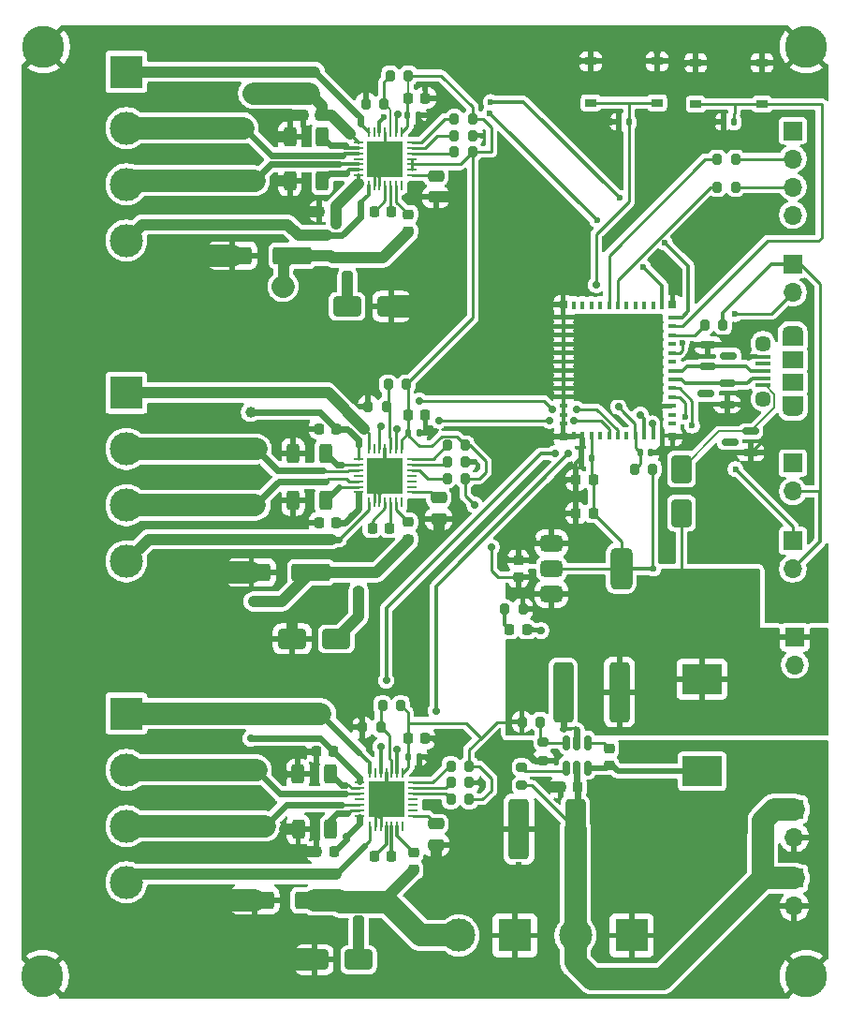
<source format=gbr>
%TF.GenerationSoftware,KiCad,Pcbnew,9.0.0*%
%TF.CreationDate,2025-05-07T21:56:05-07:00*%
%TF.ProjectId,Motor_Controller_Board_v1,4d6f746f-725f-4436-9f6e-74726f6c6c65,v1*%
%TF.SameCoordinates,Original*%
%TF.FileFunction,Copper,L1,Top*%
%TF.FilePolarity,Positive*%
%FSLAX46Y46*%
G04 Gerber Fmt 4.6, Leading zero omitted, Abs format (unit mm)*
G04 Created by KiCad (PCBNEW 9.0.0) date 2025-05-07 21:56:05*
%MOMM*%
%LPD*%
G01*
G04 APERTURE LIST*
G04 Aperture macros list*
%AMRoundRect*
0 Rectangle with rounded corners*
0 $1 Rounding radius*
0 $2 $3 $4 $5 $6 $7 $8 $9 X,Y pos of 4 corners*
0 Add a 4 corners polygon primitive as box body*
4,1,4,$2,$3,$4,$5,$6,$7,$8,$9,$2,$3,0*
0 Add four circle primitives for the rounded corners*
1,1,$1+$1,$2,$3*
1,1,$1+$1,$4,$5*
1,1,$1+$1,$6,$7*
1,1,$1+$1,$8,$9*
0 Add four rect primitives between the rounded corners*
20,1,$1+$1,$2,$3,$4,$5,0*
20,1,$1+$1,$4,$5,$6,$7,0*
20,1,$1+$1,$6,$7,$8,$9,0*
20,1,$1+$1,$8,$9,$2,$3,0*%
%AMFreePoly0*
4,1,6,0.725000,-0.725000,-0.725000,-0.725000,-0.725000,0.125000,-0.125000,0.725000,0.725000,0.725000,0.725000,-0.725000,0.725000,-0.725000,$1*%
G04 Aperture macros list end*
%TA.AperFunction,ComponentPad*%
%ADD10C,3.800000*%
%TD*%
%TA.AperFunction,SMDPad,CuDef*%
%ADD11RoundRect,0.150000X0.587500X0.150000X-0.587500X0.150000X-0.587500X-0.150000X0.587500X-0.150000X0*%
%TD*%
%TA.AperFunction,SMDPad,CuDef*%
%ADD12RoundRect,0.150000X-0.587500X-0.150000X0.587500X-0.150000X0.587500X0.150000X-0.587500X0.150000X0*%
%TD*%
%TA.AperFunction,HeatsinkPad*%
%ADD13C,0.500000*%
%TD*%
%TA.AperFunction,HeatsinkPad*%
%ADD14R,3.250000X3.250000*%
%TD*%
%TA.AperFunction,SMDPad,CuDef*%
%ADD15RoundRect,0.062500X0.387500X-0.062500X0.387500X0.062500X-0.387500X0.062500X-0.387500X-0.062500X0*%
%TD*%
%TA.AperFunction,SMDPad,CuDef*%
%ADD16RoundRect,0.062500X0.062500X-0.387500X0.062500X0.387500X-0.062500X0.387500X-0.062500X-0.387500X0*%
%TD*%
%TA.AperFunction,ComponentPad*%
%ADD17R,1.700000X1.700000*%
%TD*%
%TA.AperFunction,ComponentPad*%
%ADD18O,1.700000X1.700000*%
%TD*%
%TA.AperFunction,SMDPad,CuDef*%
%ADD19R,1.000000X0.750000*%
%TD*%
%TA.AperFunction,SMDPad,CuDef*%
%ADD20RoundRect,0.225000X-0.225000X-0.250000X0.225000X-0.250000X0.225000X0.250000X-0.225000X0.250000X0*%
%TD*%
%TA.AperFunction,SMDPad,CuDef*%
%ADD21RoundRect,0.225000X0.225000X0.250000X-0.225000X0.250000X-0.225000X-0.250000X0.225000X-0.250000X0*%
%TD*%
%TA.AperFunction,SMDPad,CuDef*%
%ADD22RoundRect,0.250000X1.500000X0.550000X-1.500000X0.550000X-1.500000X-0.550000X1.500000X-0.550000X0*%
%TD*%
%TA.AperFunction,SMDPad,CuDef*%
%ADD23RoundRect,0.140000X0.140000X0.170000X-0.140000X0.170000X-0.140000X-0.170000X0.140000X-0.170000X0*%
%TD*%
%TA.AperFunction,ComponentPad*%
%ADD24R,3.000000X3.000000*%
%TD*%
%TA.AperFunction,ComponentPad*%
%ADD25C,3.000000*%
%TD*%
%TA.AperFunction,SMDPad,CuDef*%
%ADD26RoundRect,0.250000X0.650000X-1.000000X0.650000X1.000000X-0.650000X1.000000X-0.650000X-1.000000X0*%
%TD*%
%TA.AperFunction,SMDPad,CuDef*%
%ADD27RoundRect,0.225000X0.250000X-0.225000X0.250000X0.225000X-0.250000X0.225000X-0.250000X-0.225000X0*%
%TD*%
%TA.AperFunction,SMDPad,CuDef*%
%ADD28RoundRect,0.200000X0.200000X0.275000X-0.200000X0.275000X-0.200000X-0.275000X0.200000X-0.275000X0*%
%TD*%
%TA.AperFunction,SMDPad,CuDef*%
%ADD29RoundRect,0.200000X-0.275000X0.200000X-0.275000X-0.200000X0.275000X-0.200000X0.275000X0.200000X0*%
%TD*%
%TA.AperFunction,SMDPad,CuDef*%
%ADD30RoundRect,0.200000X-0.200000X-0.275000X0.200000X-0.275000X0.200000X0.275000X-0.200000X0.275000X0*%
%TD*%
%TA.AperFunction,SMDPad,CuDef*%
%ADD31RoundRect,0.250000X0.650000X2.450000X-0.650000X2.450000X-0.650000X-2.450000X0.650000X-2.450000X0*%
%TD*%
%TA.AperFunction,SMDPad,CuDef*%
%ADD32RoundRect,0.218750X0.218750X0.256250X-0.218750X0.256250X-0.218750X-0.256250X0.218750X-0.256250X0*%
%TD*%
%TA.AperFunction,SMDPad,CuDef*%
%ADD33RoundRect,0.250000X0.312500X0.625000X-0.312500X0.625000X-0.312500X-0.625000X0.312500X-0.625000X0*%
%TD*%
%TA.AperFunction,SMDPad,CuDef*%
%ADD34RoundRect,0.250000X-0.475000X0.250000X-0.475000X-0.250000X0.475000X-0.250000X0.475000X0.250000X0*%
%TD*%
%TA.AperFunction,SMDPad,CuDef*%
%ADD35RoundRect,0.140000X-0.140000X-0.170000X0.140000X-0.170000X0.140000X0.170000X-0.140000X0.170000X0*%
%TD*%
%TA.AperFunction,SMDPad,CuDef*%
%ADD36RoundRect,0.250000X1.000000X0.650000X-1.000000X0.650000X-1.000000X-0.650000X1.000000X-0.650000X0*%
%TD*%
%TA.AperFunction,SMDPad,CuDef*%
%ADD37RoundRect,0.200000X0.275000X-0.200000X0.275000X0.200000X-0.275000X0.200000X-0.275000X-0.200000X0*%
%TD*%
%TA.AperFunction,SMDPad,CuDef*%
%ADD38RoundRect,0.225000X-0.250000X0.225000X-0.250000X-0.225000X0.250000X-0.225000X0.250000X0.225000X0*%
%TD*%
%TA.AperFunction,SMDPad,CuDef*%
%ADD39R,3.600000X2.700000*%
%TD*%
%TA.AperFunction,SMDPad,CuDef*%
%ADD40R,1.350000X0.400000*%
%TD*%
%TA.AperFunction,HeatsinkPad*%
%ADD41O,1.900000X1.200000*%
%TD*%
%TA.AperFunction,SMDPad,CuDef*%
%ADD42R,1.900000X1.200000*%
%TD*%
%TA.AperFunction,HeatsinkPad*%
%ADD43C,1.450000*%
%TD*%
%TA.AperFunction,SMDPad,CuDef*%
%ADD44R,1.900000X1.500000*%
%TD*%
%TA.AperFunction,SMDPad,CuDef*%
%ADD45RoundRect,0.375000X-0.625000X-0.375000X0.625000X-0.375000X0.625000X0.375000X-0.625000X0.375000X0*%
%TD*%
%TA.AperFunction,SMDPad,CuDef*%
%ADD46RoundRect,0.500000X-0.500000X-1.400000X0.500000X-1.400000X0.500000X1.400000X-0.500000X1.400000X0*%
%TD*%
%TA.AperFunction,SMDPad,CuDef*%
%ADD47RoundRect,0.150000X-0.150000X0.512500X-0.150000X-0.512500X0.150000X-0.512500X0.150000X0.512500X0*%
%TD*%
%TA.AperFunction,SMDPad,CuDef*%
%ADD48R,0.400000X0.800000*%
%TD*%
%TA.AperFunction,SMDPad,CuDef*%
%ADD49R,0.800000X0.400000*%
%TD*%
%TA.AperFunction,SMDPad,CuDef*%
%ADD50FreePoly0,90.000000*%
%TD*%
%TA.AperFunction,SMDPad,CuDef*%
%ADD51R,1.450000X1.450000*%
%TD*%
%TA.AperFunction,SMDPad,CuDef*%
%ADD52R,0.700000X0.700000*%
%TD*%
%TA.AperFunction,SMDPad,CuDef*%
%ADD53RoundRect,0.250000X-1.000000X-0.650000X1.000000X-0.650000X1.000000X0.650000X-1.000000X0.650000X0*%
%TD*%
%TA.AperFunction,ViaPad*%
%ADD54C,0.700000*%
%TD*%
%TA.AperFunction,ViaPad*%
%ADD55C,0.600000*%
%TD*%
%TA.AperFunction,ViaPad*%
%ADD56C,1.000000*%
%TD*%
%TA.AperFunction,Conductor*%
%ADD57C,1.000000*%
%TD*%
%TA.AperFunction,Conductor*%
%ADD58C,0.250000*%
%TD*%
%TA.AperFunction,Conductor*%
%ADD59C,0.200000*%
%TD*%
%TA.AperFunction,Conductor*%
%ADD60C,2.000000*%
%TD*%
%TA.AperFunction,Conductor*%
%ADD61C,0.600000*%
%TD*%
%TA.AperFunction,Conductor*%
%ADD62C,0.300000*%
%TD*%
%TA.AperFunction,Conductor*%
%ADD63C,0.400000*%
%TD*%
%TA.AperFunction,Conductor*%
%ADD64C,0.500000*%
%TD*%
%TA.AperFunction,Conductor*%
%ADD65C,0.999998*%
%TD*%
G04 APERTURE END LIST*
D10*
%TO.P,H204,1,1*%
%TO.N,GND*%
X116420000Y-154500000D03*
%TD*%
%TO.P,H203,1,1*%
%TO.N,GND*%
X185500000Y-154500000D03*
%TD*%
%TO.P,H202,1,1*%
%TO.N,GND*%
X185500000Y-70500000D03*
%TD*%
%TO.P,H201,1,1*%
%TO.N,GND*%
X116500000Y-70500000D03*
%TD*%
D11*
%TO.P,D301,3*%
%TO.N,N/C*%
X176450000Y-101850000D03*
%TO.P,D301,2,A*%
%TO.N,/Microcontroller/USB_D-*%
X178325000Y-100900000D03*
%TO.P,D301,1,K*%
%TO.N,GND*%
X178325000Y-102800000D03*
%TD*%
D12*
%TO.P,D302,3*%
%TO.N,N/C*%
X178450000Y-98400000D03*
%TO.P,D302,2,A*%
%TO.N,/Microcontroller/USB_D+*%
X176575000Y-99350000D03*
%TO.P,D302,1,K*%
%TO.N,GND*%
X176575000Y-97450000D03*
%TD*%
D11*
%TO.P,D304,3*%
%TO.N,N/C*%
X178575000Y-106200000D03*
%TO.P,D304,2,A*%
%TO.N,/Microcontroller/+VBUS*%
X180450000Y-105250000D03*
%TO.P,D304,1,K*%
%TO.N,GND*%
X180450000Y-107150000D03*
%TD*%
D13*
%TO.P,U401,29,GND*%
%TO.N,GND*%
X148400000Y-79620000D03*
X147400000Y-79620000D03*
X146400000Y-79620000D03*
X148400000Y-80620000D03*
D14*
X147400000Y-80620000D03*
D13*
X147400000Y-80620000D03*
X146400000Y-80620000D03*
X148400000Y-81620000D03*
X147400000Y-81620000D03*
X146400000Y-81620000D03*
D15*
%TO.P,U401,28,VBB2*%
%TO.N,+24V*%
X145000000Y-82120000D03*
%TO.P,U401,27,SENSE2*%
%TO.N,/Stepper Drivers/A_SENSE2*%
X145000000Y-81620000D03*
%TO.P,U401,26,OUT2A*%
%TO.N,/Stepper Drivers/AGITATE_2A*%
X145000000Y-81120000D03*
%TO.P,U401,25,NC*%
%TO.N,unconnected-(U401-NC-Pad25)*%
X145000000Y-80620000D03*
%TO.P,U401,24,OUT1A*%
%TO.N,/Stepper Drivers/AGITATE_1A*%
X145000000Y-80120000D03*
%TO.P,U401,23,SENSE1*%
%TO.N,/Stepper Drivers/A_SENSE1*%
X145000000Y-79620000D03*
%TO.P,U401,22,VBB1*%
%TO.N,+24V*%
X145000000Y-79120000D03*
D16*
%TO.P,U401,21,OUT1B*%
%TO.N,/Stepper Drivers/AGITATE_1B*%
X145900000Y-78220000D03*
%TO.P,U401,20,NC*%
%TO.N,unconnected-(U401-NC-Pad20)*%
X146400000Y-78220000D03*
%TO.P,U401,19,DIR*%
%TO.N,AGITATION_DIR*%
X146900000Y-78220000D03*
%TO.P,U401,18,GND*%
%TO.N,GND*%
X147400000Y-78220000D03*
%TO.P,U401,17,VREF*%
%TO.N,/Stepper Drivers/A_VREF*%
X147900000Y-78220000D03*
%TO.P,U401,16,STEP*%
%TO.N,AGITATION_STEP*%
X148400000Y-78220000D03*
%TO.P,U401,15,VDD*%
%TO.N,+5V*%
X148900000Y-78220000D03*
D15*
%TO.P,U401,14,~{SLEEP}*%
%TO.N,/Stepper Drivers/A_SLEEP*%
X149800000Y-79120000D03*
%TO.P,U401,13,ROSC*%
%TO.N,/Stepper Drivers/A_ROSC*%
X149800000Y-79620000D03*
%TO.P,U401,12,~{RESET}*%
%TO.N,/Stepper Drivers/A_RESET*%
X149800000Y-80120000D03*
%TO.P,U401,11,MS3*%
%TO.N,+5V*%
X149800000Y-80620000D03*
%TO.P,U401,10,MS2*%
X149800000Y-81120000D03*
%TO.P,U401,9,MS1*%
X149800000Y-81620000D03*
%TO.P,U401,8,VREG*%
%TO.N,/Stepper Drivers/A_VREG*%
X149800000Y-82120000D03*
D16*
%TO.P,U401,7,NC*%
%TO.N,unconnected-(U401-NC-Pad7)*%
X148900000Y-83020000D03*
%TO.P,U401,6,VCP*%
%TO.N,/Stepper Drivers/A_VCP*%
X148400000Y-83020000D03*
%TO.P,U401,5,CP2*%
%TO.N,/Stepper Drivers/A_CP2*%
X147900000Y-83020000D03*
%TO.P,U401,4,CP1*%
%TO.N,/Stepper Drivers/A_CP1*%
X147400000Y-83020000D03*
%TO.P,U401,3,GND*%
%TO.N,GND*%
X146900000Y-83020000D03*
%TO.P,U401,2,~{ENABLE}*%
X146400000Y-83020000D03*
%TO.P,U401,1,OUT2B*%
%TO.N,/Stepper Drivers/AGITATE_2B*%
X145900000Y-83020000D03*
%TD*%
D13*
%TO.P,U402,29,GND*%
%TO.N,GND*%
X148500000Y-137500000D03*
X147500000Y-137500000D03*
X146500000Y-137500000D03*
X148500000Y-138500000D03*
D14*
X147500000Y-138500000D03*
D13*
X147500000Y-138500000D03*
X146500000Y-138500000D03*
X148500000Y-139500000D03*
X147500000Y-139500000D03*
X146500000Y-139500000D03*
D15*
%TO.P,U402,28,VBB2*%
%TO.N,+24V*%
X145100000Y-140000000D03*
%TO.P,U402,27,SENSE2*%
%TO.N,/Stepper Drivers/H_SENSE2*%
X145100000Y-139500000D03*
%TO.P,U402,26,OUT2A*%
%TO.N,/Stepper Drivers/HORIZONTAL_2A*%
X145100000Y-139000000D03*
%TO.P,U402,25,NC*%
%TO.N,unconnected-(U402-NC-Pad25)*%
X145100000Y-138500000D03*
%TO.P,U402,24,OUT1A*%
%TO.N,/Stepper Drivers/HORIZONTAL_1A*%
X145100000Y-138000000D03*
%TO.P,U402,23,SENSE1*%
%TO.N,/Stepper Drivers/H_SENSE1*%
X145100000Y-137500000D03*
%TO.P,U402,22,VBB1*%
%TO.N,+24V*%
X145100000Y-137000000D03*
D16*
%TO.P,U402,21,OUT1B*%
%TO.N,/Stepper Drivers/HORIZONTAL_1B*%
X146000000Y-136100000D03*
%TO.P,U402,20,NC*%
%TO.N,unconnected-(U402-NC-Pad20)*%
X146500000Y-136100000D03*
%TO.P,U402,19,DIR*%
%TO.N,HORIZONTAL_DIR*%
X147000000Y-136100000D03*
%TO.P,U402,18,GND*%
%TO.N,GND*%
X147500000Y-136100000D03*
%TO.P,U402,17,VREF*%
%TO.N,/Stepper Drivers/H_VREF*%
X148000000Y-136100000D03*
%TO.P,U402,16,STEP*%
%TO.N,HORIZONTAL_STEP*%
X148500000Y-136100000D03*
%TO.P,U402,15,VDD*%
%TO.N,+5V*%
X149000000Y-136100000D03*
D15*
%TO.P,U402,14,~{SLEEP}*%
%TO.N,/Stepper Drivers/H_SLEEP*%
X149900000Y-137000000D03*
%TO.P,U402,13,ROSC*%
%TO.N,/Stepper Drivers/H_ROSC*%
X149900000Y-137500000D03*
%TO.P,U402,12,~{RESET}*%
%TO.N,/Stepper Drivers/H_RESET*%
X149900000Y-138000000D03*
%TO.P,U402,11,MS3*%
%TO.N,unconnected-(U402-MS3-Pad11)*%
X149900000Y-138500000D03*
%TO.P,U402,10,MS2*%
%TO.N,unconnected-(U402-MS2-Pad10)*%
X149900000Y-139000000D03*
%TO.P,U402,9,MS1*%
%TO.N,unconnected-(U402-MS1-Pad9)*%
X149900000Y-139500000D03*
%TO.P,U402,8,VREG*%
%TO.N,/Stepper Drivers/H_VREG*%
X149900000Y-140000000D03*
D16*
%TO.P,U402,7,NC*%
%TO.N,unconnected-(U402-NC-Pad7)*%
X149000000Y-140900000D03*
%TO.P,U402,6,VCP*%
%TO.N,/Stepper Drivers/H_VCP*%
X148500000Y-140900000D03*
%TO.P,U402,5,CP2*%
%TO.N,/Stepper Drivers/H_CP2*%
X148000000Y-140900000D03*
%TO.P,U402,4,CP1*%
%TO.N,/Stepper Drivers/H_CP1*%
X147500000Y-140900000D03*
%TO.P,U402,3,GND*%
%TO.N,GND*%
X147000000Y-140900000D03*
%TO.P,U402,2,~{ENABLE}*%
X146500000Y-140900000D03*
%TO.P,U402,1,OUT2B*%
%TO.N,/Stepper Drivers/HORIZONTAL_2B*%
X146000000Y-140900000D03*
%TD*%
D13*
%TO.P,U403,29,GND*%
%TO.N,GND*%
X148400000Y-108250000D03*
X147400000Y-108250000D03*
X146400000Y-108250000D03*
X148400000Y-109250000D03*
D14*
X147400000Y-109250000D03*
D13*
X147400000Y-109250000D03*
X146400000Y-109250000D03*
X148400000Y-110250000D03*
X147400000Y-110250000D03*
X146400000Y-110250000D03*
D15*
%TO.P,U403,28,VBB2*%
%TO.N,+24V*%
X145000000Y-110750000D03*
%TO.P,U403,27,SENSE2*%
%TO.N,/Stepper Drivers/V_SENSE2*%
X145000000Y-110250000D03*
%TO.P,U403,26,OUT2A*%
%TO.N,/Stepper Drivers/VERTICAL_2A*%
X145000000Y-109750000D03*
%TO.P,U403,25,NC*%
%TO.N,unconnected-(U403-NC-Pad25)*%
X145000000Y-109250000D03*
%TO.P,U403,24,OUT1A*%
%TO.N,/Stepper Drivers/VERTICAL_1A*%
X145000000Y-108750000D03*
%TO.P,U403,23,SENSE1*%
%TO.N,/Stepper Drivers/V_SENSE1*%
X145000000Y-108250000D03*
%TO.P,U403,22,VBB1*%
%TO.N,+24V*%
X145000000Y-107750000D03*
D16*
%TO.P,U403,21,OUT1B*%
%TO.N,/Stepper Drivers/VERTICAL_1B*%
X145900000Y-106850000D03*
%TO.P,U403,20,NC*%
%TO.N,unconnected-(U403-NC-Pad20)*%
X146400000Y-106850000D03*
%TO.P,U403,19,DIR*%
%TO.N,VERTICAL_DIR*%
X146900000Y-106850000D03*
%TO.P,U403,18,GND*%
%TO.N,GND*%
X147400000Y-106850000D03*
%TO.P,U403,17,VREF*%
%TO.N,/Stepper Drivers/V_VREF*%
X147900000Y-106850000D03*
%TO.P,U403,16,STEP*%
%TO.N,VERTICAL_STEP*%
X148400000Y-106850000D03*
%TO.P,U403,15,VDD*%
%TO.N,+5V*%
X148900000Y-106850000D03*
D15*
%TO.P,U403,14,~{SLEEP}*%
%TO.N,/Stepper Drivers/V_SLEEP*%
X149800000Y-107750000D03*
%TO.P,U403,13,ROSC*%
%TO.N,/Stepper Drivers/V_ROSC*%
X149800000Y-108250000D03*
%TO.P,U403,12,~{RESET}*%
%TO.N,/Stepper Drivers/V_RESET*%
X149800000Y-108750000D03*
%TO.P,U403,11,MS3*%
%TO.N,unconnected-(U403-MS3-Pad11)*%
X149800000Y-109250000D03*
%TO.P,U403,10,MS2*%
%TO.N,unconnected-(U403-MS2-Pad10)*%
X149800000Y-109750000D03*
%TO.P,U403,9,MS1*%
%TO.N,unconnected-(U403-MS1-Pad9)*%
X149800000Y-110250000D03*
%TO.P,U403,8,VREG*%
%TO.N,/Stepper Drivers/V_VREG*%
X149800000Y-110750000D03*
D16*
%TO.P,U403,7,NC*%
%TO.N,unconnected-(U403-NC-Pad7)*%
X148900000Y-111650000D03*
%TO.P,U403,6,VCP*%
%TO.N,/Stepper Drivers/V_VCP*%
X148400000Y-111650000D03*
%TO.P,U403,5,CP2*%
%TO.N,/Stepper Drivers/V_CP2*%
X147900000Y-111650000D03*
%TO.P,U403,4,CP1*%
%TO.N,/Stepper Drivers/V_CP1*%
X147400000Y-111650000D03*
%TO.P,U403,3,GND*%
%TO.N,GND*%
X146900000Y-111650000D03*
%TO.P,U403,2,~{ENABLE}*%
X146400000Y-111650000D03*
%TO.P,U403,1,OUT2B*%
%TO.N,/Stepper Drivers/VERTICAL_2B*%
X145900000Y-111650000D03*
%TD*%
D17*
%TO.P,J207,1,Pin_1*%
%TO.N,/Power Supply/DIGITAL_POWER_+24V*%
X184400000Y-145625000D03*
D18*
%TO.P,J207,2,Pin_2*%
%TO.N,GND*%
X184400000Y-148165000D03*
%TD*%
D17*
%TO.P,J206,1,Pin_1*%
%TO.N,/Power Supply/DIGITAL_POWER_+24V*%
X184400000Y-139400000D03*
D18*
%TO.P,J206,2,Pin_2*%
%TO.N,GND*%
X184400000Y-141940000D03*
%TD*%
D19*
%TO.P,SW301,1,1*%
%TO.N,GND*%
X166000000Y-71800000D03*
X172000000Y-71800000D03*
%TO.P,SW301,2,2*%
%TO.N,/Microcontroller/EN*%
X166000000Y-75550000D03*
X172000000Y-75550000D03*
%TD*%
D20*
%TO.P,C424,1*%
%TO.N,/Stepper Drivers/V_CP1*%
X146225000Y-114000000D03*
%TO.P,C424,2*%
%TO.N,/Stepper Drivers/V_CP2*%
X147775000Y-114000000D03*
%TD*%
D21*
%TO.P,C206,1*%
%TO.N,+3.3V*%
X166225000Y-112650000D03*
%TO.P,C206,2*%
%TO.N,GND*%
X164675000Y-112650000D03*
%TD*%
D22*
%TO.P,C410,1*%
%TO.N,+24V*%
X139000000Y-89370000D03*
%TO.P,C410,2*%
%TO.N,GND*%
X133600000Y-89370000D03*
%TD*%
D23*
%TO.P,C403,1*%
%TO.N,GND*%
X150480000Y-134650000D03*
%TO.P,C403,2*%
%TO.N,+5V*%
X149520000Y-134650000D03*
%TD*%
D24*
%TO.P,J401,1,Pin_1*%
%TO.N,/Stepper Drivers/AGITATE_1B*%
X124000000Y-72750000D03*
D25*
%TO.P,J401,2,Pin_2*%
%TO.N,/Stepper Drivers/AGITATE_1A*%
X124000000Y-77830000D03*
%TO.P,J401,3,Pin_3*%
%TO.N,/Stepper Drivers/AGITATE_2A*%
X124000000Y-82910000D03*
%TO.P,J401,4,Pin_4*%
%TO.N,/Stepper Drivers/AGITATE_2B*%
X124000000Y-87990000D03*
%TD*%
D26*
%TO.P,D303,1,K*%
%TO.N,+5V*%
X174200000Y-112650000D03*
%TO.P,D303,2,A*%
%TO.N,/Microcontroller/+VBUS*%
X174200000Y-108650000D03*
%TD*%
D27*
%TO.P,C205,1*%
%TO.N,+5V*%
X159450000Y-118425000D03*
%TO.P,C205,2*%
%TO.N,GND*%
X159450000Y-116875000D03*
%TD*%
D28*
%TO.P,R402,1*%
%TO.N,/Stepper Drivers/A_VREF*%
X147325000Y-75620000D03*
%TO.P,R402,2*%
%TO.N,GND*%
X145675000Y-75620000D03*
%TD*%
D29*
%TO.P,R407,1*%
%TO.N,+24V*%
X145000000Y-147795000D03*
%TO.P,R407,2*%
%TO.N,/Stepper Drivers/H_FLYBACK*%
X145000000Y-149445000D03*
%TD*%
D20*
%TO.P,C412,1*%
%TO.N,/Stepper Drivers/A_CP1*%
X146450000Y-85370000D03*
%TO.P,C412,2*%
%TO.N,/Stepper Drivers/A_CP2*%
X148000000Y-85370000D03*
%TD*%
D22*
%TO.P,C415,1*%
%TO.N,+24V*%
X141000000Y-147620000D03*
%TO.P,C415,2*%
%TO.N,GND*%
X135600000Y-147620000D03*
%TD*%
D28*
%TO.P,R404,1*%
%TO.N,/Stepper Drivers/H_VREF*%
X147000000Y-132000000D03*
%TO.P,R404,2*%
%TO.N,GND*%
X145350000Y-132000000D03*
%TD*%
D17*
%TO.P,J301,1,Pin_1*%
%TO.N,unconnected-(J301-Pin_1-Pad1)*%
X184275000Y-78080000D03*
D18*
%TO.P,J301,2,Pin_2*%
%TO.N,/Microcontroller/RXD*%
X184275000Y-80620000D03*
%TO.P,J301,3,Pin_3*%
%TO.N,/Microcontroller/TXD*%
X184275000Y-83160000D03*
%TO.P,J301,4,Pin_4*%
%TO.N,unconnected-(J301-Pin_4-Pad4)*%
X184275000Y-85700000D03*
%TD*%
D23*
%TO.P,C417,1*%
%TO.N,GND*%
X150480000Y-105400000D03*
%TO.P,C417,2*%
%TO.N,+5V*%
X149520000Y-105400000D03*
%TD*%
D28*
%TO.P,R411,1*%
%TO.N,+5V*%
X155325000Y-79980000D03*
%TO.P,R411,2*%
%TO.N,/Stepper Drivers/A_RESET*%
X153675000Y-79980000D03*
%TD*%
D24*
%TO.P,J403,1,Pin_1*%
%TO.N,/Stepper Drivers/VERTICAL_1B*%
X124000000Y-101750000D03*
D25*
%TO.P,J403,2,Pin_2*%
%TO.N,/Stepper Drivers/VERTICAL_1A*%
X124000000Y-106830000D03*
%TO.P,J403,3,Pin_3*%
%TO.N,/Stepper Drivers/VERTICAL_2A*%
X124000000Y-111910000D03*
%TO.P,J403,4,Pin_4*%
%TO.N,/Stepper Drivers/VERTICAL_2B*%
X124000000Y-116990000D03*
%TD*%
D17*
%TO.P,J304,1,Pin_1*%
%TO.N,/Microcontroller/VERTICAL_SWITCH*%
X184275000Y-108120000D03*
D18*
%TO.P,J304,2,Pin_2*%
%TO.N,+3.3V*%
X184275000Y-110660000D03*
%TD*%
D23*
%TO.P,C401,1*%
%TO.N,GND*%
X150400000Y-76700000D03*
%TO.P,C401,2*%
%TO.N,+5V*%
X149440000Y-76700000D03*
%TD*%
D30*
%TO.P,R203,1*%
%TO.N,+5V*%
X159775000Y-131500000D03*
%TO.P,R203,2*%
%TO.N,/Power Supply/BUCK_FB*%
X161425000Y-131500000D03*
%TD*%
%TO.P,R201,1*%
%TO.N,Net-(D201-A)*%
X158210000Y-121300000D03*
%TO.P,R201,2*%
%TO.N,+5V*%
X159860000Y-121300000D03*
%TD*%
D28*
%TO.P,R418,1*%
%TO.N,/Stepper Drivers/V_VREF*%
X147500000Y-103000000D03*
%TO.P,R418,2*%
%TO.N,GND*%
X145850000Y-103000000D03*
%TD*%
D31*
%TO.P,C204,1*%
%TO.N,+5V*%
X168600000Y-128800000D03*
%TO.P,C204,2*%
%TO.N,GND*%
X163500000Y-128800000D03*
%TD*%
D32*
%TO.P,D201,1,K*%
%TO.N,GND*%
X160237500Y-123150000D03*
%TO.P,D201,2,A*%
%TO.N,Net-(D201-A)*%
X158662500Y-123150000D03*
%TD*%
D28*
%TO.P,R403,1*%
%TO.N,+5V*%
X148825000Y-130000000D03*
%TO.P,R403,2*%
%TO.N,/Stepper Drivers/H_VREF*%
X147175000Y-130000000D03*
%TD*%
D30*
%TO.P,R302,1*%
%TO.N,/Microcontroller/TXD0*%
X177450000Y-80650000D03*
%TO.P,R302,2*%
%TO.N,/Microcontroller/RXD*%
X179100000Y-80650000D03*
%TD*%
D33*
%TO.P,R422,1*%
%TO.N,/Stepper Drivers/V_SENSE2*%
X142000000Y-111500000D03*
%TO.P,R422,2*%
%TO.N,GND*%
X139075000Y-111500000D03*
%TD*%
D17*
%TO.P,J305,1,Pin_1*%
%TO.N,/Microcontroller/HORIZONTAL_SWITCH*%
X184275000Y-115120000D03*
D18*
%TO.P,J305,2,Pin_2*%
%TO.N,+3.3V*%
X184275000Y-117660000D03*
%TD*%
D34*
%TO.P,C411,1*%
%TO.N,/Stepper Drivers/H_VREG*%
X152000000Y-140720000D03*
%TO.P,C411,2*%
%TO.N,GND*%
X152000000Y-142620000D03*
%TD*%
D35*
%TO.P,C304,1*%
%TO.N,/Microcontroller/EN*%
X170450000Y-107150000D03*
%TO.P,C304,2*%
%TO.N,GND*%
X171410000Y-107150000D03*
%TD*%
D17*
%TO.P,J303,1,Pin_1*%
%TO.N,+3.3V*%
X184275000Y-90160000D03*
D18*
%TO.P,J303,2,Pin_2*%
%TO.N,/Microcontroller/AGITATION_SWITCH*%
X184275000Y-92700000D03*
%TD*%
D33*
%TO.P,R421,1*%
%TO.N,/Stepper Drivers/V_SENSE1*%
X142000000Y-107210000D03*
%TO.P,R421,2*%
%TO.N,GND*%
X139075000Y-107210000D03*
%TD*%
D35*
%TO.P,C301,1*%
%TO.N,GND*%
X165145000Y-107640000D03*
%TO.P,C301,2*%
%TO.N,+3.3V*%
X166105000Y-107640000D03*
%TD*%
D31*
%TO.P,C202,1*%
%TO.N,/Power Supply/DIGITAL_POWER_+24V*%
X164600000Y-141200000D03*
%TO.P,C202,2*%
%TO.N,GND*%
X159500000Y-141200000D03*
%TD*%
D36*
%TO.P,D403,1,K*%
%TO.N,/Stepper Drivers/V_FLYBACK*%
X143000000Y-124000000D03*
%TO.P,D403,2,A*%
%TO.N,GND*%
X139000000Y-124000000D03*
%TD*%
D20*
%TO.P,C421,1*%
%TO.N,GND*%
X141450000Y-113500000D03*
%TO.P,C421,2*%
%TO.N,+24V*%
X143000000Y-113500000D03*
%TD*%
D34*
%TO.P,C407,1*%
%TO.N,/Stepper Drivers/A_VREG*%
X152000000Y-82170000D03*
%TO.P,C407,2*%
%TO.N,GND*%
X152000000Y-84070000D03*
%TD*%
D33*
%TO.P,R409,1*%
%TO.N,/Stepper Drivers/A_SENSE1*%
X141712500Y-78620000D03*
%TO.P,R409,2*%
%TO.N,GND*%
X138787500Y-78620000D03*
%TD*%
D37*
%TO.P,R202,1*%
%TO.N,/Power Supply/DIGITAL_POWER_+24V*%
X159750000Y-137250000D03*
%TO.P,R202,2*%
%TO.N,/Power Supply/BUCK_EN*%
X159750000Y-135600000D03*
%TD*%
D30*
%TO.P,R401,1*%
%TO.N,/Stepper Drivers/A_VREF*%
X147865000Y-73090000D03*
%TO.P,R401,2*%
%TO.N,+5V*%
X149515000Y-73090000D03*
%TD*%
%TO.P,R303,1*%
%TO.N,/Microcontroller/RXD0*%
X177450000Y-83160000D03*
%TO.P,R303,2*%
%TO.N,/Microcontroller/TXD*%
X179100000Y-83160000D03*
%TD*%
D38*
%TO.P,C406,1*%
%TO.N,/Stepper Drivers/H_VCP*%
X150000000Y-143325000D03*
%TO.P,C406,2*%
%TO.N,+24V*%
X150000000Y-144875000D03*
%TD*%
D24*
%TO.P,J203,1,Pin_1*%
%TO.N,GND*%
X159140000Y-150800000D03*
D25*
%TO.P,J203,2,Pin_2*%
%TO.N,+24V*%
X154060000Y-150800000D03*
%TD*%
D39*
%TO.P,L201,1,1*%
%TO.N,/Power Supply/BUCK_SW*%
X176050000Y-135950000D03*
%TO.P,L201,2,2*%
%TO.N,+5V*%
X176050000Y-127650000D03*
%TD*%
D40*
%TO.P,J302,1,VBUS*%
%TO.N,/Microcontroller/+VBUS*%
X181575000Y-101100000D03*
%TO.P,J302,2,D-*%
%TO.N,/Microcontroller/USB_D-*%
X181575000Y-100450000D03*
%TO.P,J302,3,D+*%
%TO.N,/Microcontroller/USB_D+*%
X181575000Y-99800000D03*
%TO.P,J302,4,ID*%
%TO.N,unconnected-(J302-ID-Pad4)*%
X181575000Y-99150000D03*
%TO.P,J302,5,GND*%
%TO.N,GND*%
X181575000Y-98500000D03*
D41*
%TO.P,J302,6,Shield*%
%TO.N,unconnected-(J302-Shield-Pad6)_6*%
X184275000Y-103300000D03*
D42*
%TO.N,unconnected-(J302-Shield-Pad6)_2*%
X184275000Y-102700000D03*
D43*
%TO.N,unconnected-(J302-Shield-Pad6)_4*%
X181575000Y-102300000D03*
D44*
%TO.N,unconnected-(J302-Shield-Pad6)_3*%
X184275000Y-100800000D03*
%TO.N,unconnected-(J302-Shield-Pad6)_7*%
X184275000Y-98800000D03*
D43*
%TO.N,unconnected-(J302-Shield-Pad6)_1*%
X181575000Y-97300000D03*
D42*
%TO.N,unconnected-(J302-Shield-Pad6)_5*%
X184275000Y-96900000D03*
D41*
%TO.N,unconnected-(J302-Shield-Pad6)*%
X184275000Y-96300000D03*
%TD*%
D38*
%TO.P,C419,1*%
%TO.N,/Stepper Drivers/V_VCP*%
X149500000Y-113450000D03*
%TO.P,C419,2*%
%TO.N,+24V*%
X149500000Y-115000000D03*
%TD*%
D36*
%TO.P,D402,1,K*%
%TO.N,/Stepper Drivers/H_FLYBACK*%
X145000000Y-153000000D03*
%TO.P,D402,2,A*%
%TO.N,GND*%
X141000000Y-153000000D03*
%TD*%
D20*
%TO.P,C409,1*%
%TO.N,GND*%
X140005000Y-76680000D03*
%TO.P,C409,2*%
%TO.N,+24V*%
X141555000Y-76680000D03*
%TD*%
D28*
%TO.P,R424,1*%
%TO.N,+5V*%
X154650000Y-106500000D03*
%TO.P,R424,2*%
%TO.N,/Stepper Drivers/V_SLEEP*%
X153000000Y-106500000D03*
%TD*%
D20*
%TO.P,C422,1*%
%TO.N,GND*%
X141450000Y-105000000D03*
%TO.P,C422,2*%
%TO.N,+24V*%
X143000000Y-105000000D03*
%TD*%
D28*
%TO.P,R423,1*%
%TO.N,+5V*%
X154650000Y-109500000D03*
%TO.P,R423,2*%
%TO.N,/Stepper Drivers/V_RESET*%
X153000000Y-109500000D03*
%TD*%
D45*
%TO.P,U202,1,ADJ*%
%TO.N,GND*%
X162450000Y-115350000D03*
%TO.P,U202,2,VO*%
%TO.N,+3.3V*%
X162450000Y-117650000D03*
D46*
X168750000Y-117650000D03*
D45*
%TO.P,U202,3,VI*%
%TO.N,+5V*%
X162450000Y-119950000D03*
%TD*%
D47*
%TO.P,U201,1,BST*%
%TO.N,/Power Supply/BUCK_BST*%
X165700000Y-133375000D03*
%TO.P,U201,2,GND*%
%TO.N,GND*%
X164750000Y-133375000D03*
%TO.P,U201,3,FB*%
%TO.N,/Power Supply/BUCK_FB*%
X163800000Y-133375000D03*
%TO.P,U201,4,EN*%
%TO.N,/Power Supply/BUCK_EN*%
X163800000Y-135650000D03*
%TO.P,U201,5,VIN*%
%TO.N,/Power Supply/DIGITAL_POWER_+24V*%
X164750000Y-135650000D03*
%TO.P,U201,6,SW*%
%TO.N,/Power Supply/BUCK_SW*%
X165700000Y-135650000D03*
%TD*%
D35*
%TO.P,C305,1*%
%TO.N,GND*%
X178000000Y-77300000D03*
%TO.P,C305,2*%
%TO.N,/Microcontroller/BOOT*%
X178960000Y-77300000D03*
%TD*%
D30*
%TO.P,R417,1*%
%TO.N,/Stepper Drivers/V_VREF*%
X147675000Y-101000000D03*
%TO.P,R417,2*%
%TO.N,+5V*%
X149325000Y-101000000D03*
%TD*%
D24*
%TO.P,J402,1,Pin_1*%
%TO.N,/Stepper Drivers/HORIZONTAL_1B*%
X124000000Y-130760000D03*
D25*
%TO.P,J402,2,Pin_2*%
%TO.N,/Stepper Drivers/HORIZONTAL_1A*%
X124000000Y-135840000D03*
%TO.P,J402,3,Pin_3*%
%TO.N,/Stepper Drivers/HORIZONTAL_2A*%
X124000000Y-140920000D03*
%TO.P,J402,4,Pin_4*%
%TO.N,/Stepper Drivers/HORIZONTAL_2B*%
X124000000Y-146000000D03*
%TD*%
D20*
%TO.P,C408,1*%
%TO.N,GND*%
X141450000Y-85370000D03*
%TO.P,C408,2*%
%TO.N,+24V*%
X143000000Y-85370000D03*
%TD*%
%TO.P,C416,1*%
%TO.N,/Stepper Drivers/H_CP1*%
X146450000Y-143620000D03*
%TO.P,C416,2*%
%TO.N,/Stepper Drivers/H_CP2*%
X148000000Y-143620000D03*
%TD*%
D33*
%TO.P,R412,1*%
%TO.N,/Stepper Drivers/H_SENSE1*%
X142437500Y-136200000D03*
%TO.P,R412,2*%
%TO.N,GND*%
X139512500Y-136200000D03*
%TD*%
D28*
%TO.P,R304,1*%
%TO.N,+3.3V*%
X177950000Y-95650000D03*
%TO.P,R304,2*%
%TO.N,/Microcontroller/IO8*%
X176300000Y-95650000D03*
%TD*%
D27*
%TO.P,C201,1*%
%TO.N,/Power Supply/BUCK_SW*%
X167700000Y-135425000D03*
%TO.P,C201,2*%
%TO.N,/Power Supply/BUCK_BST*%
X167700000Y-133875000D03*
%TD*%
D48*
%TO.P,U301,1,GND*%
%TO.N,GND*%
X164450000Y-105650000D03*
%TO.P,U301,2,GND*%
X165250000Y-105650000D03*
%TO.P,U301,3,3V3*%
%TO.N,+3.3V*%
X166050000Y-105650000D03*
%TO.P,U301,4,NC*%
%TO.N,unconnected-(U301-NC-Pad4)*%
X166850000Y-105650000D03*
%TO.P,U301,5,IO2*%
%TO.N,VERTICAL_STEP*%
X167650000Y-105650000D03*
%TO.P,U301,6,IO3*%
%TO.N,VERTICAL_DIR*%
X168450000Y-105650000D03*
%TO.P,U301,7,NC*%
%TO.N,unconnected-(U301-NC-Pad7)*%
X169250000Y-105650000D03*
%TO.P,U301,8,EN*%
%TO.N,/Microcontroller/EN*%
X170050000Y-105650000D03*
%TO.P,U301,9,IO4*%
%TO.N,HORIZONTAL_DIR*%
X170850000Y-105650000D03*
%TO.P,U301,10,IO5*%
%TO.N,HORIZONTAL_STEP*%
X171650000Y-105650000D03*
%TO.P,U301,11,GND*%
%TO.N,GND*%
X172450000Y-105650000D03*
D49*
%TO.P,U301,12,IO0*%
%TO.N,unconnected-(U301-IO0-Pad12)*%
X173350000Y-104550000D03*
%TO.P,U301,13,IO1*%
%TO.N,unconnected-(U301-IO1-Pad13)*%
X173350000Y-103750000D03*
%TO.P,U301,14,GND*%
%TO.N,GND*%
X173350000Y-102950000D03*
%TO.P,U301,15,IO6*%
%TO.N,/Microcontroller/VERTICAL_SWITCH*%
X173350000Y-102150000D03*
%TO.P,U301,16,IO7*%
%TO.N,/Microcontroller/HORIZONTAL_SWITCH*%
X173350000Y-101350000D03*
%TO.P,U301,17,IO12*%
%TO.N,/Microcontroller/USB_D-*%
X173350000Y-100550000D03*
%TO.P,U301,18,IO13*%
%TO.N,/Microcontroller/USB_D+*%
X173350000Y-99750000D03*
%TO.P,U301,19,IO14*%
%TO.N,unconnected-(U301-IO14-Pad19)*%
X173350000Y-98950000D03*
%TO.P,U301,20,IO15*%
%TO.N,/Microcontroller/AGITATION_SWITCH*%
X173350000Y-98150000D03*
%TO.P,U301,21,NC*%
%TO.N,unconnected-(U301-NC-Pad21)*%
X173350000Y-97350000D03*
%TO.P,U301,22,IO8*%
%TO.N,/Microcontroller/IO8*%
X173350000Y-96550000D03*
%TO.P,U301,23,IO9*%
%TO.N,/Microcontroller/BOOT*%
X173350000Y-95750000D03*
%TO.P,U301,24,IO18*%
%TO.N,AGITATION_DIR*%
X173350000Y-94950000D03*
D48*
%TO.P,U301,25,IO19*%
%TO.N,AGITATION_STEP*%
X172450000Y-93850000D03*
%TO.P,U301,26,IO20*%
%TO.N,unconnected-(U301-IO20-Pad26)*%
X171650000Y-93850000D03*
%TO.P,U301,27,IO21*%
%TO.N,unconnected-(U301-IO21-Pad27)*%
X170850000Y-93850000D03*
%TO.P,U301,28,IO22*%
%TO.N,unconnected-(U301-IO22-Pad28)*%
X170050000Y-93850000D03*
%TO.P,U301,29,IO23*%
%TO.N,unconnected-(U301-IO23-Pad29)*%
X169250000Y-93850000D03*
%TO.P,U301,30,RXD0*%
%TO.N,/Microcontroller/RXD0*%
X168450000Y-93850000D03*
%TO.P,U301,31,TXD0*%
%TO.N,/Microcontroller/TXD0*%
X167650000Y-93850000D03*
%TO.P,U301,32,NC*%
%TO.N,unconnected-(U301-NC-Pad32)*%
X166850000Y-93850000D03*
%TO.P,U301,33,NC*%
%TO.N,unconnected-(U301-NC-Pad33)*%
X166050000Y-93850000D03*
%TO.P,U301,34,NC*%
%TO.N,unconnected-(U301-NC-Pad34)*%
X165250000Y-93850000D03*
%TO.P,U301,35,NC*%
%TO.N,unconnected-(U301-NC-Pad35)*%
X164450000Y-93850000D03*
D49*
%TO.P,U301,36,GND*%
%TO.N,GND*%
X163550000Y-94950000D03*
%TO.P,U301,37,GND*%
X163550000Y-95750000D03*
%TO.P,U301,38,GND*%
X163550000Y-96550000D03*
%TO.P,U301,39,GND*%
X163550000Y-97350000D03*
%TO.P,U301,40,GND*%
X163550000Y-98150000D03*
%TO.P,U301,41,GND*%
X163550000Y-98950000D03*
%TO.P,U301,42,GND*%
X163550000Y-99750000D03*
%TO.P,U301,43,GND*%
X163550000Y-100550000D03*
%TO.P,U301,44,GND*%
X163550000Y-101350000D03*
%TO.P,U301,45,GND*%
X163550000Y-102150000D03*
%TO.P,U301,46,GND*%
X163550000Y-102950000D03*
%TO.P,U301,47,GND*%
X163550000Y-103750000D03*
%TO.P,U301,48,GND*%
X163550000Y-104550000D03*
D50*
%TO.P,U301,49,GND*%
X166475000Y-101725000D03*
D51*
X168450000Y-101725000D03*
X170425000Y-101725000D03*
X166475000Y-99750000D03*
X168450000Y-99750000D03*
X170425000Y-99750000D03*
X166475000Y-97775000D03*
X168450000Y-97775000D03*
X170425000Y-97775000D03*
D52*
%TO.P,U301,50,GND*%
X163500000Y-93800000D03*
%TO.P,U301,51,GND*%
X173400000Y-93800000D03*
%TO.P,U301,52,GND*%
X173400000Y-105700000D03*
%TO.P,U301,53,GND*%
X163500000Y-105700000D03*
%TD*%
D21*
%TO.P,C302,1*%
%TO.N,+3.3V*%
X166225000Y-109650000D03*
%TO.P,C302,2*%
%TO.N,GND*%
X164675000Y-109650000D03*
%TD*%
D35*
%TO.P,C303,1*%
%TO.N,GND*%
X168500000Y-77300000D03*
%TO.P,C303,2*%
%TO.N,/Microcontroller/EN*%
X169460000Y-77300000D03*
%TD*%
D37*
%TO.P,R204,1*%
%TO.N,GND*%
X161700000Y-134975000D03*
%TO.P,R204,2*%
%TO.N,/Power Supply/BUCK_FB*%
X161700000Y-133325000D03*
%TD*%
D28*
%TO.P,R301,1*%
%TO.N,+3.3V*%
X171600000Y-108650000D03*
%TO.P,R301,2*%
%TO.N,/Microcontroller/EN*%
X169950000Y-108650000D03*
%TD*%
%TO.P,R416,1*%
%TO.N,+5V*%
X155000000Y-135500000D03*
%TO.P,R416,2*%
%TO.N,/Stepper Drivers/H_SLEEP*%
X153350000Y-135500000D03*
%TD*%
D33*
%TO.P,R410,1*%
%TO.N,/Stepper Drivers/A_SENSE2*%
X141712500Y-82620000D03*
%TO.P,R410,2*%
%TO.N,GND*%
X138787500Y-82620000D03*
%TD*%
D24*
%TO.P,J201,1,Pin_1*%
%TO.N,GND*%
X169700000Y-150800000D03*
D25*
%TO.P,J201,2,Pin_2*%
%TO.N,/Power Supply/DIGITAL_POWER_+24V*%
X164620000Y-150800000D03*
%TD*%
D19*
%TO.P,SW302,1,1*%
%TO.N,GND*%
X175500000Y-71925000D03*
X181500000Y-71925000D03*
%TO.P,SW302,2,2*%
%TO.N,/Microcontroller/BOOT*%
X175500000Y-75675000D03*
X181500000Y-75675000D03*
%TD*%
D20*
%TO.P,C404,1*%
%TO.N,+5V*%
X149450000Y-133000000D03*
%TO.P,C404,2*%
%TO.N,GND*%
X151000000Y-133000000D03*
%TD*%
D28*
%TO.P,R413,1*%
%TO.N,+5V*%
X155325000Y-77000000D03*
%TO.P,R413,2*%
%TO.N,/Stepper Drivers/A_SLEEP*%
X153675000Y-77000000D03*
%TD*%
D29*
%TO.P,R419,1*%
%TO.N,+24V*%
X145000000Y-118000000D03*
%TO.P,R419,2*%
%TO.N,/Stepper Drivers/V_FLYBACK*%
X145000000Y-119650000D03*
%TD*%
D20*
%TO.P,C414,1*%
%TO.N,GND*%
X141200000Y-134200000D03*
%TO.P,C414,2*%
%TO.N,+24V*%
X142750000Y-134200000D03*
%TD*%
D28*
%TO.P,R420,1*%
%TO.N,GND*%
X154650000Y-108000000D03*
%TO.P,R420,2*%
%TO.N,/Stepper Drivers/V_ROSC*%
X153000000Y-108000000D03*
%TD*%
D20*
%TO.P,C203,1*%
%TO.N,GND*%
X163275000Y-137400000D03*
%TO.P,C203,2*%
%TO.N,/Power Supply/DIGITAL_POWER_+24V*%
X164825000Y-137400000D03*
%TD*%
%TO.P,C402,1*%
%TO.N,+5V*%
X149500000Y-75120000D03*
%TO.P,C402,2*%
%TO.N,GND*%
X151050000Y-75120000D03*
%TD*%
D28*
%TO.P,R408,1*%
%TO.N,GND*%
X155000000Y-137000000D03*
%TO.P,R408,2*%
%TO.N,/Stepper Drivers/H_ROSC*%
X153350000Y-137000000D03*
%TD*%
D53*
%TO.P,D401,1,K*%
%TO.N,/Stepper Drivers/A_FLYBACK*%
X143975000Y-93950000D03*
%TO.P,D401,2,A*%
%TO.N,GND*%
X147975000Y-93950000D03*
%TD*%
D33*
%TO.P,R414,1*%
%TO.N,/Stepper Drivers/H_SENSE2*%
X142462500Y-141200000D03*
%TO.P,R414,2*%
%TO.N,GND*%
X139537500Y-141200000D03*
%TD*%
D28*
%TO.P,R415,1*%
%TO.N,+5V*%
X155000000Y-138500000D03*
%TO.P,R415,2*%
%TO.N,/Stepper Drivers/H_RESET*%
X153350000Y-138500000D03*
%TD*%
D17*
%TO.P,J202,1,Pin_1*%
%TO.N,+5V*%
X184450000Y-123800000D03*
D18*
%TO.P,J202,2,Pin_2*%
%TO.N,GND*%
X184450000Y-126340000D03*
%TD*%
D38*
%TO.P,C405,1*%
%TO.N,/Stepper Drivers/A_VCP*%
X149500000Y-85620000D03*
%TO.P,C405,2*%
%TO.N,+24V*%
X149500000Y-87170000D03*
%TD*%
D20*
%TO.P,C418,1*%
%TO.N,+5V*%
X149450000Y-103750000D03*
%TO.P,C418,2*%
%TO.N,GND*%
X151000000Y-103750000D03*
%TD*%
D22*
%TO.P,C423,1*%
%TO.N,+24V*%
X140700000Y-118000000D03*
%TO.P,C423,2*%
%TO.N,GND*%
X135300000Y-118000000D03*
%TD*%
D20*
%TO.P,C413,1*%
%TO.N,GND*%
X141225000Y-143200000D03*
%TO.P,C413,2*%
%TO.N,+24V*%
X142775000Y-143200000D03*
%TD*%
D29*
%TO.P,R405,1*%
%TO.N,+24V*%
X144000000Y-89545000D03*
%TO.P,R405,2*%
%TO.N,/Stepper Drivers/A_FLYBACK*%
X144000000Y-91195000D03*
%TD*%
D28*
%TO.P,R406,1*%
%TO.N,GND*%
X155325000Y-78500000D03*
%TO.P,R406,2*%
%TO.N,/Stepper Drivers/A_ROSC*%
X153675000Y-78500000D03*
%TD*%
D34*
%TO.P,C420,1*%
%TO.N,/Stepper Drivers/V_VREG*%
X152250000Y-111250000D03*
%TO.P,C420,2*%
%TO.N,GND*%
X152250000Y-113150000D03*
%TD*%
D54*
%TO.N,GND*%
X153375000Y-84075000D03*
X152250000Y-114250000D03*
X152000000Y-143700000D03*
X128800000Y-89900000D03*
X128800000Y-88500000D03*
X128800000Y-84900000D03*
X128800000Y-74300000D03*
X128800000Y-75600000D03*
X128800000Y-80200000D03*
X128900000Y-127300000D03*
X128900000Y-128600000D03*
X128800000Y-146800000D03*
X128800000Y-148100000D03*
X128800000Y-142700000D03*
X128800000Y-144000000D03*
X128800000Y-137700000D03*
X128800000Y-139000000D03*
X128900000Y-132600000D03*
X128900000Y-133900000D03*
X128800000Y-116600000D03*
X128800000Y-117900000D03*
X128800000Y-108700000D03*
X128800000Y-110000000D03*
X128800000Y-104600000D03*
X128800000Y-103300000D03*
X151000000Y-77500000D03*
%TO.N,AGITATION_STEP*%
X148550000Y-76580000D03*
%TO.N,GND*%
X139000000Y-121900000D03*
X138300000Y-141200000D03*
X140100000Y-143200000D03*
%TO.N,+24V*%
X147595000Y-147795000D03*
X142950000Y-86500000D03*
%TO.N,GND*%
X160500000Y-134500000D03*
X150200000Y-93950000D03*
X131175000Y-89375000D03*
X172000000Y-70925000D03*
X177175000Y-77300000D03*
X138875000Y-153000000D03*
X133200000Y-147650000D03*
X138850000Y-76675000D03*
X137475000Y-78650000D03*
X137575000Y-82625000D03*
X140250000Y-85375000D03*
%TO.N,+24V*%
X143000000Y-118000000D03*
D55*
X135480000Y-120620000D03*
D54*
X143400000Y-147795000D03*
X143887500Y-141887500D03*
X135250000Y-133000000D03*
D55*
X135380000Y-74800000D03*
D56*
X135250000Y-103500000D03*
D54*
X144375000Y-112875000D03*
D55*
X138170000Y-92160000D03*
%TO.N,GND*%
X162260000Y-137390000D03*
X138070000Y-107210000D03*
D54*
X158250000Y-116750000D03*
X145250000Y-131000000D03*
X173500000Y-92500000D03*
X174750000Y-105750000D03*
X171750000Y-101750000D03*
D56*
X138250000Y-136250000D03*
D55*
X155530000Y-108000000D03*
X151170000Y-105400000D03*
X156240000Y-78520000D03*
D54*
X160750000Y-115000000D03*
X170500000Y-96250000D03*
X171750000Y-99750000D03*
D56*
X140000000Y-134250000D03*
D54*
X165000000Y-99750000D03*
X172250000Y-107000000D03*
D55*
X182010000Y-106300000D03*
D54*
X162500000Y-105750000D03*
D55*
X163500000Y-132150000D03*
X140530000Y-105000000D03*
D54*
X172250000Y-103000000D03*
X165000000Y-101750000D03*
D55*
X180420000Y-98500000D03*
D54*
X182750000Y-72000000D03*
D55*
X138110000Y-111500000D03*
D54*
X163500000Y-109750000D03*
D56*
X132750000Y-118000000D03*
D54*
X174500000Y-72000000D03*
X152000000Y-133130000D03*
X156000000Y-137000000D03*
X165000000Y-97750000D03*
D55*
X164750000Y-132220000D03*
D54*
X163500000Y-112750000D03*
X175250000Y-97500000D03*
X151250000Y-134800000D03*
X168500000Y-96250000D03*
D55*
X145850000Y-102050000D03*
D54*
X167750000Y-77250000D03*
X165000000Y-71750000D03*
X161500000Y-123250000D03*
D55*
X140430000Y-113500000D03*
X151040000Y-74210000D03*
X179570000Y-102800000D03*
D54*
%TO.N,+5V*%
X157000000Y-115700000D03*
X155500000Y-111900000D03*
%TO.N,/Microcontroller/EN*%
X168500000Y-103000000D03*
X166500000Y-92000000D03*
D55*
%TO.N,/Microcontroller/AGITATION_SWITCH*%
X179070000Y-94650000D03*
X174250002Y-97240000D03*
%TO.N,/Microcontroller/VERTICAL_SWITCH*%
X174545000Y-103920000D03*
%TO.N,/Microcontroller/HORIZONTAL_SWITCH*%
X175170000Y-104730000D03*
X179090000Y-108660000D03*
%TO.N,AGITATION_STEP*%
X166550000Y-86170000D03*
X170760000Y-90390000D03*
X156860000Y-76480000D03*
D54*
%TO.N,HORIZONTAL_DIR*%
X147000000Y-133750000D03*
X170500000Y-103750000D03*
X162750000Y-107250000D03*
X147500000Y-127750000D03*
%TO.N,VERTICAL_STEP*%
X162250000Y-104250000D03*
X148500000Y-105000000D03*
X152250000Y-104250000D03*
X164500000Y-104250000D03*
%TO.N,HORIZONTAL_STEP*%
X164000000Y-107250000D03*
X171550000Y-104560806D03*
X148500000Y-134000000D03*
X152000000Y-130500000D03*
%TO.N,VERTICAL_DIR*%
X162500000Y-103250000D03*
X147000000Y-104750000D03*
X150500000Y-102500000D03*
X164750000Y-103250000D03*
D55*
%TO.N,AGITATION_DIR*%
X147300000Y-76840000D03*
X172720000Y-88220000D03*
X168640000Y-84170000D03*
X156930000Y-75470000D03*
%TO.N,+3.3V*%
X171680000Y-117670000D03*
%TO.N,GND*%
X145670000Y-74660000D03*
%TO.N,+24V*%
X142450000Y-89370000D03*
%TD*%
D57*
%TO.N,GND*%
X153370000Y-84070000D02*
X153375000Y-84075000D01*
X152000000Y-84070000D02*
X153370000Y-84070000D01*
X152250000Y-113150000D02*
X152250000Y-114250000D01*
X152000000Y-142620000D02*
X152000000Y-143700000D01*
D58*
X150400000Y-76900000D02*
X151000000Y-77500000D01*
X150400000Y-76700000D02*
X150400000Y-76900000D01*
%TO.N,+5V*%
X149440000Y-75180000D02*
X149500000Y-75120000D01*
X149440000Y-76700000D02*
X149440000Y-75180000D01*
X149440000Y-77680000D02*
X149440000Y-76700000D01*
X148900000Y-78220000D02*
X149440000Y-77680000D01*
%TO.N,AGITATION_STEP*%
X148400000Y-76730000D02*
X148550000Y-76580000D01*
X148400000Y-78220000D02*
X148400000Y-76730000D01*
%TO.N,/Stepper Drivers/A_VREF*%
X147325000Y-73630000D02*
X147325000Y-75620000D01*
X147865000Y-73090000D02*
X147325000Y-73630000D01*
%TO.N,+5V*%
X152490000Y-73090000D02*
X149515000Y-73090000D01*
X155325000Y-75925000D02*
X152490000Y-73090000D01*
X155325000Y-77000000D02*
X155325000Y-75925000D01*
D59*
X149500000Y-75120000D02*
X149500000Y-73105000D01*
X149500000Y-73105000D02*
X149515000Y-73090000D01*
D58*
X149450000Y-133000000D02*
X149450000Y-131600000D01*
X149520000Y-133070000D02*
X149450000Y-133000000D01*
X149520000Y-134650000D02*
X149520000Y-133070000D01*
X149520000Y-135580000D02*
X149520000Y-134650000D01*
X149000000Y-136100000D02*
X149520000Y-135580000D01*
D60*
%TO.N,/Stepper Drivers/VERTICAL_2A*%
X135640000Y-111910000D02*
X124000000Y-111910000D01*
D61*
%TO.N,/Stepper Drivers/AGITATE_2A*%
X137075000Y-81100000D02*
X135575000Y-82600000D01*
D57*
%TO.N,/Stepper Drivers/AGITATE_2B*%
X139539204Y-87525000D02*
X138560204Y-86546000D01*
%TO.N,/Stepper Drivers/HORIZONTAL_2B*%
X124000000Y-146000000D02*
X124750000Y-145250000D01*
X124750000Y-145250000D02*
X143000000Y-145250000D01*
D61*
%TO.N,/Stepper Drivers/HORIZONTAL_1A*%
X137900000Y-138000000D02*
X143800000Y-138000000D01*
D60*
X124000000Y-135840000D02*
X135740000Y-135840000D01*
D61*
X135740000Y-135840000D02*
X137900000Y-138000000D01*
%TO.N,/Stepper Drivers/HORIZONTAL_2A*%
X138500000Y-138950000D02*
X143500000Y-138950000D01*
D57*
%TO.N,GND*%
X139000000Y-124000000D02*
X139000000Y-121900000D01*
%TO.N,/Stepper Drivers/V_FLYBACK*%
X145000000Y-122000000D02*
X145000000Y-119650000D01*
X143000000Y-124000000D02*
X145000000Y-122000000D01*
%TO.N,GND*%
X139537500Y-141200000D02*
X138300000Y-141200000D01*
X141225000Y-143200000D02*
X140100000Y-143200000D01*
D61*
%TO.N,/Stepper Drivers/HORIZONTAL_2B*%
X143000000Y-145250000D02*
X145500000Y-142750000D01*
D60*
%TO.N,+24V*%
X145000000Y-147795000D02*
X143400000Y-147795000D01*
X141000000Y-147620000D02*
X143225000Y-147620000D01*
X143225000Y-147620000D02*
X143400000Y-147795000D01*
X147595000Y-147795000D02*
X145000000Y-147795000D01*
D57*
%TO.N,/Stepper Drivers/H_FLYBACK*%
X145000000Y-153000000D02*
X145000000Y-149496000D01*
%TO.N,+24V*%
X143000000Y-86450000D02*
X142950000Y-86500000D01*
X143000000Y-85370000D02*
X143000000Y-86450000D01*
D62*
X144240000Y-78360000D02*
X145000000Y-79120000D01*
%TO.N,/Microcontroller/USB_D-*%
X180150000Y-100900000D02*
X178325000Y-100900000D01*
X180600000Y-100450000D02*
X180150000Y-100900000D01*
X181575000Y-100450000D02*
X180600000Y-100450000D01*
%TO.N,/Microcontroller/USB_D+*%
X180050000Y-99350000D02*
X176575000Y-99350000D01*
X180500000Y-99800000D02*
X180050000Y-99350000D01*
X181575000Y-99800000D02*
X180500000Y-99800000D01*
X174300000Y-99750000D02*
X173350000Y-99750000D01*
X174700000Y-99350000D02*
X174300000Y-99750000D01*
X176575000Y-99350000D02*
X174700000Y-99350000D01*
%TO.N,/Microcontroller/USB_D-*%
X174550000Y-100900000D02*
X178325000Y-100900000D01*
X174200000Y-100550000D02*
X174550000Y-100900000D01*
X173350000Y-100550000D02*
X174200000Y-100550000D01*
D61*
%TO.N,+24V*%
X145000000Y-112250000D02*
X145000000Y-110876000D01*
X144375000Y-112875000D02*
X145000000Y-112250000D01*
X143750000Y-113500000D02*
X144375000Y-112875000D01*
D57*
X140700000Y-118000000D02*
X143000000Y-118000000D01*
X138080000Y-120620000D02*
X140700000Y-118000000D01*
X135480000Y-120620000D02*
X138080000Y-120620000D01*
X146601000Y-118000000D02*
X145000000Y-118000000D01*
X145000000Y-118000000D02*
X143000000Y-118000000D01*
X149500000Y-115000000D02*
X149500000Y-115101000D01*
X149500000Y-115101000D02*
X146601000Y-118000000D01*
D60*
%TO.N,/Power Supply/DIGITAL_POWER_+24V*%
X182600000Y-139400000D02*
X184400000Y-139400000D01*
X181600000Y-140400000D02*
X182600000Y-139400000D01*
X181600000Y-141839447D02*
X181600000Y-140400000D01*
X181550000Y-141889447D02*
X181600000Y-141839447D01*
X181550000Y-141889447D02*
X181550000Y-145625000D01*
X181550000Y-145625000D02*
X184400000Y-145625000D01*
X164620000Y-153220000D02*
X166100000Y-154700000D01*
X172475000Y-154700000D02*
X181550000Y-145625000D01*
X164620000Y-150800000D02*
X164620000Y-153220000D01*
X166100000Y-154700000D02*
X172475000Y-154700000D01*
D58*
%TO.N,+5V*%
X157500000Y-131500000D02*
X159775000Y-131500000D01*
X156050000Y-132950000D02*
X157500000Y-131500000D01*
%TO.N,/Power Supply/BUCK_FB*%
X161425000Y-133050000D02*
X161425000Y-131500000D01*
X161700000Y-133325000D02*
X161425000Y-133050000D01*
D57*
%TO.N,GND*%
X162270000Y-137400000D02*
X162260000Y-137390000D01*
X163275000Y-137400000D02*
X162270000Y-137400000D01*
D61*
X160975000Y-134975000D02*
X160500000Y-134500000D01*
X161700000Y-134975000D02*
X160975000Y-134975000D01*
D57*
%TO.N,/Stepper Drivers/VERTICAL_1B*%
X142250000Y-101750000D02*
X145500000Y-105000000D01*
D61*
%TO.N,/Stepper Drivers/AGITATE_1A*%
X137099000Y-80299000D02*
X143540000Y-80299000D01*
X134630000Y-77830000D02*
X137099000Y-80299000D01*
X134555000Y-77830000D02*
X134630000Y-77830000D01*
%TO.N,/Stepper Drivers/AGITATE_1B*%
X145155000Y-76855000D02*
X141050000Y-72750000D01*
X145155000Y-77475000D02*
X145155000Y-76855000D01*
D58*
X145900000Y-78220000D02*
X145155000Y-77475000D01*
D61*
%TO.N,/Stepper Drivers/AGITATE_2B*%
X145170000Y-85870000D02*
X143515000Y-87525000D01*
X143515000Y-87525000D02*
X142125000Y-87525000D01*
D57*
X125444000Y-86546000D02*
X138560204Y-86546000D01*
X124000000Y-87990000D02*
X125444000Y-86546000D01*
%TO.N,+24V*%
X143000000Y-84860000D02*
X145000000Y-82860000D01*
X143000000Y-85370000D02*
X143000000Y-84860000D01*
X138200000Y-90170000D02*
X138200000Y-92130000D01*
X139000000Y-89370000D02*
X138200000Y-90170000D01*
X142625000Y-89545000D02*
X142450000Y-89370000D01*
X144000000Y-89545000D02*
X142625000Y-89545000D01*
D60*
%TO.N,GND*%
X147975000Y-93950000D02*
X150200000Y-93950000D01*
D57*
%TO.N,/Stepper Drivers/A_FLYBACK*%
X143975000Y-91271000D02*
X144000000Y-91246000D01*
X143975000Y-93950000D02*
X143975000Y-91271000D01*
D60*
%TO.N,/Stepper Drivers/AGITATE_1A*%
X124000000Y-77830000D02*
X134555000Y-77830000D01*
D61*
%TO.N,/Stepper Drivers/AGITATE_2A*%
X143200000Y-81100000D02*
X137075000Y-81100000D01*
D60*
X135575000Y-82600000D02*
X124310000Y-82600000D01*
D61*
X124310000Y-82600000D02*
X124000000Y-82910000D01*
D57*
%TO.N,GND*%
X131180000Y-89370000D02*
X131175000Y-89375000D01*
D60*
X133600000Y-89370000D02*
X131180000Y-89370000D01*
D61*
%TO.N,/Stepper Drivers/VERTICAL_1A*%
X135730000Y-106830000D02*
X137650000Y-108750000D01*
D60*
X124000000Y-106830000D02*
X135730000Y-106830000D01*
D61*
X137650000Y-108750000D02*
X141750000Y-108750000D01*
D62*
%TO.N,GND*%
X172000000Y-71800000D02*
X172000000Y-70925000D01*
X178000000Y-77300000D02*
X177175000Y-77300000D01*
D60*
X141000000Y-153000000D02*
X138875000Y-153000000D01*
X133230000Y-147620000D02*
X133200000Y-147650000D01*
X135600000Y-147620000D02*
X133230000Y-147620000D01*
D57*
X138855000Y-76680000D02*
X138850000Y-76675000D01*
X140005000Y-76680000D02*
X138855000Y-76680000D01*
X137505000Y-78620000D02*
X137475000Y-78650000D01*
X138787500Y-78620000D02*
X137505000Y-78620000D01*
X137580000Y-82620000D02*
X137575000Y-82625000D01*
X138787500Y-82620000D02*
X137580000Y-82620000D01*
X140255000Y-85370000D02*
X140250000Y-85375000D01*
X141450000Y-85370000D02*
X140255000Y-85370000D01*
D58*
X146900000Y-81120000D02*
X147400000Y-80620000D01*
X146900000Y-83020000D02*
X146900000Y-81120000D01*
X146400000Y-81620000D02*
X147400000Y-80620000D01*
X146400000Y-83020000D02*
X146400000Y-81620000D01*
X146400000Y-110250000D02*
X147400000Y-109250000D01*
X146400000Y-111650000D02*
X146400000Y-110250000D01*
X146900000Y-109750000D02*
X147400000Y-109250000D01*
X146900000Y-111650000D02*
X146900000Y-109750000D01*
X147000000Y-139000000D02*
X147500000Y-138500000D01*
X147000000Y-140900000D02*
X147000000Y-139000000D01*
X146500000Y-140900000D02*
X146500000Y-139500000D01*
X146500000Y-139500000D02*
X147500000Y-138500000D01*
D60*
%TO.N,+24V*%
X150600000Y-150800000D02*
X147595000Y-147795000D01*
D57*
X141691000Y-76544000D02*
X141691000Y-75868096D01*
X141691000Y-75868096D02*
X140512904Y-74690000D01*
X147595000Y-147280000D02*
X149899000Y-144976000D01*
D61*
X143000000Y-105000000D02*
X141500000Y-103500000D01*
X143887500Y-141887500D02*
X145100000Y-140675000D01*
D57*
X147226000Y-89545000D02*
X149500000Y-87271000D01*
X139000000Y-89370000D02*
X142450000Y-89370000D01*
D61*
X145100000Y-140675000D02*
X145100000Y-140126000D01*
D60*
X138200000Y-92130000D02*
X138170000Y-92160000D01*
D57*
X144000000Y-89545000D02*
X147226000Y-89545000D01*
D60*
X140512904Y-74690000D02*
X135490000Y-74690000D01*
D57*
X135490000Y-74690000D02*
X135380000Y-74800000D01*
D61*
X142750000Y-134200000D02*
X145100000Y-136550000D01*
X141500000Y-103500000D02*
X135250000Y-103500000D01*
D57*
X141555000Y-76680000D02*
X142560000Y-76680000D01*
D60*
X150600000Y-150800000D02*
X154060000Y-150800000D01*
D61*
X143000000Y-113500000D02*
X143750000Y-113500000D01*
D62*
X145000000Y-82120000D02*
X145000000Y-82860000D01*
D61*
X141550000Y-133000000D02*
X135250000Y-133000000D01*
X142775000Y-143200000D02*
X143887500Y-142087500D01*
X145100000Y-136550000D02*
X145100000Y-136874000D01*
X142750000Y-134200000D02*
X141550000Y-133000000D01*
D62*
%TO.N,GND*%
X145350000Y-131100000D02*
X145250000Y-131000000D01*
X173400000Y-105700000D02*
X174700000Y-105700000D01*
X170425000Y-97775000D02*
X170425000Y-96325000D01*
D61*
X164750000Y-133375000D02*
X164750000Y-132220000D01*
D62*
X151870000Y-133000000D02*
X152000000Y-133130000D01*
X175300000Y-97450000D02*
X175250000Y-97500000D01*
D58*
X151050000Y-75120000D02*
X151050000Y-74220000D01*
D62*
X173350000Y-105650000D02*
X173400000Y-105700000D01*
X164600000Y-97350000D02*
X165000000Y-97750000D01*
X166475000Y-97775000D02*
X165025000Y-97775000D01*
D61*
X141200000Y-134200000D02*
X140050000Y-134200000D01*
D63*
X145850000Y-103000000D02*
X145850000Y-102050000D01*
D58*
X180450000Y-107150000D02*
X181300000Y-106300000D01*
D62*
X155000000Y-137000000D02*
X156000000Y-137000000D01*
D63*
X139075000Y-111500000D02*
X138110000Y-111500000D01*
D62*
X174575000Y-71925000D02*
X174500000Y-72000000D01*
X168450000Y-97775000D02*
X168450000Y-96300000D01*
X165025000Y-97775000D02*
X165000000Y-97750000D01*
D61*
X138300000Y-136200000D02*
X138250000Y-136250000D01*
D62*
X175500000Y-71925000D02*
X174575000Y-71925000D01*
X147500000Y-136100000D02*
X147500000Y-138500000D01*
D63*
X141450000Y-113500000D02*
X140430000Y-113500000D01*
D62*
X164600000Y-101350000D02*
X165000000Y-101750000D01*
D61*
X163500000Y-128800000D02*
X163500000Y-132150000D01*
D62*
X158375000Y-116875000D02*
X158250000Y-116750000D01*
X161100000Y-115350000D02*
X160750000Y-115000000D01*
X164675000Y-109650000D02*
X163600000Y-109650000D01*
X165145000Y-105755000D02*
X165250000Y-105650000D01*
X172450000Y-105650000D02*
X173350000Y-105650000D01*
D58*
X147400000Y-78220000D02*
X147400000Y-80620000D01*
D62*
X160237500Y-123150000D02*
X161400000Y-123150000D01*
D63*
X150480000Y-105400000D02*
X151170000Y-105400000D01*
D62*
X166475000Y-99750000D02*
X165000000Y-99750000D01*
D60*
X135300000Y-118000000D02*
X132750000Y-118000000D01*
D62*
X163500000Y-105700000D02*
X162550000Y-105700000D01*
D63*
X139075000Y-107210000D02*
X138070000Y-107210000D01*
D62*
X145350000Y-132000000D02*
X145350000Y-131100000D01*
D58*
X155325000Y-78500000D02*
X156220000Y-78500000D01*
D62*
X165050000Y-71800000D02*
X165000000Y-71750000D01*
X168450000Y-96300000D02*
X168500000Y-96250000D01*
X182675000Y-71925000D02*
X182750000Y-72000000D01*
D63*
X151000000Y-103750000D02*
X151000000Y-105230000D01*
D61*
X140050000Y-134200000D02*
X140000000Y-134250000D01*
D58*
X156220000Y-78500000D02*
X156240000Y-78520000D01*
D62*
X166475000Y-101725000D02*
X165025000Y-101725000D01*
X173350000Y-102950000D02*
X172300000Y-102950000D01*
D61*
X139512500Y-136200000D02*
X138300000Y-136200000D01*
D62*
X151100000Y-134650000D02*
X151250000Y-134800000D01*
X150480000Y-134650000D02*
X151100000Y-134650000D01*
X174700000Y-105700000D02*
X174750000Y-105750000D01*
X165025000Y-101725000D02*
X165000000Y-101750000D01*
X163550000Y-97350000D02*
X164600000Y-97350000D01*
X168500000Y-77300000D02*
X167800000Y-77300000D01*
X163550000Y-105650000D02*
X163500000Y-105700000D01*
X170425000Y-96325000D02*
X170500000Y-96250000D01*
D63*
X151000000Y-105230000D02*
X151170000Y-105400000D01*
D62*
X147400000Y-106850000D02*
X147400000Y-109250000D01*
X167800000Y-77300000D02*
X167750000Y-77250000D01*
X163600000Y-109650000D02*
X163500000Y-109750000D01*
X151000000Y-133000000D02*
X151870000Y-133000000D01*
D58*
X151050000Y-74220000D02*
X151040000Y-74210000D01*
D62*
X181500000Y-71925000D02*
X182675000Y-71925000D01*
X172300000Y-102950000D02*
X172250000Y-103000000D01*
D58*
X181300000Y-106300000D02*
X182010000Y-106300000D01*
D63*
X141450000Y-105000000D02*
X140530000Y-105000000D01*
D62*
X159450000Y-116875000D02*
X158375000Y-116875000D01*
X163600000Y-112650000D02*
X163500000Y-112750000D01*
X166000000Y-71800000D02*
X165050000Y-71800000D01*
X170425000Y-99750000D02*
X171750000Y-99750000D01*
D58*
X181575000Y-98500000D02*
X180420000Y-98500000D01*
D62*
X165145000Y-107640000D02*
X165145000Y-105755000D01*
X161400000Y-123150000D02*
X161500000Y-123250000D01*
X162450000Y-115350000D02*
X161100000Y-115350000D01*
X163500000Y-93800000D02*
X163500000Y-105700000D01*
D58*
X178325000Y-102800000D02*
X179570000Y-102800000D01*
D62*
X163550000Y-99750000D02*
X165000000Y-99750000D01*
X171725000Y-101725000D02*
X171750000Y-101750000D01*
X170425000Y-101725000D02*
X171725000Y-101725000D01*
D63*
X154650000Y-108000000D02*
X155530000Y-108000000D01*
D62*
X164675000Y-109650000D02*
X164675000Y-108110000D01*
X173400000Y-92600000D02*
X173500000Y-92500000D01*
X171410000Y-107150000D02*
X172100000Y-107150000D01*
X164675000Y-108110000D02*
X165145000Y-107640000D01*
X173400000Y-93800000D02*
X173400000Y-92600000D01*
X172100000Y-107150000D02*
X172250000Y-107000000D01*
X165250000Y-105650000D02*
X163550000Y-105650000D01*
X163550000Y-101350000D02*
X164600000Y-101350000D01*
X176575000Y-97450000D02*
X175300000Y-97450000D01*
X162550000Y-105700000D02*
X162500000Y-105750000D01*
X164675000Y-112650000D02*
X163600000Y-112650000D01*
D64*
%TO.N,/Power Supply/BUCK_SW*%
X168450000Y-135950000D02*
X176050000Y-135950000D01*
X167925000Y-135425000D02*
X168450000Y-135950000D01*
X167475000Y-135650000D02*
X167700000Y-135425000D01*
X165700000Y-135650000D02*
X167475000Y-135650000D01*
X167700000Y-135425000D02*
X167925000Y-135425000D01*
D58*
%TO.N,+5V*%
X154185000Y-81120000D02*
X155325000Y-79980000D01*
X157000000Y-79980000D02*
X155325000Y-79980000D01*
X154650000Y-106500000D02*
X155050000Y-106500000D01*
X154650000Y-109500000D02*
X154650000Y-111050000D01*
X157625000Y-118425000D02*
X159450000Y-118425000D01*
D59*
X149270000Y-73335000D02*
X149515000Y-73090000D01*
D58*
X149800000Y-81620000D02*
X149800000Y-80620000D01*
X149450000Y-101125000D02*
X149325000Y-101000000D01*
X153849000Y-105699000D02*
X154650000Y-106500000D01*
X149520000Y-103820000D02*
X149450000Y-103750000D01*
X149450000Y-105330000D02*
X149520000Y-105400000D01*
X155000000Y-135500000D02*
X155900000Y-135500000D01*
X155000000Y-135500000D02*
X155000000Y-134000000D01*
X155000000Y-134000000D02*
X156050000Y-132950000D01*
X152501000Y-105699000D02*
X153849000Y-105699000D01*
X149450000Y-131600000D02*
X154700000Y-131600000D01*
X156500000Y-107950000D02*
X156500000Y-108900000D01*
X149800000Y-81120000D02*
X154185000Y-81120000D01*
X149520000Y-105400000D02*
X149520000Y-105620000D01*
X149520000Y-105620000D02*
X150500000Y-106600000D01*
X149450000Y-131600000D02*
X149450000Y-130625000D01*
X157000000Y-117800000D02*
X157625000Y-118425000D01*
X148900000Y-106850000D02*
X148900000Y-106020000D01*
X156220000Y-77000000D02*
X157000000Y-77780000D01*
X154700000Y-131600000D02*
X156050000Y-132950000D01*
X154650000Y-109500000D02*
X155900000Y-109500000D01*
X149450000Y-130625000D02*
X148825000Y-130000000D01*
X155325000Y-95000000D02*
X149325000Y-101000000D01*
X155325000Y-77000000D02*
X156220000Y-77000000D01*
X155900000Y-109500000D02*
X156500000Y-108900000D01*
X149450000Y-103750000D02*
X149450000Y-101125000D01*
X174200000Y-112650000D02*
X174200000Y-118500000D01*
X156200000Y-138500000D02*
X155000000Y-138500000D01*
D59*
X149290000Y-76640000D02*
X149270000Y-76620000D01*
D58*
X151600000Y-106600000D02*
X152501000Y-105699000D01*
X149450000Y-103750000D02*
X149450000Y-105330000D01*
X157000000Y-115700000D02*
X157000000Y-117800000D01*
X155050000Y-106500000D02*
X156500000Y-107950000D01*
X157000000Y-77780000D02*
X157000000Y-79980000D01*
X155900000Y-135500000D02*
X157000000Y-136600000D01*
X154650000Y-111050000D02*
X155500000Y-111900000D01*
X157000000Y-137700000D02*
X156200000Y-138500000D01*
X150500000Y-106600000D02*
X151600000Y-106600000D01*
X155325000Y-79980000D02*
X155325000Y-95000000D01*
X157000000Y-136600000D02*
X157000000Y-137700000D01*
X148900000Y-106020000D02*
X149520000Y-105400000D01*
%TO.N,/Power Supply/BUCK_EN*%
X163800000Y-135650000D02*
X163500001Y-135949999D01*
X163500001Y-135949999D02*
X160099999Y-135949999D01*
X160099999Y-135949999D02*
X159750000Y-135600000D01*
%TO.N,/Power Supply/BUCK_FB*%
X163800000Y-133375000D02*
X161750000Y-133375000D01*
X161750000Y-133375000D02*
X161700000Y-133325000D01*
%TO.N,/Microcontroller/EN*%
X170000000Y-105600000D02*
X170050000Y-105650000D01*
X170450000Y-108150000D02*
X169950000Y-108650000D01*
X170000000Y-104500000D02*
X170000000Y-105600000D01*
X166500000Y-87420000D02*
X166500000Y-92000000D01*
X169460000Y-77300000D02*
X169460000Y-84460000D01*
X170050000Y-105650000D02*
X170050000Y-106750000D01*
X166000000Y-75550000D02*
X169500000Y-75550000D01*
X169000000Y-103500000D02*
X168500000Y-103000000D01*
X170450000Y-107150000D02*
X170450000Y-108150000D01*
X169460000Y-76040000D02*
X169460000Y-77300000D01*
X169500000Y-76000000D02*
X169460000Y-76040000D01*
X170000000Y-104500000D02*
X169000000Y-103500000D01*
X169460000Y-84460000D02*
X166500000Y-87420000D01*
X169500000Y-75550000D02*
X169500000Y-76000000D01*
X169500000Y-75550000D02*
X172000000Y-75550000D01*
X170050000Y-106750000D02*
X170450000Y-107150000D01*
%TO.N,/Microcontroller/BOOT*%
X186880000Y-87730000D02*
X186880000Y-75690000D01*
X182000000Y-88000000D02*
X174250000Y-95750000D01*
X178960000Y-76540000D02*
X178960000Y-77300000D01*
X182000000Y-88000000D02*
X186610000Y-88000000D01*
X186880000Y-75690000D02*
X186865000Y-75675000D01*
X179000000Y-75675000D02*
X181500000Y-75675000D01*
X175500000Y-75675000D02*
X179000000Y-75675000D01*
X174250000Y-95750000D02*
X173350000Y-95750000D01*
X186865000Y-75675000D02*
X181500000Y-75675000D01*
X179000000Y-75675000D02*
X179000000Y-76500000D01*
X179000000Y-76500000D02*
X178960000Y-76540000D01*
X186610000Y-88000000D02*
X186880000Y-87730000D01*
%TO.N,/Stepper Drivers/A_VCP*%
X148400000Y-83020000D02*
X148400000Y-84509534D01*
X149500000Y-85609534D02*
X149500000Y-85620000D01*
X148400000Y-84509534D02*
X149500000Y-85609534D01*
D62*
%TO.N,/Stepper Drivers/H_VCP*%
X148500000Y-140900000D02*
X148500000Y-141825000D01*
X148500000Y-141825000D02*
X150000000Y-143325000D01*
D58*
%TO.N,/Stepper Drivers/A_VREG*%
X151950000Y-82120000D02*
X152000000Y-82170000D01*
X149800000Y-82120000D02*
X151950000Y-82120000D01*
%TO.N,/Stepper Drivers/H_VREG*%
X151280000Y-140000000D02*
X152000000Y-140720000D01*
X149900000Y-140000000D02*
X151280000Y-140000000D01*
%TO.N,/Stepper Drivers/A_CP1*%
X147400000Y-84420000D02*
X146450000Y-85370000D01*
X147400000Y-83020000D02*
X147400000Y-84420000D01*
%TO.N,/Stepper Drivers/A_CP2*%
X147900000Y-85270000D02*
X148000000Y-85370000D01*
X147900000Y-83020000D02*
X147900000Y-85270000D01*
D62*
%TO.N,/Stepper Drivers/H_CP2*%
X148000000Y-140900000D02*
X148000000Y-143620000D01*
%TO.N,/Stepper Drivers/H_CP1*%
X147500000Y-140900000D02*
X147500000Y-142570000D01*
X147500000Y-142570000D02*
X146450000Y-143620000D01*
D58*
%TO.N,/Stepper Drivers/V_VCP*%
X148400000Y-111650000D02*
X148400000Y-112350000D01*
X148400000Y-112350000D02*
X149500000Y-113450000D01*
%TO.N,/Stepper Drivers/V_VREG*%
X151500000Y-110750000D02*
X149800000Y-110750000D01*
X152250000Y-111250000D02*
X152000000Y-111250000D01*
X152000000Y-111250000D02*
X151500000Y-110750000D01*
%TO.N,/Stepper Drivers/V_CP1*%
X146225000Y-113326154D02*
X146225000Y-114000000D01*
X147400000Y-112151154D02*
X146225000Y-113326154D01*
X147400000Y-111650000D02*
X147400000Y-112151154D01*
%TO.N,/Stepper Drivers/V_CP2*%
X147900000Y-111650000D02*
X147900000Y-113875000D01*
X147900000Y-113875000D02*
X147775000Y-114000000D01*
%TO.N,/Power Supply/BUCK_BST*%
X167200000Y-133375000D02*
X167700000Y-133875000D01*
X165700000Y-133375000D02*
X167200000Y-133375000D01*
D62*
%TO.N,Net-(D201-A)*%
X158210000Y-122697500D02*
X158662500Y-123150000D01*
X158210000Y-121300000D02*
X158210000Y-122697500D01*
D59*
%TO.N,/Microcontroller/+VBUS*%
X177600000Y-105250000D02*
X174200000Y-108650000D01*
X181825984Y-101100000D02*
X182601000Y-101875016D01*
X181575000Y-101100000D02*
X181825984Y-101100000D01*
X180450000Y-105250000D02*
X177600000Y-105250000D01*
X182601000Y-103099000D02*
X180450000Y-105250000D01*
X182601000Y-101875016D02*
X182601000Y-103099000D01*
D58*
%TO.N,/Microcontroller/RXD*%
X184275000Y-80620000D02*
X179130000Y-80620000D01*
X179130000Y-80620000D02*
X179100000Y-80650000D01*
%TO.N,/Microcontroller/TXD*%
X179100000Y-83160000D02*
X184275000Y-83160000D01*
%TO.N,/Microcontroller/AGITATION_SWITCH*%
X182325000Y-94650000D02*
X179070000Y-94650000D01*
X174250002Y-97899998D02*
X174000000Y-98150000D01*
X184275000Y-92700000D02*
X182325000Y-94650000D01*
X174000000Y-98150000D02*
X173350000Y-98150000D01*
X174250002Y-97240000D02*
X174250002Y-97899998D01*
%TO.N,/Microcontroller/VERTICAL_SWITCH*%
X174550000Y-102700000D02*
X174550000Y-103920000D01*
X174550000Y-103920000D02*
X174545000Y-103920000D01*
X174000000Y-102150000D02*
X174550000Y-102700000D01*
X173350000Y-102150000D02*
X174000000Y-102150000D01*
%TO.N,/Microcontroller/HORIZONTAL_SWITCH*%
X174000000Y-101350000D02*
X173350000Y-101350000D01*
X175170000Y-104730000D02*
X175170000Y-102520000D01*
X184275000Y-113845000D02*
X179090000Y-108660000D01*
X175170000Y-102520000D02*
X174000000Y-101350000D01*
X184275000Y-115120000D02*
X184275000Y-113845000D01*
D62*
%TO.N,/Stepper Drivers/AGITATE_2A*%
X145000000Y-81120000D02*
X143220000Y-81120000D01*
X143220000Y-81120000D02*
X143200000Y-81100000D01*
%TO.N,/Stepper Drivers/AGITATE_2B*%
X145900000Y-83840000D02*
X145900000Y-83020000D01*
X145170000Y-84570000D02*
X145900000Y-83840000D01*
D65*
%TO.N,/Stepper Drivers/AGITATE_1B*%
X124000000Y-72750000D02*
X141050000Y-72750000D01*
D62*
%TO.N,/Stepper Drivers/AGITATE_1A*%
X143719000Y-80120000D02*
X143540000Y-80299000D01*
X145000000Y-80120000D02*
X143719000Y-80120000D01*
D58*
%TO.N,/Stepper Drivers/HORIZONTAL_1A*%
X145100000Y-138000000D02*
X143800000Y-138000000D01*
%TO.N,/Stepper Drivers/HORIZONTAL_2A*%
X145100000Y-139000000D02*
X143550000Y-139000000D01*
X143550000Y-139000000D02*
X143500000Y-138950000D01*
D60*
%TO.N,/Stepper Drivers/HORIZONTAL_1B*%
X124000000Y-130760000D02*
X141560000Y-130760000D01*
D62*
X146000000Y-136100000D02*
X146000000Y-135200000D01*
D61*
X141560000Y-130760000D02*
X145025000Y-134225000D01*
D62*
X146000000Y-135200000D02*
X145025000Y-134225000D01*
D58*
%TO.N,/Stepper Drivers/HORIZONTAL_2B*%
X146000000Y-142250000D02*
X145500000Y-142750000D01*
X146000000Y-140900000D02*
X146000000Y-142250000D01*
%TO.N,/Stepper Drivers/VERTICAL_1A*%
X141876000Y-108876000D02*
X141750000Y-108750000D01*
X144135298Y-108750000D02*
X144009298Y-108876000D01*
X144009298Y-108876000D02*
X141876000Y-108876000D01*
X145000000Y-108750000D02*
X144135298Y-108750000D01*
D57*
%TO.N,/Stepper Drivers/VERTICAL_2B*%
X125990000Y-115000000D02*
X142500000Y-115000000D01*
X124000000Y-116990000D02*
X125990000Y-115000000D01*
D58*
X145900000Y-111650000D02*
X145900000Y-112350000D01*
D61*
X142500000Y-115000000D02*
X143250000Y-115000000D01*
D58*
X145900000Y-112350000D02*
X143250000Y-115000000D01*
%TO.N,/Stepper Drivers/VERTICAL_2A*%
X143885298Y-109500000D02*
X142250000Y-109500000D01*
X145000000Y-109750000D02*
X144135298Y-109750000D01*
X144135298Y-109750000D02*
X143885298Y-109500000D01*
X142250000Y-109500000D02*
X142000000Y-109750000D01*
%TO.N,/Stepper Drivers/VERTICAL_1B*%
X145900000Y-106850000D02*
X145900000Y-105400000D01*
D57*
X124000000Y-101750000D02*
X142250000Y-101750000D01*
D58*
X145900000Y-105400000D02*
X145500000Y-105000000D01*
%TO.N,/Microcontroller/TXD0*%
X167650000Y-89350000D02*
X176350000Y-80650000D01*
X167650000Y-93850000D02*
X167650000Y-89350000D01*
X176350000Y-80650000D02*
X177450000Y-80650000D01*
%TO.N,/Microcontroller/RXD0*%
X176840000Y-83160000D02*
X177450000Y-83160000D01*
X168450000Y-93850000D02*
X168450000Y-91550000D01*
X168450000Y-91550000D02*
X176840000Y-83160000D01*
%TO.N,/Microcontroller/IO8*%
X173350000Y-96550000D02*
X175400000Y-96550000D01*
X175400000Y-96550000D02*
X176300000Y-95650000D01*
%TO.N,/Stepper Drivers/H_VREF*%
X147750000Y-132750000D02*
X147000000Y-132000000D01*
X147000000Y-130175000D02*
X147175000Y-130000000D01*
X148000000Y-135000000D02*
X147750000Y-134750000D01*
X147750000Y-134750000D02*
X147750000Y-132750000D01*
X147000000Y-132000000D02*
X147000000Y-130175000D01*
X148000000Y-136100000D02*
X148000000Y-135000000D01*
%TO.N,/Stepper Drivers/A_ROSC*%
X153675000Y-78500000D02*
X152110000Y-78500000D01*
X152110000Y-78500000D02*
X150990000Y-79620000D01*
X150990000Y-79620000D02*
X149800000Y-79620000D01*
%TO.N,/Stepper Drivers/H_ROSC*%
X149900000Y-137500000D02*
X152850000Y-137500000D01*
X152850000Y-137500000D02*
X153350000Y-137000000D01*
D61*
%TO.N,/Stepper Drivers/A_SENSE1*%
X141712500Y-78620000D02*
X142453500Y-79361000D01*
D62*
X145000000Y-79620000D02*
X143749000Y-79620000D01*
D61*
X142453500Y-79361000D02*
X143490000Y-79361000D01*
X143490000Y-79361000D02*
X143850000Y-79361000D01*
D62*
X143749000Y-79620000D02*
X143490000Y-79361000D01*
%TO.N,/Stepper Drivers/A_SENSE2*%
X144190000Y-81620000D02*
X143870000Y-81940000D01*
X145000000Y-81620000D02*
X144190000Y-81620000D01*
D61*
X142392500Y-81940000D02*
X143870000Y-81940000D01*
X141712500Y-82620000D02*
X142392500Y-81940000D01*
D58*
%TO.N,/Stepper Drivers/A_RESET*%
X153535000Y-80120000D02*
X149800000Y-80120000D01*
X153675000Y-79980000D02*
X153535000Y-80120000D01*
%TO.N,/Stepper Drivers/H_SENSE1*%
X144084298Y-137199000D02*
X143436500Y-137199000D01*
D61*
X142437500Y-136200000D02*
X143436500Y-137199000D01*
D58*
X144385298Y-137500000D02*
X144084298Y-137199000D01*
D61*
X143436500Y-137199000D02*
X143770000Y-137199000D01*
D58*
X145100000Y-137500000D02*
X144385298Y-137500000D01*
%TO.N,/Stepper Drivers/A_SLEEP*%
X152780000Y-77000000D02*
X153675000Y-77000000D01*
X150660000Y-79120000D02*
X152780000Y-77000000D01*
X149800000Y-79120000D02*
X150660000Y-79120000D01*
D61*
%TO.N,/Stepper Drivers/H_SENSE2*%
X142462500Y-141200000D02*
X142462500Y-140325000D01*
D58*
X144335298Y-139500000D02*
X144084298Y-139751000D01*
D61*
X142462500Y-140325000D02*
X143036500Y-139751000D01*
D58*
X145100000Y-139500000D02*
X144335298Y-139500000D01*
%TO.N,/Stepper Drivers/H_RESET*%
X152850000Y-138000000D02*
X153350000Y-138500000D01*
X149900000Y-138000000D02*
X152850000Y-138000000D01*
%TO.N,/Stepper Drivers/H_SLEEP*%
X151700000Y-137000000D02*
X153200000Y-135500000D01*
X153200000Y-135500000D02*
X153350000Y-135500000D01*
X149900000Y-137000000D02*
X151700000Y-137000000D01*
%TO.N,/Stepper Drivers/V_VREF*%
X147750000Y-103250000D02*
X147500000Y-103000000D01*
X147900000Y-106850000D02*
X147900000Y-105900000D01*
X147750000Y-105750000D02*
X147750000Y-103250000D01*
X147675000Y-102825000D02*
X147500000Y-103000000D01*
X147900000Y-105900000D02*
X147750000Y-105750000D01*
X147675000Y-101000000D02*
X147675000Y-102825000D01*
%TO.N,/Stepper Drivers/V_ROSC*%
X152750000Y-108250000D02*
X153000000Y-108000000D01*
X149800000Y-108250000D02*
X152750000Y-108250000D01*
%TO.N,/Stepper Drivers/V_SENSE1*%
X145000000Y-108250000D02*
X143500000Y-108250000D01*
D61*
X143040000Y-108250000D02*
X143500000Y-108250000D01*
X142000000Y-107210000D02*
X143040000Y-108250000D01*
D58*
%TO.N,/Stepper Drivers/V_SENSE2*%
X145000000Y-110250000D02*
X143250000Y-110250000D01*
D61*
X142000000Y-111500000D02*
X143250000Y-110250000D01*
D58*
%TO.N,/Stepper Drivers/V_RESET*%
X150500000Y-108750000D02*
X151250000Y-109500000D01*
X151250000Y-109500000D02*
X153000000Y-109500000D01*
X149800000Y-108750000D02*
X150500000Y-108750000D01*
%TO.N,/Stepper Drivers/V_SLEEP*%
X149800000Y-107750000D02*
X151730000Y-107750000D01*
X152980000Y-106500000D02*
X153000000Y-106500000D01*
X151730000Y-107750000D02*
X152980000Y-106500000D01*
D62*
%TO.N,AGITATION_STEP*%
X172450000Y-92080000D02*
X172450000Y-93850000D01*
X156860000Y-76480000D02*
X166550000Y-86170000D01*
X170760000Y-90390000D02*
X172450000Y-92080000D01*
%TO.N,HORIZONTAL_DIR*%
X147500000Y-121250000D02*
X161500000Y-107250000D01*
X147500000Y-127750000D02*
X147500000Y-121250000D01*
X170850000Y-105650000D02*
X170850000Y-104100000D01*
X170850000Y-104100000D02*
X170500000Y-103750000D01*
X161500000Y-107250000D02*
X162750000Y-107250000D01*
X147000000Y-136100000D02*
X147000000Y-133750000D01*
D58*
%TO.N,VERTICAL_STEP*%
X148400000Y-105100000D02*
X148400000Y-106850000D01*
X166900000Y-104250000D02*
X164500000Y-104250000D01*
X167650000Y-105000000D02*
X166900000Y-104250000D01*
X148500000Y-105000000D02*
X148400000Y-105100000D01*
X167650000Y-105650000D02*
X167650000Y-105000000D01*
X162250000Y-104250000D02*
X152250000Y-104250000D01*
D62*
%TO.N,HORIZONTAL_STEP*%
X152000000Y-119250000D02*
X164000000Y-107250000D01*
X171650000Y-104660806D02*
X171550000Y-104560806D01*
X171650000Y-105650000D02*
X171650000Y-104660806D01*
X148500000Y-136100000D02*
X148500000Y-134000000D01*
X152000000Y-130500000D02*
X152000000Y-119250000D01*
D58*
%TO.N,VERTICAL_DIR*%
X166537810Y-103250000D02*
X164750000Y-103250000D01*
X146900000Y-104850000D02*
X146900000Y-106850000D01*
X147000000Y-104750000D02*
X146900000Y-104850000D01*
X168450000Y-105650000D02*
X168450000Y-105162190D01*
X168450000Y-105162190D02*
X166537810Y-103250000D01*
X168450000Y-105450000D02*
X168450000Y-105650000D01*
X161750000Y-102500000D02*
X161250000Y-102500000D01*
X162500000Y-103250000D02*
X161750000Y-102500000D01*
X161250000Y-102500000D02*
X150500000Y-102500000D01*
D62*
%TO.N,AGITATION_DIR*%
X174830000Y-94380000D02*
X174260000Y-94950000D01*
X159940000Y-75470000D02*
X168640000Y-84170000D01*
X147340000Y-76840000D02*
X147300000Y-76840000D01*
X146900000Y-78220000D02*
X146900000Y-77280000D01*
X174260000Y-94950000D02*
X173350000Y-94950000D01*
X174830000Y-90330000D02*
X174830000Y-94380000D01*
X156930000Y-75470000D02*
X159940000Y-75470000D01*
X146900000Y-77280000D02*
X147340000Y-76840000D01*
X172720000Y-88220000D02*
X174830000Y-90330000D01*
D58*
%TO.N,+3.3V*%
X166225000Y-112650000D02*
X166225000Y-109650000D01*
D62*
X182340000Y-90160000D02*
X184275000Y-90160000D01*
D58*
X184275000Y-110660000D02*
X186710000Y-110660000D01*
X168750000Y-117650000D02*
X162450000Y-117650000D01*
X184990000Y-90160000D02*
X184275000Y-90160000D01*
X166105000Y-107640000D02*
X166105000Y-109530000D01*
X168750000Y-117650000D02*
X168750000Y-115175000D01*
X186710000Y-110660000D02*
X186750000Y-110620000D01*
X186750000Y-110620000D02*
X186750000Y-91920000D01*
X171600000Y-108650000D02*
X171600000Y-117620000D01*
X166105000Y-109530000D02*
X166225000Y-109650000D01*
X171600000Y-117620000D02*
X171650000Y-117670000D01*
D62*
X186750000Y-110620000D02*
X186750000Y-115185000D01*
X186750000Y-115185000D02*
X184275000Y-117660000D01*
X177950000Y-94550000D02*
X182340000Y-90160000D01*
D58*
X166105000Y-107640000D02*
X166105000Y-105705000D01*
D62*
X177950000Y-95650000D02*
X177950000Y-94550000D01*
D58*
X166105000Y-105705000D02*
X166050000Y-105650000D01*
X168750000Y-115175000D02*
X166225000Y-112650000D01*
D62*
X168770000Y-117670000D02*
X171650000Y-117670000D01*
X168750000Y-117650000D02*
X168770000Y-117670000D01*
D58*
X186750000Y-91920000D02*
X184990000Y-90160000D01*
D61*
%TO.N,/Power Supply/DIGITAL_POWER_+24V*%
X164825000Y-140975000D02*
X164600000Y-141200000D01*
D60*
X164620000Y-141220000D02*
X164600000Y-141200000D01*
D58*
X160650000Y-137250000D02*
X164600000Y-141200000D01*
D61*
X164750000Y-135650000D02*
X164750000Y-137325000D01*
D60*
X164620000Y-150800000D02*
X164620000Y-141220000D01*
D61*
X164825000Y-137400000D02*
X164825000Y-140975000D01*
X164750000Y-137325000D02*
X164825000Y-137400000D01*
D58*
X159750000Y-137250000D02*
X160650000Y-137250000D01*
%TO.N,GND*%
X145675000Y-74665000D02*
X145670000Y-74660000D01*
X145675000Y-75620000D02*
X145675000Y-74665000D01*
D57*
%TO.N,/Stepper Drivers/AGITATE_2B*%
X139539204Y-87525000D02*
X142125000Y-87525000D01*
D61*
X145170000Y-85870000D02*
X145170000Y-84570000D01*
%TO.N,+24V*%
X144000000Y-105000000D02*
X145000000Y-106000000D01*
X143000000Y-105000000D02*
X144000000Y-105000000D01*
X145000000Y-106000000D02*
X145000000Y-106500000D01*
D58*
X145000000Y-107750000D02*
X145000000Y-106500000D01*
D60*
%TO.N,/Stepper Drivers/HORIZONTAL_2A*%
X124000000Y-140920000D02*
X136530000Y-140920000D01*
D61*
X136530000Y-140920000D02*
X138500000Y-138950000D01*
%TO.N,/Stepper Drivers/H_SENSE2*%
X143036500Y-139751000D02*
X143960000Y-139751000D01*
D57*
%TO.N,+24V*%
X142560000Y-76680000D02*
X144240000Y-78360000D01*
D61*
%TO.N,/Stepper Drivers/VERTICAL_2A*%
X142000000Y-109750000D02*
X137800000Y-109750000D01*
X137800000Y-109750000D02*
X135640000Y-111910000D01*
D59*
%TO.N,/Stepper Drivers/A_VREF*%
X147900000Y-78220000D02*
X147900000Y-76195000D01*
X147900000Y-76195000D02*
X147325000Y-75620000D01*
%TD*%
%TA.AperFunction,Conductor*%
%TO.N,+5V*%
G36*
X160992539Y-117669685D02*
G01*
X161038294Y-117722489D01*
X161049500Y-117774000D01*
X161049500Y-118068558D01*
X161064157Y-118198648D01*
X161064159Y-118198658D01*
X161121877Y-118363604D01*
X161214853Y-118511576D01*
X161338423Y-118635146D01*
X161343870Y-118639490D01*
X161342707Y-118640947D01*
X161382807Y-118686274D01*
X161393463Y-118755326D01*
X161365095Y-118819178D01*
X161348238Y-118835592D01*
X161202631Y-118952635D01*
X161083392Y-119100974D01*
X161083390Y-119100977D01*
X160998831Y-119271476D01*
X160952897Y-119456175D01*
X160950000Y-119498903D01*
X160950000Y-119700000D01*
X163950000Y-119700000D01*
X163950000Y-119498903D01*
X163947102Y-119456175D01*
X163901168Y-119271476D01*
X163816609Y-119100977D01*
X163816607Y-119100974D01*
X163697367Y-118952633D01*
X163697366Y-118952632D01*
X163551762Y-118835592D01*
X163511843Y-118778249D01*
X163509263Y-118708427D01*
X163544842Y-118648294D01*
X163556188Y-118639563D01*
X163556130Y-118639490D01*
X163561570Y-118635150D01*
X163561576Y-118635147D01*
X163685147Y-118511576D01*
X163778122Y-118363606D01*
X163814885Y-118258545D01*
X163855607Y-118201769D01*
X163920559Y-118176022D01*
X163931926Y-118175500D01*
X167225501Y-118175500D01*
X167292540Y-118195185D01*
X167338295Y-118247989D01*
X167349501Y-118299500D01*
X167349501Y-119113029D01*
X167355687Y-119191643D01*
X167377078Y-119271476D01*
X167404680Y-119374488D01*
X167426783Y-119417868D01*
X167490614Y-119543146D01*
X167526949Y-119588015D01*
X167609743Y-119690257D01*
X167699553Y-119762984D01*
X167756853Y-119809385D01*
X167840371Y-119851938D01*
X167925512Y-119895320D01*
X168108355Y-119944312D01*
X168186979Y-119950500D01*
X169313020Y-119950499D01*
X169391645Y-119944312D01*
X169574488Y-119895320D01*
X169703008Y-119829835D01*
X169743146Y-119809385D01*
X169743147Y-119809383D01*
X169743149Y-119809383D01*
X169890257Y-119690257D01*
X170009383Y-119543149D01*
X170095320Y-119374488D01*
X170144312Y-119191645D01*
X170150500Y-119113021D01*
X170150500Y-118344500D01*
X170170185Y-118277461D01*
X170222989Y-118231706D01*
X170274500Y-118220500D01*
X171205400Y-118220500D01*
X171272439Y-118240185D01*
X171274291Y-118241398D01*
X171348189Y-118290775D01*
X171348191Y-118290776D01*
X171348195Y-118290778D01*
X171407651Y-118315405D01*
X171475672Y-118343580D01*
X171475676Y-118343580D01*
X171475677Y-118343581D01*
X171611004Y-118370500D01*
X171611007Y-118370500D01*
X171748995Y-118370500D01*
X171840041Y-118352389D01*
X171884328Y-118343580D01*
X172011811Y-118290775D01*
X172126542Y-118214114D01*
X172224114Y-118116542D01*
X172300775Y-118001811D01*
X172353580Y-117874328D01*
X172373993Y-117771705D01*
X172378349Y-117749809D01*
X172410734Y-117687898D01*
X172471450Y-117653324D01*
X172499966Y-117650000D01*
X181176000Y-117650000D01*
X181243039Y-117669685D01*
X181288794Y-117722489D01*
X181300000Y-117774000D01*
X181300000Y-123000000D01*
X182976000Y-123000000D01*
X183043039Y-123019685D01*
X183088794Y-123072489D01*
X183100000Y-123124000D01*
X183100000Y-123550000D01*
X184016988Y-123550000D01*
X183984075Y-123607007D01*
X183950000Y-123734174D01*
X183950000Y-123865826D01*
X183984075Y-123992993D01*
X184016988Y-124050000D01*
X183100000Y-124050000D01*
X183100000Y-124697844D01*
X183106401Y-124757372D01*
X183106403Y-124757379D01*
X183156645Y-124892086D01*
X183156649Y-124892093D01*
X183242809Y-125007187D01*
X183242812Y-125007190D01*
X183357906Y-125093350D01*
X183357913Y-125093354D01*
X183492620Y-125143596D01*
X183492627Y-125143598D01*
X183552155Y-125149999D01*
X183552172Y-125150000D01*
X183578784Y-125150000D01*
X183645823Y-125169685D01*
X183691578Y-125222489D01*
X183701522Y-125291647D01*
X183672497Y-125355203D01*
X183651671Y-125374317D01*
X183635354Y-125386171D01*
X183496174Y-125525351D01*
X183496174Y-125525352D01*
X183496172Y-125525354D01*
X183446485Y-125593741D01*
X183380476Y-125684594D01*
X183291117Y-125859970D01*
X183230290Y-126047173D01*
X183199500Y-126241577D01*
X183199500Y-126438422D01*
X183230290Y-126632826D01*
X183291117Y-126820029D01*
X183380476Y-126995405D01*
X183496172Y-127154646D01*
X183635354Y-127293828D01*
X183794595Y-127409524D01*
X183877455Y-127451743D01*
X183969970Y-127498882D01*
X183969972Y-127498882D01*
X183969975Y-127498884D01*
X184070317Y-127531487D01*
X184157173Y-127559709D01*
X184351578Y-127590500D01*
X184351583Y-127590500D01*
X184548422Y-127590500D01*
X184742826Y-127559709D01*
X184930025Y-127498884D01*
X185105405Y-127409524D01*
X185264646Y-127293828D01*
X185403828Y-127154646D01*
X185519524Y-126995405D01*
X185608884Y-126820025D01*
X185669709Y-126632826D01*
X185700500Y-126438422D01*
X185700500Y-126241577D01*
X185669709Y-126047173D01*
X185637527Y-125948129D01*
X185608884Y-125859975D01*
X185608882Y-125859972D01*
X185608882Y-125859970D01*
X185528597Y-125702402D01*
X185519524Y-125684595D01*
X185403828Y-125525354D01*
X185264646Y-125386172D01*
X185248328Y-125374316D01*
X185205664Y-125318987D01*
X185199686Y-125249373D01*
X185232293Y-125187579D01*
X185293132Y-125153222D01*
X185321216Y-125150000D01*
X185347828Y-125150000D01*
X185347844Y-125149999D01*
X185407372Y-125143598D01*
X185407379Y-125143596D01*
X185542086Y-125093354D01*
X185542093Y-125093350D01*
X185657187Y-125007190D01*
X185657190Y-125007187D01*
X185743350Y-124892093D01*
X185743354Y-124892086D01*
X185793596Y-124757379D01*
X185793598Y-124757372D01*
X185799999Y-124697844D01*
X185800000Y-124697827D01*
X185800000Y-124050000D01*
X184883012Y-124050000D01*
X184915925Y-123992993D01*
X184950000Y-123865826D01*
X184950000Y-123734174D01*
X184915925Y-123607007D01*
X184883012Y-123550000D01*
X185800000Y-123550000D01*
X185800000Y-123124000D01*
X185819685Y-123056961D01*
X185872489Y-123011206D01*
X185924000Y-123000000D01*
X187375500Y-123000000D01*
X187442539Y-123019685D01*
X187488294Y-123072489D01*
X187499500Y-123124000D01*
X187499500Y-132626000D01*
X187479815Y-132693039D01*
X187427011Y-132738794D01*
X187375500Y-132750000D01*
X181100000Y-132750000D01*
X166481789Y-132750000D01*
X166414750Y-132730315D01*
X166368995Y-132677511D01*
X166366434Y-132671490D01*
X166347622Y-132623787D01*
X166334361Y-132590158D01*
X166334360Y-132590157D01*
X166334360Y-132590156D01*
X166242922Y-132469577D01*
X166122343Y-132378139D01*
X166000453Y-132330072D01*
X165981564Y-132322623D01*
X165981563Y-132322622D01*
X165981561Y-132322622D01*
X165935926Y-132317142D01*
X165893102Y-132312000D01*
X165574500Y-132312000D01*
X165507461Y-132292315D01*
X165461706Y-132239511D01*
X165450500Y-132188000D01*
X165450500Y-132151004D01*
X165423581Y-132015677D01*
X165423580Y-132015676D01*
X165423580Y-132015672D01*
X165389898Y-131934356D01*
X165370778Y-131888195D01*
X165370771Y-131888182D01*
X165294114Y-131773458D01*
X165294111Y-131773454D01*
X165196545Y-131675888D01*
X165196541Y-131675885D01*
X165081817Y-131599228D01*
X165081804Y-131599221D01*
X164954332Y-131546421D01*
X164954322Y-131546418D01*
X164885523Y-131532733D01*
X164823612Y-131500348D01*
X164789038Y-131439632D01*
X164790638Y-131376522D01*
X164797598Y-131352569D01*
X164800500Y-131315694D01*
X164800500Y-131299986D01*
X167200001Y-131299986D01*
X167210494Y-131402697D01*
X167265641Y-131569119D01*
X167265643Y-131569124D01*
X167357684Y-131718345D01*
X167481654Y-131842315D01*
X167630875Y-131934356D01*
X167630880Y-131934358D01*
X167797302Y-131989505D01*
X167797309Y-131989506D01*
X167900019Y-131999999D01*
X168349999Y-131999999D01*
X168850000Y-131999999D01*
X169299972Y-131999999D01*
X169299986Y-131999998D01*
X169402697Y-131989505D01*
X169569119Y-131934358D01*
X169569124Y-131934356D01*
X169718345Y-131842315D01*
X169842315Y-131718345D01*
X169934356Y-131569124D01*
X169934358Y-131569119D01*
X169989505Y-131402697D01*
X169989506Y-131402690D01*
X169999999Y-131299986D01*
X170000000Y-131299973D01*
X170000000Y-129050000D01*
X168850000Y-129050000D01*
X168850000Y-131999999D01*
X168349999Y-131999999D01*
X168350000Y-131999998D01*
X168350000Y-129050000D01*
X167200001Y-129050000D01*
X167200001Y-131299986D01*
X164800500Y-131299986D01*
X164800500Y-129047844D01*
X173750000Y-129047844D01*
X173756401Y-129107372D01*
X173756403Y-129107379D01*
X173806645Y-129242086D01*
X173806649Y-129242093D01*
X173892809Y-129357187D01*
X173892812Y-129357190D01*
X174007906Y-129443350D01*
X174007913Y-129443354D01*
X174142620Y-129493596D01*
X174142627Y-129493598D01*
X174202155Y-129499999D01*
X174202172Y-129500000D01*
X175800000Y-129500000D01*
X176300000Y-129500000D01*
X177897828Y-129500000D01*
X177897844Y-129499999D01*
X177957372Y-129493598D01*
X177957379Y-129493596D01*
X178092086Y-129443354D01*
X178092093Y-129443350D01*
X178207187Y-129357190D01*
X178207190Y-129357187D01*
X178293350Y-129242093D01*
X178293354Y-129242086D01*
X178343596Y-129107379D01*
X178343598Y-129107372D01*
X178349999Y-129047844D01*
X178350000Y-129047827D01*
X178350000Y-127900000D01*
X176300000Y-127900000D01*
X176300000Y-129500000D01*
X175800000Y-129500000D01*
X175800000Y-127900000D01*
X173750000Y-127900000D01*
X173750000Y-129047844D01*
X164800500Y-129047844D01*
X164800500Y-126300013D01*
X167200000Y-126300013D01*
X167200000Y-128550000D01*
X168350000Y-128550000D01*
X168850000Y-128550000D01*
X169999999Y-128550000D01*
X169999999Y-126300028D01*
X169999998Y-126300013D01*
X169996059Y-126261453D01*
X169996059Y-126261452D01*
X169995109Y-126252155D01*
X173750000Y-126252155D01*
X173750000Y-127400000D01*
X175800000Y-127400000D01*
X176300000Y-127400000D01*
X178350000Y-127400000D01*
X178350000Y-126252172D01*
X178349999Y-126252155D01*
X178343598Y-126192627D01*
X178343596Y-126192620D01*
X178293354Y-126057913D01*
X178293350Y-126057906D01*
X178207190Y-125942812D01*
X178207187Y-125942809D01*
X178092093Y-125856649D01*
X178092086Y-125856645D01*
X177957379Y-125806403D01*
X177957372Y-125806401D01*
X177897844Y-125800000D01*
X176300000Y-125800000D01*
X176300000Y-127400000D01*
X175800000Y-127400000D01*
X175800000Y-125800000D01*
X174202155Y-125800000D01*
X174142627Y-125806401D01*
X174142620Y-125806403D01*
X174007913Y-125856645D01*
X174007906Y-125856649D01*
X173892812Y-125942809D01*
X173892809Y-125942812D01*
X173806649Y-126057906D01*
X173806645Y-126057913D01*
X173756403Y-126192620D01*
X173756401Y-126192627D01*
X173750000Y-126252155D01*
X169995109Y-126252155D01*
X169989506Y-126197303D01*
X169934358Y-126030880D01*
X169934356Y-126030875D01*
X169842315Y-125881654D01*
X169718345Y-125757684D01*
X169569124Y-125665643D01*
X169569119Y-125665641D01*
X169402697Y-125610494D01*
X169402690Y-125610493D01*
X169299986Y-125600000D01*
X168850000Y-125600000D01*
X168850000Y-128550000D01*
X168350000Y-128550000D01*
X168350000Y-125600000D01*
X167900028Y-125600000D01*
X167900012Y-125600001D01*
X167797302Y-125610494D01*
X167630880Y-125665641D01*
X167630875Y-125665643D01*
X167481654Y-125757684D01*
X167357684Y-125881654D01*
X167265643Y-126030875D01*
X167265641Y-126030880D01*
X167210494Y-126197302D01*
X167210493Y-126197309D01*
X167200000Y-126300013D01*
X164800500Y-126300013D01*
X164800500Y-126284306D01*
X164797598Y-126247431D01*
X164795897Y-126241577D01*
X164751745Y-126089606D01*
X164751744Y-126089603D01*
X164751744Y-126089602D01*
X164668081Y-125948135D01*
X164668079Y-125948133D01*
X164668076Y-125948129D01*
X164551870Y-125831923D01*
X164551862Y-125831917D01*
X164410396Y-125748255D01*
X164410393Y-125748254D01*
X164252573Y-125702402D01*
X164252567Y-125702401D01*
X164215701Y-125699500D01*
X164215694Y-125699500D01*
X162784306Y-125699500D01*
X162784298Y-125699500D01*
X162747432Y-125702401D01*
X162747426Y-125702402D01*
X162589606Y-125748254D01*
X162589603Y-125748255D01*
X162448137Y-125831917D01*
X162448129Y-125831923D01*
X162331923Y-125948129D01*
X162331917Y-125948137D01*
X162248255Y-126089603D01*
X162248254Y-126089606D01*
X162202402Y-126247426D01*
X162202401Y-126247432D01*
X162199500Y-126284298D01*
X162199500Y-130657468D01*
X162179815Y-130724507D01*
X162127011Y-130770262D01*
X162057853Y-130780206D01*
X162000014Y-130755844D01*
X161927842Y-130700464D01*
X161781762Y-130639956D01*
X161781760Y-130639955D01*
X161664361Y-130624500D01*
X161185636Y-130624500D01*
X161068246Y-130639953D01*
X161068237Y-130639956D01*
X160922160Y-130700463D01*
X160922159Y-130700464D01*
X160796718Y-130796718D01*
X160796716Y-130796719D01*
X160796715Y-130796721D01*
X160760348Y-130844114D01*
X160703920Y-130885316D01*
X160634174Y-130889469D01*
X160573254Y-130855256D01*
X160555857Y-130832776D01*
X160530072Y-130790122D01*
X160409877Y-130669927D01*
X160264395Y-130581980D01*
X160264396Y-130581980D01*
X160102105Y-130531409D01*
X160102106Y-130531409D01*
X160031572Y-130525000D01*
X160025000Y-130525000D01*
X160025000Y-132474999D01*
X160031581Y-132474999D01*
X160102102Y-132468591D01*
X160102107Y-132468590D01*
X160264396Y-132418018D01*
X160409877Y-132330072D01*
X160530070Y-132209879D01*
X160555856Y-132167224D01*
X160573092Y-132151439D01*
X160586961Y-132132636D01*
X160598373Y-132128286D01*
X160607383Y-132120036D01*
X160630414Y-132116076D01*
X160652250Y-132107755D01*
X160664204Y-132110266D01*
X160676243Y-132108197D01*
X160697758Y-132117316D01*
X160720627Y-132122122D01*
X160732099Y-132131873D01*
X160740572Y-132135465D01*
X160749030Y-132143071D01*
X160755135Y-132149090D01*
X160796718Y-132203282D01*
X160857088Y-132249605D01*
X160862556Y-132254996D01*
X160875935Y-132279090D01*
X160892189Y-132301349D01*
X160893969Y-132311566D01*
X160896476Y-132316080D01*
X160896012Y-132323285D01*
X160899500Y-132343298D01*
X160899500Y-132626000D01*
X160879815Y-132693039D01*
X160827011Y-132738794D01*
X160775500Y-132750000D01*
X158424000Y-132750000D01*
X158356961Y-132730315D01*
X158311206Y-132677511D01*
X158300000Y-132626000D01*
X158300000Y-131831582D01*
X158875001Y-131831582D01*
X158881408Y-131902102D01*
X158881409Y-131902107D01*
X158931981Y-132064396D01*
X159019927Y-132209877D01*
X159140122Y-132330072D01*
X159285604Y-132418019D01*
X159285603Y-132418019D01*
X159447894Y-132468590D01*
X159447893Y-132468590D01*
X159518408Y-132474998D01*
X159518426Y-132474999D01*
X159524999Y-132474998D01*
X159525000Y-132474998D01*
X159525000Y-131750000D01*
X158875001Y-131750000D01*
X158875001Y-131831582D01*
X158300000Y-131831582D01*
X158300000Y-131168427D01*
X158875000Y-131168427D01*
X158875000Y-131250000D01*
X159525000Y-131250000D01*
X159525000Y-130525000D01*
X159524999Y-130524999D01*
X159518436Y-130525000D01*
X159518417Y-130525001D01*
X159447897Y-130531408D01*
X159447892Y-130531409D01*
X159285603Y-130581981D01*
X159140122Y-130669927D01*
X159019927Y-130790122D01*
X158931980Y-130935604D01*
X158881409Y-131097893D01*
X158875000Y-131168427D01*
X158300000Y-131168427D01*
X158300000Y-124149499D01*
X158319685Y-124082460D01*
X158372489Y-124036705D01*
X158423995Y-124025499D01*
X158943786Y-124025499D01*
X158978892Y-124022737D01*
X159129139Y-123979087D01*
X159263809Y-123899443D01*
X159304918Y-123858334D01*
X159362319Y-123800934D01*
X159423642Y-123767449D01*
X159493334Y-123772433D01*
X159537681Y-123800934D01*
X159636185Y-123899438D01*
X159636194Y-123899445D01*
X159662633Y-123915081D01*
X159770861Y-123979087D01*
X159921108Y-124022737D01*
X159956213Y-124025500D01*
X160518786Y-124025499D01*
X160553892Y-124022737D01*
X160704139Y-123979087D01*
X160838809Y-123899443D01*
X160879918Y-123858334D01*
X160941241Y-123824848D01*
X161010932Y-123829832D01*
X161036491Y-123842912D01*
X161144498Y-123915080D01*
X161144511Y-123915087D01*
X161281082Y-123971656D01*
X161281087Y-123971658D01*
X161281091Y-123971658D01*
X161281092Y-123971659D01*
X161426079Y-124000500D01*
X161426082Y-124000500D01*
X161573920Y-124000500D01*
X161681571Y-123979086D01*
X161718913Y-123971658D01*
X161855495Y-123915084D01*
X161866716Y-123907585D01*
X161884753Y-123895535D01*
X161884753Y-123895534D01*
X161978416Y-123832951D01*
X162082951Y-123728416D01*
X162165084Y-123605495D01*
X162221658Y-123468913D01*
X162250500Y-123323918D01*
X162250500Y-123176082D01*
X162250500Y-123176079D01*
X162221659Y-123031092D01*
X162221658Y-123031091D01*
X162221658Y-123031087D01*
X162213423Y-123011206D01*
X162165087Y-122894511D01*
X162165080Y-122894498D01*
X162082951Y-122771584D01*
X162082948Y-122771580D01*
X161978419Y-122667051D01*
X161978415Y-122667048D01*
X161855501Y-122584919D01*
X161855488Y-122584912D01*
X161718917Y-122528343D01*
X161718907Y-122528340D01*
X161573920Y-122499500D01*
X161573918Y-122499500D01*
X161426082Y-122499500D01*
X161426080Y-122499500D01*
X161281092Y-122528340D01*
X161281086Y-122528342D01*
X161138878Y-122587247D01*
X161138520Y-122586385D01*
X161130598Y-122588369D01*
X161121095Y-122594477D01*
X161086160Y-122599500D01*
X161072397Y-122599500D01*
X161005358Y-122579815D01*
X160965665Y-122538620D01*
X160949447Y-122511197D01*
X160949438Y-122511185D01*
X160838814Y-122400561D01*
X160838805Y-122400554D01*
X160704139Y-122320913D01*
X160704134Y-122320911D01*
X160595455Y-122289337D01*
X160536569Y-122251731D01*
X160507363Y-122188258D01*
X160517109Y-122119072D01*
X160542369Y-122082579D01*
X160615073Y-122009875D01*
X160703019Y-121864395D01*
X160753590Y-121702106D01*
X160760000Y-121631572D01*
X160760000Y-121550000D01*
X159984000Y-121550000D01*
X159916961Y-121530315D01*
X159871206Y-121477511D01*
X159860000Y-121426000D01*
X159860000Y-121300000D01*
X159734000Y-121300000D01*
X159666961Y-121280315D01*
X159621206Y-121227511D01*
X159610000Y-121176000D01*
X159610000Y-121050000D01*
X160110000Y-121050000D01*
X160759999Y-121050000D01*
X160759999Y-120968417D01*
X160753591Y-120897897D01*
X160753590Y-120897892D01*
X160703018Y-120735603D01*
X160615072Y-120590122D01*
X160494877Y-120469927D01*
X160381017Y-120401096D01*
X160950000Y-120401096D01*
X160952897Y-120443824D01*
X160998831Y-120628523D01*
X161083390Y-120799022D01*
X161083392Y-120799025D01*
X161202632Y-120947366D01*
X161202633Y-120947367D01*
X161350974Y-121066607D01*
X161350977Y-121066609D01*
X161521476Y-121151168D01*
X161706175Y-121197102D01*
X161748903Y-121200000D01*
X162200000Y-121200000D01*
X162700000Y-121200000D01*
X163151097Y-121200000D01*
X163193824Y-121197102D01*
X163378523Y-121151168D01*
X163549022Y-121066609D01*
X163549025Y-121066607D01*
X163697366Y-120947367D01*
X163697367Y-120947366D01*
X163816607Y-120799025D01*
X163816609Y-120799022D01*
X163901168Y-120628523D01*
X163947102Y-120443824D01*
X163950000Y-120401096D01*
X163950000Y-120200000D01*
X162700000Y-120200000D01*
X162700000Y-121200000D01*
X162200000Y-121200000D01*
X162200000Y-120200000D01*
X160950000Y-120200000D01*
X160950000Y-120401096D01*
X160381017Y-120401096D01*
X160349395Y-120381980D01*
X160349396Y-120381980D01*
X160187105Y-120331409D01*
X160187106Y-120331409D01*
X160116572Y-120325000D01*
X160110000Y-120325000D01*
X160110000Y-121050000D01*
X159610000Y-121050000D01*
X159610000Y-120325000D01*
X159609999Y-120324999D01*
X159603436Y-120325000D01*
X159603417Y-120325001D01*
X159532897Y-120331408D01*
X159532892Y-120331409D01*
X159370603Y-120381981D01*
X159225122Y-120469927D01*
X159104928Y-120590121D01*
X159104925Y-120590125D01*
X159079141Y-120632777D01*
X159027613Y-120679964D01*
X158958753Y-120691802D01*
X158894425Y-120664532D01*
X158874650Y-120644113D01*
X158854872Y-120618338D01*
X158838282Y-120596718D01*
X158712841Y-120500464D01*
X158566762Y-120439956D01*
X158566760Y-120439955D01*
X158449370Y-120424501D01*
X158449367Y-120424500D01*
X158449361Y-120424500D01*
X158449354Y-120424500D01*
X158424000Y-120424500D01*
X158356961Y-120404815D01*
X158311206Y-120352011D01*
X158300000Y-120300500D01*
X158300000Y-119006446D01*
X158319685Y-118939407D01*
X158372489Y-118893652D01*
X158441647Y-118883708D01*
X158505203Y-118912733D01*
X158536385Y-118954048D01*
X158538455Y-118958488D01*
X158627424Y-119102728D01*
X158627427Y-119102732D01*
X158747267Y-119222572D01*
X158747271Y-119222575D01*
X158891507Y-119311542D01*
X158891518Y-119311547D01*
X159052393Y-119364855D01*
X159151683Y-119374999D01*
X159700000Y-119374999D01*
X159748308Y-119374999D01*
X159748322Y-119374998D01*
X159847607Y-119364855D01*
X160008481Y-119311547D01*
X160008492Y-119311542D01*
X160152728Y-119222575D01*
X160152732Y-119222572D01*
X160272572Y-119102732D01*
X160272575Y-119102728D01*
X160361542Y-118958492D01*
X160361547Y-118958481D01*
X160414855Y-118797606D01*
X160424999Y-118698322D01*
X160425000Y-118698309D01*
X160425000Y-118675000D01*
X159700000Y-118675000D01*
X159700000Y-119374999D01*
X159151683Y-119374999D01*
X159199999Y-119374998D01*
X159200000Y-119374998D01*
X159200000Y-118549000D01*
X159219685Y-118481961D01*
X159272489Y-118436206D01*
X159324000Y-118425000D01*
X159450000Y-118425000D01*
X159450000Y-118299000D01*
X159469685Y-118231961D01*
X159522489Y-118186206D01*
X159574000Y-118175000D01*
X160424999Y-118175000D01*
X160424999Y-118151692D01*
X160424998Y-118151677D01*
X160414855Y-118052392D01*
X160361547Y-117891518D01*
X160361545Y-117891513D01*
X160329214Y-117839097D01*
X160310774Y-117771705D01*
X160331696Y-117705041D01*
X160385338Y-117660271D01*
X160434753Y-117650000D01*
X160925500Y-117650000D01*
X160992539Y-117669685D01*
G37*
%TD.AperFunction*%
%TD*%
%TA.AperFunction,Conductor*%
%TO.N,GND*%
G36*
X171500000Y-102750000D02*
G01*
X169208782Y-102750000D01*
X169165087Y-102644511D01*
X169165080Y-102644498D01*
X169082951Y-102521584D01*
X169082948Y-102521580D01*
X168978419Y-102417051D01*
X168978415Y-102417048D01*
X168855501Y-102334919D01*
X168855488Y-102334912D01*
X168718917Y-102278343D01*
X168718907Y-102278340D01*
X168573920Y-102249500D01*
X168573918Y-102249500D01*
X168426082Y-102249500D01*
X168426080Y-102249500D01*
X168281092Y-102278340D01*
X168281082Y-102278343D01*
X168144511Y-102334912D01*
X168144498Y-102334919D01*
X168021584Y-102417048D01*
X168021580Y-102417051D01*
X167917051Y-102521580D01*
X167917048Y-102521584D01*
X167834919Y-102644498D01*
X167834912Y-102644511D01*
X167791217Y-102750000D01*
X166702164Y-102750000D01*
X166606993Y-102724499D01*
X166468627Y-102724499D01*
X166461031Y-102724499D01*
X166461015Y-102724500D01*
X165337230Y-102724500D01*
X165270191Y-102704815D01*
X165250000Y-102688544D01*
X165250000Y-96750000D01*
X171500000Y-96750000D01*
X171500000Y-102750000D01*
G37*
%TD.AperFunction*%
%TD*%
%TA.AperFunction,Conductor*%
%TO.N,GND*%
G36*
X183869301Y-68577442D02*
G01*
X183869300Y-68579514D01*
X183888504Y-68577455D01*
X183900821Y-68577463D01*
X183961106Y-68607662D01*
X183964265Y-68610711D01*
X184917263Y-69563709D01*
X184783398Y-69660967D01*
X184660967Y-69783398D01*
X184563709Y-69917263D01*
X183635345Y-68988899D01*
X183539568Y-69109001D01*
X183396152Y-69337247D01*
X183279198Y-69580104D01*
X183279192Y-69580118D01*
X183190167Y-69834536D01*
X183190163Y-69834548D01*
X183130181Y-70097348D01*
X183130178Y-70097366D01*
X183100000Y-70365212D01*
X183100000Y-70634787D01*
X183130178Y-70902633D01*
X183130181Y-70902651D01*
X183190163Y-71165451D01*
X183190167Y-71165463D01*
X183279192Y-71419881D01*
X183279198Y-71419895D01*
X183396152Y-71662752D01*
X183539568Y-71890998D01*
X183635346Y-72011099D01*
X184563708Y-71082736D01*
X184660967Y-71216602D01*
X184783398Y-71339033D01*
X184917262Y-71436290D01*
X183988899Y-72364652D01*
X183988900Y-72364653D01*
X184108993Y-72460427D01*
X184108997Y-72460429D01*
X184337247Y-72603847D01*
X184580104Y-72720801D01*
X184580118Y-72720807D01*
X184834536Y-72809832D01*
X184834548Y-72809836D01*
X185097348Y-72869818D01*
X185097366Y-72869821D01*
X185365212Y-72899999D01*
X185365216Y-72900000D01*
X185634784Y-72900000D01*
X185634787Y-72899999D01*
X185902633Y-72869821D01*
X185902651Y-72869818D01*
X186165451Y-72809836D01*
X186165463Y-72809832D01*
X186419881Y-72720807D01*
X186419895Y-72720801D01*
X186662752Y-72603847D01*
X186890999Y-72460431D01*
X187011098Y-72364653D01*
X187011099Y-72364652D01*
X186082737Y-71436290D01*
X186216602Y-71339033D01*
X186339033Y-71216602D01*
X186436290Y-71082737D01*
X187364651Y-72011098D01*
X187368547Y-72010880D01*
X187436585Y-72026775D01*
X187485229Y-72076930D01*
X187499500Y-72134685D01*
X187499500Y-75266968D01*
X187479815Y-75334007D01*
X187427011Y-75379762D01*
X187357853Y-75389706D01*
X187294297Y-75360681D01*
X187287819Y-75354649D01*
X187187666Y-75254496D01*
X187187661Y-75254492D01*
X187067840Y-75185313D01*
X187039592Y-75177743D01*
X187039591Y-75177743D01*
X186934183Y-75149499D01*
X186795817Y-75149499D01*
X186788221Y-75149499D01*
X186788205Y-75149500D01*
X182448795Y-75149500D01*
X182381756Y-75129815D01*
X182338311Y-75081796D01*
X182336412Y-75078071D01*
X182328050Y-75061658D01*
X182328047Y-75061655D01*
X182328045Y-75061652D01*
X182238347Y-74971954D01*
X182238344Y-74971952D01*
X182238342Y-74971950D01*
X182129944Y-74916718D01*
X182125301Y-74914352D01*
X182031524Y-74899500D01*
X180968482Y-74899500D01*
X180887519Y-74912323D01*
X180874696Y-74914354D01*
X180761658Y-74971950D01*
X180761657Y-74971951D01*
X180761652Y-74971954D01*
X180671954Y-75061652D01*
X180671949Y-75061659D01*
X180661689Y-75081796D01*
X180613714Y-75132591D01*
X180551205Y-75149500D01*
X176448795Y-75149500D01*
X176381756Y-75129815D01*
X176338311Y-75081796D01*
X176336412Y-75078071D01*
X176328050Y-75061658D01*
X176328047Y-75061655D01*
X176328045Y-75061652D01*
X176238347Y-74971954D01*
X176238344Y-74971952D01*
X176238342Y-74971950D01*
X176129944Y-74916718D01*
X176125301Y-74914352D01*
X176031524Y-74899500D01*
X174968482Y-74899500D01*
X174887519Y-74912323D01*
X174874696Y-74914354D01*
X174761658Y-74971950D01*
X174761657Y-74971951D01*
X174761652Y-74971954D01*
X174671954Y-75061652D01*
X174671951Y-75061657D01*
X174671950Y-75061658D01*
X174661689Y-75081796D01*
X174614352Y-75174698D01*
X174599500Y-75268475D01*
X174599500Y-76081517D01*
X174609270Y-76143204D01*
X174614354Y-76175304D01*
X174671950Y-76288342D01*
X174671952Y-76288344D01*
X174671954Y-76288347D01*
X174761652Y-76378045D01*
X174761654Y-76378046D01*
X174761658Y-76378050D01*
X174865209Y-76430812D01*
X174874698Y-76435647D01*
X174968475Y-76450499D01*
X174968481Y-76450500D01*
X176031518Y-76450499D01*
X176125304Y-76435646D01*
X176238342Y-76378050D01*
X176328050Y-76288342D01*
X176337265Y-76270256D01*
X176338311Y-76268204D01*
X176386286Y-76217409D01*
X176448795Y-76200500D01*
X178345331Y-76200500D01*
X178369318Y-76207543D01*
X178394145Y-76210512D01*
X178402267Y-76217218D01*
X178412370Y-76220185D01*
X178428740Y-76239077D01*
X178448023Y-76254999D01*
X178451229Y-76265031D01*
X178458125Y-76272989D01*
X178461682Y-76297733D01*
X178469296Y-76321551D01*
X178467393Y-76337451D01*
X178468069Y-76342147D01*
X178465105Y-76356595D01*
X178465103Y-76356602D01*
X178465103Y-76356603D01*
X178463899Y-76361095D01*
X178453779Y-76398860D01*
X178447811Y-76421133D01*
X178411446Y-76480793D01*
X178348599Y-76511321D01*
X178348598Y-76511320D01*
X178348598Y-76511321D01*
X178348597Y-76511320D01*
X178293442Y-76508114D01*
X178250001Y-76495493D01*
X178250000Y-76495494D01*
X178250000Y-78104503D01*
X178396195Y-78062031D01*
X178524723Y-77986020D01*
X178592446Y-77968837D01*
X178633333Y-77977397D01*
X178690826Y-78000070D01*
X178777680Y-78010500D01*
X178777686Y-78010500D01*
X179142314Y-78010500D01*
X179142320Y-78010500D01*
X179229174Y-78000070D01*
X179367395Y-77945562D01*
X179485785Y-77855785D01*
X179575562Y-77737395D01*
X179630070Y-77599174D01*
X179640500Y-77512320D01*
X179640500Y-77087680D01*
X179630070Y-77000826D01*
X179595167Y-76912320D01*
X179575563Y-76862607D01*
X179575562Y-76862605D01*
X179529585Y-76801975D01*
X179517159Y-76785589D01*
X179492337Y-76720279D01*
X179496188Y-76678579D01*
X179525501Y-76569183D01*
X179525501Y-76430816D01*
X179525501Y-76423221D01*
X179525500Y-76423203D01*
X179525500Y-76324500D01*
X179545185Y-76257461D01*
X179597989Y-76211706D01*
X179649500Y-76200500D01*
X180551205Y-76200500D01*
X180618244Y-76220185D01*
X180661689Y-76268204D01*
X180671949Y-76288340D01*
X180671954Y-76288347D01*
X180761652Y-76378045D01*
X180761654Y-76378046D01*
X180761658Y-76378050D01*
X180865209Y-76430812D01*
X180874698Y-76435647D01*
X180968475Y-76450499D01*
X180968481Y-76450500D01*
X182031518Y-76450499D01*
X182125304Y-76435646D01*
X182238342Y-76378050D01*
X182328050Y-76288342D01*
X182337265Y-76270256D01*
X182338311Y-76268204D01*
X182386286Y-76217409D01*
X182448795Y-76200500D01*
X186230500Y-76200500D01*
X186297539Y-76220185D01*
X186343294Y-76272989D01*
X186354500Y-76324500D01*
X186354500Y-87350500D01*
X186334815Y-87417539D01*
X186282011Y-87463294D01*
X186230500Y-87474500D01*
X181930817Y-87474500D01*
X181797164Y-87510312D01*
X181797161Y-87510313D01*
X181677338Y-87579492D01*
X181677333Y-87579496D01*
X175592181Y-93664649D01*
X175530858Y-93698134D01*
X175461166Y-93693150D01*
X175405233Y-93651278D01*
X175380816Y-93585814D01*
X175380500Y-93576968D01*
X175380500Y-90257527D01*
X175380500Y-90257525D01*
X175342984Y-90117515D01*
X175325669Y-90087525D01*
X175270510Y-89991986D01*
X174398524Y-89120000D01*
X173444854Y-88166329D01*
X173411369Y-88105006D01*
X173410946Y-88102978D01*
X173393580Y-88015672D01*
X173359268Y-87932835D01*
X173340778Y-87888195D01*
X173340771Y-87888182D01*
X173264114Y-87773458D01*
X173264111Y-87773454D01*
X173204593Y-87713936D01*
X173171108Y-87652613D01*
X173176092Y-87582921D01*
X173204591Y-87538576D01*
X176777739Y-83965429D01*
X176839060Y-83931946D01*
X176908752Y-83936930D01*
X176940906Y-83954738D01*
X176947157Y-83959535D01*
X176947163Y-83959538D01*
X176992903Y-83978484D01*
X177093238Y-84020044D01*
X177210639Y-84035500D01*
X177689360Y-84035499D01*
X177689363Y-84035499D01*
X177806753Y-84020046D01*
X177806757Y-84020044D01*
X177806762Y-84020044D01*
X177952841Y-83959536D01*
X178078282Y-83863282D01*
X178174536Y-83737841D01*
X178174535Y-83737841D01*
X178176624Y-83735120D01*
X178233052Y-83693917D01*
X178302798Y-83689762D01*
X178363718Y-83723974D01*
X178373376Y-83735120D01*
X178459028Y-83846745D01*
X178471718Y-83863282D01*
X178597159Y-83959536D01*
X178743238Y-84020044D01*
X178860639Y-84035500D01*
X179339360Y-84035499D01*
X179339363Y-84035499D01*
X179456753Y-84020046D01*
X179456757Y-84020044D01*
X179456762Y-84020044D01*
X179602841Y-83959536D01*
X179728282Y-83863282D01*
X179824536Y-83737841D01*
X179824536Y-83737839D01*
X179827473Y-83734013D01*
X179883901Y-83692811D01*
X179925849Y-83685500D01*
X183063300Y-83685500D01*
X183130339Y-83705185D01*
X183173783Y-83753204D01*
X183182348Y-83770013D01*
X183205474Y-83815401D01*
X183205478Y-83815409D01*
X183240259Y-83863280D01*
X183321172Y-83974646D01*
X183460354Y-84113828D01*
X183619595Y-84229524D01*
X183732709Y-84287158D01*
X183796213Y-84319515D01*
X183847009Y-84367489D01*
X183863804Y-84435310D01*
X183841267Y-84501445D01*
X183796213Y-84540485D01*
X183619594Y-84630476D01*
X183568951Y-84667271D01*
X183460354Y-84746172D01*
X183460352Y-84746174D01*
X183460351Y-84746174D01*
X183321174Y-84885351D01*
X183321174Y-84885352D01*
X183321172Y-84885354D01*
X183301584Y-84912315D01*
X183205476Y-85044594D01*
X183116117Y-85219970D01*
X183055290Y-85407173D01*
X183024500Y-85601577D01*
X183024500Y-85798422D01*
X183055290Y-85992826D01*
X183116117Y-86180029D01*
X183195005Y-86334855D01*
X183205476Y-86355405D01*
X183321172Y-86514646D01*
X183460354Y-86653828D01*
X183619595Y-86769524D01*
X183660239Y-86790233D01*
X183794970Y-86858882D01*
X183794972Y-86858882D01*
X183794975Y-86858884D01*
X183895317Y-86891487D01*
X183982173Y-86919709D01*
X184176578Y-86950500D01*
X184176583Y-86950500D01*
X184373422Y-86950500D01*
X184567826Y-86919709D01*
X184579213Y-86916009D01*
X184755025Y-86858884D01*
X184930405Y-86769524D01*
X185089646Y-86653828D01*
X185228828Y-86514646D01*
X185344524Y-86355405D01*
X185433884Y-86180025D01*
X185494709Y-85992826D01*
X185500401Y-85956889D01*
X185525500Y-85798422D01*
X185525500Y-85601577D01*
X185494709Y-85407173D01*
X185433882Y-85219970D01*
X185386743Y-85127455D01*
X185344524Y-85044595D01*
X185228828Y-84885354D01*
X185089646Y-84746172D01*
X184976547Y-84664000D01*
X184930403Y-84630474D01*
X184753787Y-84540485D01*
X184702990Y-84492511D01*
X184686195Y-84424690D01*
X184708732Y-84358555D01*
X184753787Y-84319515D01*
X184930403Y-84229525D01*
X184930402Y-84229525D01*
X184930405Y-84229524D01*
X185089646Y-84113828D01*
X185228828Y-83974646D01*
X185344524Y-83815405D01*
X185433884Y-83640025D01*
X185494709Y-83452826D01*
X185502361Y-83404513D01*
X185525500Y-83258422D01*
X185525500Y-83061577D01*
X185494709Y-82867173D01*
X185453222Y-82739492D01*
X185433884Y-82679975D01*
X185433882Y-82679972D01*
X185433882Y-82679970D01*
X185365341Y-82545451D01*
X185344524Y-82504595D01*
X185228828Y-82345354D01*
X185089646Y-82206172D01*
X185010025Y-82148324D01*
X184930403Y-82090474D01*
X184753787Y-82000485D01*
X184702990Y-81952511D01*
X184686195Y-81884690D01*
X184708732Y-81818555D01*
X184753787Y-81779515D01*
X184930403Y-81689525D01*
X184930402Y-81689525D01*
X184930405Y-81689524D01*
X185089646Y-81573828D01*
X185228828Y-81434646D01*
X185344524Y-81275405D01*
X185433884Y-81100025D01*
X185494709Y-80912826D01*
X185501492Y-80870000D01*
X185525500Y-80718422D01*
X185525500Y-80521577D01*
X185494709Y-80327173D01*
X185440492Y-80160312D01*
X185433884Y-80139975D01*
X185433882Y-80139972D01*
X185433882Y-80139970D01*
X185363444Y-80001728D01*
X185344524Y-79964595D01*
X185228828Y-79805354D01*
X185089646Y-79666172D01*
X184936377Y-79554815D01*
X184893714Y-79499487D01*
X184887735Y-79429873D01*
X184920341Y-79368078D01*
X184981180Y-79333721D01*
X185009264Y-79330499D01*
X185156518Y-79330499D01*
X185250304Y-79315646D01*
X185363342Y-79258050D01*
X185453050Y-79168342D01*
X185510646Y-79055304D01*
X185510646Y-79055302D01*
X185510647Y-79055301D01*
X185525499Y-78961524D01*
X185525500Y-78961519D01*
X185525499Y-77198482D01*
X185510646Y-77104696D01*
X185453050Y-76991658D01*
X185453046Y-76991654D01*
X185453045Y-76991652D01*
X185363347Y-76901954D01*
X185363344Y-76901952D01*
X185363342Y-76901950D01*
X185286123Y-76862605D01*
X185250301Y-76844352D01*
X185156524Y-76829500D01*
X183393482Y-76829500D01*
X183312519Y-76842323D01*
X183299696Y-76844354D01*
X183186658Y-76901950D01*
X183186657Y-76901951D01*
X183186652Y-76901954D01*
X183096954Y-76991652D01*
X183096951Y-76991657D01*
X183096950Y-76991658D01*
X183092280Y-77000824D01*
X183039352Y-77104698D01*
X183024500Y-77198475D01*
X183024500Y-78961517D01*
X183034634Y-79025500D01*
X183039354Y-79055304D01*
X183096950Y-79168342D01*
X183096952Y-79168344D01*
X183096954Y-79168347D01*
X183186652Y-79258045D01*
X183186654Y-79258046D01*
X183186658Y-79258050D01*
X183289977Y-79310694D01*
X183299698Y-79315647D01*
X183393475Y-79330499D01*
X183393481Y-79330500D01*
X183540735Y-79330499D01*
X183607772Y-79350183D01*
X183653527Y-79402987D01*
X183663471Y-79472145D01*
X183634446Y-79535701D01*
X183613619Y-79554816D01*
X183460360Y-79666167D01*
X183460351Y-79666174D01*
X183321174Y-79805351D01*
X183321174Y-79805352D01*
X183321172Y-79805354D01*
X183292144Y-79845307D01*
X183205478Y-79964590D01*
X183205474Y-79964598D01*
X183200911Y-79973554D01*
X183173783Y-80026795D01*
X183125812Y-80077590D01*
X183063300Y-80094500D01*
X179902828Y-80094500D01*
X179835789Y-80074815D01*
X179804454Y-80045988D01*
X179742002Y-79964598D01*
X179728283Y-79946719D01*
X179728282Y-79946718D01*
X179602841Y-79850464D01*
X179456762Y-79789956D01*
X179456760Y-79789955D01*
X179339361Y-79774500D01*
X178860636Y-79774500D01*
X178743246Y-79789953D01*
X178743237Y-79789956D01*
X178597160Y-79850463D01*
X178471718Y-79946718D01*
X178373376Y-80074880D01*
X178316947Y-80116082D01*
X178247201Y-80120237D01*
X178186281Y-80086024D01*
X178176624Y-80074880D01*
X178139726Y-80026794D01*
X178078282Y-79946718D01*
X177952841Y-79850464D01*
X177806762Y-79789956D01*
X177806760Y-79789955D01*
X177689361Y-79774500D01*
X177210636Y-79774500D01*
X177093246Y-79789953D01*
X177093237Y-79789956D01*
X176947160Y-79850463D01*
X176947159Y-79850464D01*
X176821718Y-79946718D01*
X176779508Y-80001728D01*
X176722527Y-80075987D01*
X176719447Y-80078235D01*
X176717864Y-80081703D01*
X176691454Y-80098675D01*
X176666099Y-80117189D01*
X176661361Y-80118014D01*
X176659086Y-80119477D01*
X176624151Y-80124500D01*
X176426795Y-80124500D01*
X176426779Y-80124499D01*
X176419183Y-80124499D01*
X176280817Y-80124499D01*
X176175409Y-80152742D01*
X176175408Y-80152743D01*
X176147164Y-80160312D01*
X176108148Y-80182838D01*
X176027336Y-80229494D01*
X176027333Y-80229496D01*
X167237181Y-89019649D01*
X167175858Y-89053134D01*
X167106166Y-89048150D01*
X167050233Y-89006278D01*
X167025816Y-88940814D01*
X167025500Y-88931968D01*
X167025500Y-87689030D01*
X167045185Y-87621991D01*
X167061814Y-87601354D01*
X169772455Y-84890712D01*
X169772460Y-84890709D01*
X169782663Y-84880505D01*
X169782665Y-84880505D01*
X169880505Y-84782665D01*
X169949688Y-84662836D01*
X169985500Y-84529183D01*
X169985500Y-77897859D01*
X170005185Y-77830820D01*
X170010696Y-77822934D01*
X170075562Y-77737395D01*
X170130070Y-77599174D01*
X170135975Y-77550000D01*
X177221210Y-77550000D01*
X177222854Y-77570910D01*
X177267968Y-77726195D01*
X177350278Y-77865374D01*
X177350285Y-77865383D01*
X177464616Y-77979714D01*
X177464625Y-77979721D01*
X177603804Y-78062031D01*
X177750000Y-78104504D01*
X177750000Y-77550000D01*
X177221210Y-77550000D01*
X170135975Y-77550000D01*
X170140500Y-77512320D01*
X170140500Y-77087680D01*
X170135975Y-77049999D01*
X177221209Y-77049999D01*
X177221210Y-77050000D01*
X177750000Y-77050000D01*
X177750000Y-76495494D01*
X177749998Y-76495493D01*
X177603809Y-76537965D01*
X177603806Y-76537967D01*
X177464625Y-76620278D01*
X177464616Y-76620285D01*
X177350285Y-76734616D01*
X177350278Y-76734625D01*
X177267968Y-76873804D01*
X177267966Y-76873809D01*
X177222855Y-77029081D01*
X177222854Y-77029087D01*
X177221209Y-77049999D01*
X170135975Y-77049999D01*
X170130070Y-77000826D01*
X170095167Y-76912320D01*
X170075563Y-76862607D01*
X170075562Y-76862605D01*
X170010696Y-76777065D01*
X169985873Y-76711753D01*
X169985500Y-76702140D01*
X169985500Y-76234793D01*
X169989725Y-76202699D01*
X169990315Y-76200500D01*
X169999182Y-76167405D01*
X170035548Y-76107745D01*
X170098395Y-76077217D01*
X170118957Y-76075500D01*
X171051205Y-76075500D01*
X171118244Y-76095185D01*
X171161689Y-76143204D01*
X171171949Y-76163340D01*
X171171954Y-76163347D01*
X171261652Y-76253045D01*
X171261654Y-76253046D01*
X171261658Y-76253050D01*
X171374694Y-76310645D01*
X171374698Y-76310647D01*
X171468475Y-76325499D01*
X171468481Y-76325500D01*
X172531518Y-76325499D01*
X172625304Y-76310646D01*
X172738342Y-76253050D01*
X172828050Y-76163342D01*
X172885646Y-76050304D01*
X172885646Y-76050302D01*
X172885647Y-76050301D01*
X172900499Y-75956524D01*
X172900500Y-75956519D01*
X172900499Y-75143482D01*
X172885646Y-75049696D01*
X172828050Y-74936658D01*
X172828046Y-74936654D01*
X172828045Y-74936652D01*
X172738347Y-74846954D01*
X172738344Y-74846952D01*
X172738342Y-74846950D01*
X172659616Y-74806837D01*
X172625301Y-74789352D01*
X172531524Y-74774500D01*
X171468482Y-74774500D01*
X171387519Y-74787323D01*
X171374696Y-74789354D01*
X171261658Y-74846950D01*
X171261657Y-74846951D01*
X171261652Y-74846954D01*
X171171954Y-74936652D01*
X171171949Y-74936659D01*
X171161689Y-74956796D01*
X171113714Y-75007591D01*
X171051205Y-75024500D01*
X166948795Y-75024500D01*
X166881756Y-75004815D01*
X166838311Y-74956796D01*
X166836206Y-74952664D01*
X166828050Y-74936658D01*
X166828047Y-74936655D01*
X166828045Y-74936652D01*
X166738347Y-74846954D01*
X166738344Y-74846952D01*
X166738342Y-74846950D01*
X166659616Y-74806837D01*
X166625301Y-74789352D01*
X166531524Y-74774500D01*
X165468482Y-74774500D01*
X165387519Y-74787323D01*
X165374696Y-74789354D01*
X165261658Y-74846950D01*
X165261657Y-74846951D01*
X165261652Y-74846954D01*
X165171954Y-74936652D01*
X165171951Y-74936657D01*
X165171950Y-74936658D01*
X165161689Y-74956796D01*
X165114352Y-75049698D01*
X165099500Y-75143475D01*
X165099500Y-75956517D01*
X165104470Y-75987895D01*
X165114354Y-76050304D01*
X165171950Y-76163342D01*
X165171952Y-76163344D01*
X165171954Y-76163347D01*
X165261652Y-76253045D01*
X165261654Y-76253046D01*
X165261658Y-76253050D01*
X165374694Y-76310645D01*
X165374698Y-76310647D01*
X165468475Y-76325499D01*
X165468481Y-76325500D01*
X166531518Y-76325499D01*
X166625304Y-76310646D01*
X166738342Y-76253050D01*
X166828050Y-76163342D01*
X166838311Y-76143204D01*
X166886286Y-76092409D01*
X166948795Y-76075500D01*
X168810500Y-76075500D01*
X168877539Y-76095185D01*
X168923294Y-76147989D01*
X168934500Y-76199500D01*
X168934500Y-76383943D01*
X168914815Y-76450982D01*
X168862011Y-76496737D01*
X168792853Y-76506681D01*
X168775905Y-76503019D01*
X168750001Y-76495493D01*
X168750000Y-76495494D01*
X168750000Y-78104503D01*
X168775906Y-78096978D01*
X168845775Y-78097178D01*
X168904445Y-78135121D01*
X168933288Y-78198759D01*
X168934500Y-78216055D01*
X168934500Y-83363261D01*
X168928564Y-83383475D01*
X168927437Y-83404513D01*
X168918917Y-83416326D01*
X168914815Y-83430300D01*
X168898894Y-83444095D01*
X168886571Y-83461185D01*
X168873017Y-83466517D01*
X168862011Y-83476055D01*
X168841157Y-83479053D01*
X168821553Y-83486767D01*
X168796751Y-83485438D01*
X168792853Y-83485999D01*
X168786310Y-83484879D01*
X168776364Y-83482900D01*
X168757159Y-83479080D01*
X168695249Y-83446696D01*
X168693669Y-83445144D01*
X162798525Y-77550000D01*
X167721210Y-77550000D01*
X167722854Y-77570910D01*
X167767968Y-77726195D01*
X167850278Y-77865374D01*
X167850285Y-77865383D01*
X167964616Y-77979714D01*
X167964625Y-77979721D01*
X168103804Y-78062031D01*
X168250000Y-78104504D01*
X168250000Y-77550000D01*
X167721210Y-77550000D01*
X162798525Y-77550000D01*
X162298524Y-77049999D01*
X167721209Y-77049999D01*
X167721210Y-77050000D01*
X168250000Y-77050000D01*
X168250000Y-76495494D01*
X168249998Y-76495493D01*
X168103809Y-76537965D01*
X168103806Y-76537967D01*
X167964625Y-76620278D01*
X167964616Y-76620285D01*
X167850285Y-76734616D01*
X167850278Y-76734625D01*
X167767968Y-76873804D01*
X167767966Y-76873809D01*
X167722855Y-77029081D01*
X167722854Y-77029087D01*
X167721209Y-77049999D01*
X162298524Y-77049999D01*
X160278016Y-75029491D01*
X160278015Y-75029490D01*
X160152485Y-74957016D01*
X160152483Y-74957015D01*
X160136248Y-74952665D01*
X160136248Y-74952664D01*
X160035126Y-74925569D01*
X160012475Y-74919500D01*
X160012474Y-74919500D01*
X157404600Y-74919500D01*
X157337561Y-74899815D01*
X157335709Y-74898602D01*
X157261816Y-74849228D01*
X157261804Y-74849221D01*
X157134332Y-74796421D01*
X157134322Y-74796418D01*
X156998995Y-74769500D01*
X156998993Y-74769500D01*
X156861007Y-74769500D01*
X156861005Y-74769500D01*
X156725677Y-74796418D01*
X156725667Y-74796421D01*
X156598195Y-74849221D01*
X156598182Y-74849228D01*
X156483458Y-74925885D01*
X156483454Y-74925888D01*
X156385888Y-75023454D01*
X156385885Y-75023458D01*
X156309228Y-75138182D01*
X156309221Y-75138195D01*
X156256421Y-75265667D01*
X156256418Y-75265677D01*
X156229500Y-75401004D01*
X156229500Y-75401007D01*
X156229500Y-75538993D01*
X156229500Y-75538995D01*
X156229499Y-75538995D01*
X156256418Y-75674322D01*
X156256421Y-75674332D01*
X156309221Y-75801804D01*
X156309228Y-75801817D01*
X156348140Y-75860052D01*
X156369018Y-75926729D01*
X156350534Y-75994110D01*
X156332719Y-76016624D01*
X156315888Y-76033454D01*
X156315885Y-76033458D01*
X156239228Y-76148182D01*
X156239221Y-76148195D01*
X156186420Y-76275669D01*
X156185865Y-76277501D01*
X156185313Y-76278341D01*
X156184089Y-76281299D01*
X156183527Y-76281066D01*
X156147562Y-76335937D01*
X156083748Y-76364388D01*
X156014681Y-76353822D01*
X155983516Y-76332994D01*
X155975471Y-76325635D01*
X155953282Y-76296718D01*
X155894768Y-76251818D01*
X155890809Y-76248197D01*
X155875381Y-76222710D01*
X155857810Y-76198646D01*
X155856595Y-76191676D01*
X155854627Y-76188425D01*
X155854814Y-76181455D01*
X155850500Y-76156699D01*
X155850500Y-75855818D01*
X155850500Y-75855817D01*
X155843448Y-75829500D01*
X155830051Y-75779500D01*
X155820588Y-75744182D01*
X155820588Y-75744181D01*
X155814689Y-75722168D01*
X155814688Y-75722164D01*
X155747292Y-75605430D01*
X155745507Y-75602338D01*
X155745506Y-75602337D01*
X155745505Y-75602335D01*
X155647665Y-75504495D01*
X155647664Y-75504494D01*
X155643334Y-75500164D01*
X155643323Y-75500154D01*
X152917575Y-72774406D01*
X152917573Y-72774403D01*
X152812666Y-72669496D01*
X152812661Y-72669492D01*
X152692838Y-72600313D01*
X152692831Y-72600310D01*
X152652486Y-72589499D01*
X152652486Y-72589500D01*
X152621384Y-72581166D01*
X152559183Y-72564499D01*
X152420817Y-72564499D01*
X152413221Y-72564499D01*
X152413205Y-72564500D01*
X150340849Y-72564500D01*
X150273810Y-72544815D01*
X150242473Y-72515987D01*
X150220483Y-72487329D01*
X150143282Y-72386718D01*
X150017841Y-72290464D01*
X149998305Y-72282372D01*
X149871762Y-72229956D01*
X149871760Y-72229955D01*
X149817744Y-72222844D01*
X165000000Y-72222844D01*
X165006401Y-72282372D01*
X165006403Y-72282379D01*
X165056645Y-72417086D01*
X165056649Y-72417093D01*
X165142809Y-72532187D01*
X165142812Y-72532190D01*
X165257906Y-72618350D01*
X165257913Y-72618354D01*
X165392620Y-72668596D01*
X165392627Y-72668598D01*
X165452155Y-72674999D01*
X165452172Y-72675000D01*
X165750000Y-72675000D01*
X166250000Y-72675000D01*
X166547828Y-72675000D01*
X166547844Y-72674999D01*
X166607372Y-72668598D01*
X166607379Y-72668596D01*
X166742086Y-72618354D01*
X166742093Y-72618350D01*
X166857187Y-72532190D01*
X166857190Y-72532187D01*
X166943350Y-72417093D01*
X166943354Y-72417086D01*
X166993596Y-72282379D01*
X166993598Y-72282372D01*
X166999999Y-72222844D01*
X171000000Y-72222844D01*
X171006401Y-72282372D01*
X171006403Y-72282379D01*
X171056645Y-72417086D01*
X171056649Y-72417093D01*
X171142809Y-72532187D01*
X171142812Y-72532190D01*
X171257906Y-72618350D01*
X171257913Y-72618354D01*
X171392620Y-72668596D01*
X171392627Y-72668598D01*
X171452155Y-72674999D01*
X171452172Y-72675000D01*
X171750000Y-72675000D01*
X172250000Y-72675000D01*
X172547828Y-72675000D01*
X172547844Y-72674999D01*
X172607372Y-72668598D01*
X172607379Y-72668596D01*
X172742086Y-72618354D01*
X172742093Y-72618350D01*
X172857187Y-72532190D01*
X172857190Y-72532187D01*
X172943350Y-72417093D01*
X172943354Y-72417086D01*
X172969179Y-72347844D01*
X174500000Y-72347844D01*
X174506401Y-72407372D01*
X174506403Y-72407379D01*
X174556645Y-72542086D01*
X174556649Y-72542093D01*
X174642809Y-72657187D01*
X174642812Y-72657190D01*
X174757906Y-72743350D01*
X174757913Y-72743354D01*
X174892620Y-72793596D01*
X174892627Y-72793598D01*
X174952155Y-72799999D01*
X174952172Y-72800000D01*
X175250000Y-72800000D01*
X175750000Y-72800000D01*
X176047828Y-72800000D01*
X176047844Y-72799999D01*
X176107372Y-72793598D01*
X176107379Y-72793596D01*
X176242086Y-72743354D01*
X176242093Y-72743350D01*
X176357187Y-72657190D01*
X176357190Y-72657187D01*
X176443350Y-72542093D01*
X176443354Y-72542086D01*
X176493596Y-72407379D01*
X176493598Y-72407372D01*
X176499999Y-72347844D01*
X180500000Y-72347844D01*
X180506401Y-72407372D01*
X180506403Y-72407379D01*
X180556645Y-72542086D01*
X180556649Y-72542093D01*
X180642809Y-72657187D01*
X180642812Y-72657190D01*
X180757906Y-72743350D01*
X180757913Y-72743354D01*
X180892620Y-72793596D01*
X180892627Y-72793598D01*
X180952155Y-72799999D01*
X180952172Y-72800000D01*
X181250000Y-72800000D01*
X181750000Y-72800000D01*
X182047828Y-72800000D01*
X182047844Y-72799999D01*
X182107372Y-72793598D01*
X182107379Y-72793596D01*
X182242086Y-72743354D01*
X182242093Y-72743350D01*
X182357187Y-72657190D01*
X182357190Y-72657187D01*
X182443350Y-72542093D01*
X182443354Y-72542086D01*
X182493596Y-72407379D01*
X182493598Y-72407372D01*
X182499999Y-72347844D01*
X182500000Y-72347827D01*
X182500000Y-72175000D01*
X181750000Y-72175000D01*
X181750000Y-72800000D01*
X181250000Y-72800000D01*
X181250000Y-72175000D01*
X180500000Y-72175000D01*
X180500000Y-72347844D01*
X176499999Y-72347844D01*
X176500000Y-72347827D01*
X176500000Y-72175000D01*
X175750000Y-72175000D01*
X175750000Y-72800000D01*
X175250000Y-72800000D01*
X175250000Y-72175000D01*
X174500000Y-72175000D01*
X174500000Y-72347844D01*
X172969179Y-72347844D01*
X172993596Y-72282379D01*
X172993598Y-72282372D01*
X172999999Y-72222844D01*
X173000000Y-72222827D01*
X173000000Y-72050000D01*
X172250000Y-72050000D01*
X172250000Y-72675000D01*
X171750000Y-72675000D01*
X171750000Y-72050000D01*
X171000000Y-72050000D01*
X171000000Y-72222844D01*
X166999999Y-72222844D01*
X167000000Y-72222827D01*
X167000000Y-72050000D01*
X166250000Y-72050000D01*
X166250000Y-72675000D01*
X165750000Y-72675000D01*
X165750000Y-72050000D01*
X165000000Y-72050000D01*
X165000000Y-72222844D01*
X149817744Y-72222844D01*
X149754361Y-72214500D01*
X149275636Y-72214500D01*
X149158246Y-72229953D01*
X149158237Y-72229956D01*
X149012160Y-72290463D01*
X148886718Y-72386718D01*
X148788376Y-72514880D01*
X148731947Y-72556082D01*
X148662201Y-72560237D01*
X148601281Y-72526024D01*
X148591624Y-72514880D01*
X148570483Y-72487329D01*
X148493282Y-72386718D01*
X148367841Y-72290464D01*
X148348305Y-72282372D01*
X148221762Y-72229956D01*
X148221760Y-72229955D01*
X148104361Y-72214500D01*
X147625636Y-72214500D01*
X147508246Y-72229953D01*
X147508237Y-72229956D01*
X147362160Y-72290463D01*
X147236718Y-72386718D01*
X147140463Y-72512160D01*
X147079956Y-72658237D01*
X147079955Y-72658239D01*
X147064501Y-72775629D01*
X147064500Y-72775645D01*
X147064500Y-73095968D01*
X147044815Y-73163007D01*
X147028181Y-73183649D01*
X146904496Y-73307333D01*
X146904492Y-73307338D01*
X146835311Y-73427163D01*
X146835312Y-73427163D01*
X146835312Y-73427165D01*
X146799499Y-73560818D01*
X146799499Y-73709172D01*
X146799500Y-73709185D01*
X146799500Y-74776699D01*
X146790737Y-74806542D01*
X146783908Y-74836896D01*
X146780747Y-74840560D01*
X146779815Y-74843738D01*
X146762557Y-74865000D01*
X146757078Y-74870401D01*
X146696718Y-74916718D01*
X146655138Y-74970905D01*
X146649031Y-74976927D01*
X146625494Y-74989563D01*
X146603920Y-75005316D01*
X146595182Y-75005836D01*
X146587472Y-75009976D01*
X146560837Y-75007881D01*
X146534174Y-75009469D01*
X146526544Y-75005184D01*
X146517818Y-75004498D01*
X146496542Y-74988335D01*
X146473254Y-74975256D01*
X146464589Y-74964060D01*
X146462182Y-74962231D01*
X146461296Y-74959805D01*
X146455857Y-74952776D01*
X146430072Y-74910122D01*
X146309877Y-74789927D01*
X146164395Y-74701980D01*
X146164396Y-74701980D01*
X146002105Y-74651409D01*
X146002106Y-74651409D01*
X145931572Y-74645000D01*
X145925000Y-74645000D01*
X145925000Y-75496000D01*
X145905315Y-75563039D01*
X145852511Y-75608794D01*
X145801000Y-75620000D01*
X145549000Y-75620000D01*
X145481961Y-75600315D01*
X145436206Y-75547511D01*
X145425000Y-75496000D01*
X145425000Y-74645000D01*
X145424999Y-74644999D01*
X145418436Y-74645000D01*
X145418417Y-74645001D01*
X145347897Y-74651408D01*
X145347892Y-74651409D01*
X145185603Y-74701981D01*
X145040122Y-74789927D01*
X144919927Y-74910122D01*
X144831980Y-75055604D01*
X144781408Y-75217896D01*
X144781395Y-75217964D01*
X144781376Y-75217999D01*
X144779457Y-75224159D01*
X144778336Y-75223809D01*
X144749004Y-75279872D01*
X144688285Y-75314440D01*
X144618516Y-75310694D01*
X144572099Y-75281442D01*
X141976731Y-72686074D01*
X141943246Y-72624751D01*
X141942824Y-72622729D01*
X141915893Y-72487334D01*
X141915891Y-72487329D01*
X141848015Y-72323460D01*
X141848008Y-72323447D01*
X141749463Y-72175965D01*
X141749460Y-72175961D01*
X141624038Y-72050539D01*
X141624034Y-72050536D01*
X141476552Y-71951991D01*
X141476539Y-71951984D01*
X141312670Y-71884108D01*
X141312658Y-71884105D01*
X141138694Y-71849501D01*
X141138691Y-71849501D01*
X126024499Y-71849501D01*
X125957460Y-71829816D01*
X125911705Y-71777012D01*
X125900499Y-71725501D01*
X125900499Y-71377155D01*
X165000000Y-71377155D01*
X165000000Y-71550000D01*
X165750000Y-71550000D01*
X166250000Y-71550000D01*
X167000000Y-71550000D01*
X167000000Y-71377172D01*
X166999999Y-71377155D01*
X171000000Y-71377155D01*
X171000000Y-71550000D01*
X171750000Y-71550000D01*
X172250000Y-71550000D01*
X173000000Y-71550000D01*
X173000000Y-71502155D01*
X174500000Y-71502155D01*
X174500000Y-71675000D01*
X175250000Y-71675000D01*
X175750000Y-71675000D01*
X176500000Y-71675000D01*
X176500000Y-71502172D01*
X176499999Y-71502155D01*
X180500000Y-71502155D01*
X180500000Y-71675000D01*
X181250000Y-71675000D01*
X181750000Y-71675000D01*
X182500000Y-71675000D01*
X182500000Y-71502172D01*
X182499999Y-71502155D01*
X182493598Y-71442627D01*
X182493596Y-71442620D01*
X182443354Y-71307913D01*
X182443350Y-71307906D01*
X182357190Y-71192812D01*
X182357187Y-71192809D01*
X182242093Y-71106649D01*
X182242086Y-71106645D01*
X182107379Y-71056403D01*
X182107372Y-71056401D01*
X182047844Y-71050000D01*
X181750000Y-71050000D01*
X181750000Y-71675000D01*
X181250000Y-71675000D01*
X181250000Y-71050000D01*
X180952155Y-71050000D01*
X180892627Y-71056401D01*
X180892620Y-71056403D01*
X180757913Y-71106645D01*
X180757906Y-71106649D01*
X180642812Y-71192809D01*
X180642809Y-71192812D01*
X180556649Y-71307906D01*
X180556645Y-71307913D01*
X180506403Y-71442620D01*
X180506401Y-71442627D01*
X180500000Y-71502155D01*
X176499999Y-71502155D01*
X176493598Y-71442627D01*
X176493596Y-71442620D01*
X176443354Y-71307913D01*
X176443350Y-71307906D01*
X176357190Y-71192812D01*
X176357187Y-71192809D01*
X176242093Y-71106649D01*
X176242086Y-71106645D01*
X176107379Y-71056403D01*
X176107372Y-71056401D01*
X176047844Y-71050000D01*
X175750000Y-71050000D01*
X175750000Y-71675000D01*
X175250000Y-71675000D01*
X175250000Y-71050000D01*
X174952155Y-71050000D01*
X174892627Y-71056401D01*
X174892620Y-71056403D01*
X174757913Y-71106645D01*
X174757906Y-71106649D01*
X174642812Y-71192809D01*
X174642809Y-71192812D01*
X174556649Y-71307906D01*
X174556645Y-71307913D01*
X174506403Y-71442620D01*
X174506401Y-71442627D01*
X174500000Y-71502155D01*
X173000000Y-71502155D01*
X173000000Y-71377172D01*
X172999999Y-71377155D01*
X172993598Y-71317627D01*
X172993596Y-71317620D01*
X172943354Y-71182913D01*
X172943350Y-71182906D01*
X172857190Y-71067812D01*
X172857187Y-71067809D01*
X172742093Y-70981649D01*
X172742086Y-70981645D01*
X172607379Y-70931403D01*
X172607372Y-70931401D01*
X172547844Y-70925000D01*
X172250000Y-70925000D01*
X172250000Y-71550000D01*
X171750000Y-71550000D01*
X171750000Y-70925000D01*
X171452155Y-70925000D01*
X171392627Y-70931401D01*
X171392620Y-70931403D01*
X171257913Y-70981645D01*
X171257906Y-70981649D01*
X171142812Y-71067809D01*
X171142809Y-71067812D01*
X171056649Y-71182906D01*
X171056645Y-71182913D01*
X171006403Y-71317620D01*
X171006401Y-71317627D01*
X171000000Y-71377155D01*
X166999999Y-71377155D01*
X166993598Y-71317627D01*
X166993596Y-71317620D01*
X166943354Y-71182913D01*
X166943350Y-71182906D01*
X166857190Y-71067812D01*
X166857187Y-71067809D01*
X166742093Y-70981649D01*
X166742086Y-70981645D01*
X166607379Y-70931403D01*
X166607372Y-70931401D01*
X166547844Y-70925000D01*
X166250000Y-70925000D01*
X166250000Y-71550000D01*
X165750000Y-71550000D01*
X165750000Y-70925000D01*
X165452155Y-70925000D01*
X165392627Y-70931401D01*
X165392620Y-70931403D01*
X165257913Y-70981645D01*
X165257906Y-70981649D01*
X165142812Y-71067809D01*
X165142809Y-71067812D01*
X165056649Y-71182906D01*
X165056645Y-71182913D01*
X165006403Y-71317620D01*
X165006401Y-71317627D01*
X165000000Y-71377155D01*
X125900499Y-71377155D01*
X125900499Y-71218482D01*
X125900201Y-71216602D01*
X125885646Y-71124696D01*
X125828050Y-71011658D01*
X125828046Y-71011654D01*
X125828045Y-71011652D01*
X125738347Y-70921954D01*
X125738344Y-70921952D01*
X125738342Y-70921950D01*
X125661517Y-70882805D01*
X125625301Y-70864352D01*
X125531524Y-70849500D01*
X122468482Y-70849500D01*
X122387519Y-70862323D01*
X122374696Y-70864354D01*
X122261658Y-70921950D01*
X122261657Y-70921951D01*
X122261652Y-70921954D01*
X122171954Y-71011652D01*
X122171951Y-71011657D01*
X122114352Y-71124698D01*
X122099500Y-71218475D01*
X122099500Y-74281517D01*
X122104656Y-74314071D01*
X122114354Y-74375304D01*
X122171950Y-74488342D01*
X122171952Y-74488344D01*
X122171954Y-74488347D01*
X122261652Y-74578045D01*
X122261654Y-74578046D01*
X122261658Y-74578050D01*
X122343232Y-74619614D01*
X122374698Y-74635647D01*
X122468475Y-74650499D01*
X122468481Y-74650500D01*
X125531518Y-74650499D01*
X125625304Y-74635646D01*
X125738342Y-74578050D01*
X125828050Y-74488342D01*
X125885646Y-74375304D01*
X125885646Y-74375302D01*
X125885647Y-74375301D01*
X125900500Y-74281524D01*
X125900500Y-73774499D01*
X125920185Y-73707460D01*
X125972989Y-73661705D01*
X126024500Y-73650499D01*
X134270764Y-73650499D01*
X134337803Y-73670184D01*
X134383558Y-73722988D01*
X134393502Y-73792146D01*
X134371082Y-73847384D01*
X134292187Y-73955974D01*
X134192104Y-74152393D01*
X134192103Y-74152396D01*
X134123985Y-74362047D01*
X134104737Y-74483574D01*
X134089500Y-74579778D01*
X134089500Y-74800222D01*
X134090548Y-74806837D01*
X134123985Y-75017952D01*
X134192103Y-75227603D01*
X134192104Y-75227606D01*
X134292187Y-75424025D01*
X134421752Y-75602358D01*
X134421756Y-75602363D01*
X134577636Y-75758243D01*
X134577641Y-75758247D01*
X134711299Y-75855354D01*
X134755978Y-75887815D01*
X134875309Y-75948618D01*
X134952393Y-75987895D01*
X134952396Y-75987896D01*
X135040814Y-76016624D01*
X135162049Y-76056015D01*
X135379778Y-76090500D01*
X135379779Y-76090500D01*
X138957011Y-76090500D01*
X139024050Y-76110185D01*
X139069805Y-76162989D01*
X139079749Y-76232147D01*
X139074717Y-76253504D01*
X139065144Y-76282393D01*
X139055000Y-76381677D01*
X139055000Y-76430000D01*
X139881000Y-76430000D01*
X139948039Y-76449685D01*
X139993794Y-76502489D01*
X140005000Y-76554000D01*
X140005000Y-76680000D01*
X140131000Y-76680000D01*
X140198039Y-76699685D01*
X140243794Y-76752489D01*
X140255000Y-76804000D01*
X140255000Y-77654999D01*
X140278308Y-77654999D01*
X140278322Y-77654998D01*
X140377607Y-77644855D01*
X140538481Y-77591547D01*
X140538488Y-77591544D01*
X140653090Y-77520856D01*
X140720483Y-77502415D01*
X140787146Y-77523337D01*
X140831916Y-77576979D01*
X140840578Y-77646309D01*
X140824921Y-77689514D01*
X140798254Y-77734605D01*
X140798254Y-77734606D01*
X140752402Y-77892426D01*
X140752401Y-77892432D01*
X140749500Y-77929298D01*
X140749500Y-79310701D01*
X140752401Y-79347567D01*
X140752402Y-79347573D01*
X140779228Y-79439905D01*
X140779029Y-79509774D01*
X140741087Y-79568444D01*
X140677449Y-79597288D01*
X140660152Y-79598500D01*
X139944686Y-79598500D01*
X139877647Y-79578815D01*
X139831892Y-79526011D01*
X139821948Y-79456853D01*
X139826980Y-79435496D01*
X139839505Y-79397697D01*
X139839506Y-79397690D01*
X139849999Y-79294986D01*
X139850000Y-79294973D01*
X139850000Y-78870000D01*
X137725001Y-78870000D01*
X137725001Y-79294986D01*
X137735494Y-79397698D01*
X137748019Y-79435497D01*
X137748997Y-79463956D01*
X137753051Y-79492147D01*
X137750182Y-79498427D01*
X137750420Y-79505325D01*
X137735858Y-79529793D01*
X137724026Y-79555703D01*
X137718217Y-79559435D01*
X137714688Y-79565367D01*
X137689205Y-79578080D01*
X137665248Y-79593477D01*
X137655550Y-79594871D01*
X137652168Y-79596559D01*
X137630313Y-79598500D01*
X137440519Y-79598500D01*
X137373480Y-79578815D01*
X137352838Y-79562181D01*
X135969462Y-78178805D01*
X135935977Y-78117482D01*
X135934670Y-78071731D01*
X135954741Y-77945013D01*
X137725000Y-77945013D01*
X137725000Y-78370000D01*
X138537500Y-78370000D01*
X138537500Y-77245000D01*
X138425027Y-77245000D01*
X138425012Y-77245001D01*
X138322302Y-77255494D01*
X138155880Y-77310641D01*
X138155875Y-77310643D01*
X138006654Y-77402684D01*
X137882684Y-77526654D01*
X137790643Y-77675875D01*
X137790641Y-77675880D01*
X137735494Y-77842302D01*
X137735493Y-77842309D01*
X137725000Y-77945013D01*
X135954741Y-77945013D01*
X135955500Y-77940222D01*
X135955500Y-77719778D01*
X135921015Y-77502049D01*
X135877948Y-77369500D01*
X135852896Y-77292396D01*
X135852895Y-77292393D01*
X135828746Y-77244999D01*
X139037500Y-77244999D01*
X139037500Y-78370000D01*
X139849999Y-78370000D01*
X139849999Y-77945028D01*
X139849998Y-77945013D01*
X139839506Y-77842306D01*
X139839506Y-77842305D01*
X139820516Y-77784999D01*
X139806407Y-77774811D01*
X139763580Y-77719605D01*
X139755000Y-77674281D01*
X139755000Y-76930000D01*
X139055001Y-76930000D01*
X139055001Y-76978322D01*
X139065144Y-77077609D01*
X139075868Y-77109972D01*
X139076403Y-77125535D01*
X139081846Y-77140128D01*
X139077579Y-77159742D01*
X139078269Y-77179801D01*
X139070100Y-77194123D01*
X139066995Y-77208401D01*
X139045844Y-77236655D01*
X139037500Y-77244999D01*
X135828746Y-77244999D01*
X135802823Y-77194123D01*
X135752815Y-77095978D01*
X135732135Y-77067514D01*
X135623247Y-76917641D01*
X135623243Y-76917636D01*
X135467363Y-76761756D01*
X135467358Y-76761752D01*
X135289025Y-76632187D01*
X135289024Y-76632186D01*
X135289022Y-76632185D01*
X135203463Y-76588590D01*
X135092606Y-76532104D01*
X135092603Y-76532103D01*
X134882952Y-76463985D01*
X134774086Y-76446742D01*
X134665222Y-76429500D01*
X134665221Y-76429500D01*
X125338295Y-76429500D01*
X125271256Y-76409815D01*
X125256537Y-76398729D01*
X125255774Y-76398060D01*
X125058126Y-76246400D01*
X124842376Y-76121837D01*
X124842361Y-76121830D01*
X124612207Y-76026498D01*
X124371561Y-75962017D01*
X124124575Y-75929501D01*
X124124570Y-75929500D01*
X124124565Y-75929500D01*
X123875435Y-75929500D01*
X123875429Y-75929500D01*
X123875424Y-75929501D01*
X123628438Y-75962017D01*
X123387792Y-76026498D01*
X123157638Y-76121830D01*
X123157623Y-76121837D01*
X122941873Y-76246400D01*
X122744225Y-76398060D01*
X122744218Y-76398066D01*
X122568066Y-76574218D01*
X122568060Y-76574225D01*
X122416400Y-76771873D01*
X122291837Y-76987623D01*
X122291830Y-76987638D01*
X122196498Y-77217792D01*
X122132017Y-77458438D01*
X122099501Y-77705424D01*
X122099500Y-77705441D01*
X122099500Y-77954558D01*
X122099501Y-77954575D01*
X122132017Y-78201561D01*
X122196498Y-78442207D01*
X122291830Y-78672361D01*
X122291837Y-78672376D01*
X122416400Y-78888126D01*
X122568060Y-79085774D01*
X122568066Y-79085781D01*
X122744218Y-79261933D01*
X122744225Y-79261939D01*
X122941873Y-79413599D01*
X123157623Y-79538162D01*
X123157638Y-79538169D01*
X123230729Y-79568444D01*
X123387793Y-79633502D01*
X123628435Y-79697982D01*
X123875435Y-79730500D01*
X123875442Y-79730500D01*
X124124558Y-79730500D01*
X124124565Y-79730500D01*
X124371565Y-79697982D01*
X124612207Y-79633502D01*
X124842373Y-79538164D01*
X125058127Y-79413599D01*
X125255776Y-79261938D01*
X125255782Y-79261931D01*
X125256537Y-79261271D01*
X125256812Y-79261143D01*
X125258997Y-79259467D01*
X125259372Y-79259955D01*
X125319919Y-79231869D01*
X125338295Y-79230500D01*
X134665221Y-79230500D01*
X134665222Y-79230500D01*
X134882951Y-79196015D01*
X134903072Y-79189476D01*
X134972911Y-79187481D01*
X135029070Y-79219727D01*
X136409161Y-80599818D01*
X136442646Y-80661141D01*
X136437662Y-80730833D01*
X136409161Y-80775180D01*
X135988551Y-81195791D01*
X135927228Y-81229276D01*
X135881472Y-81230583D01*
X135864159Y-81227841D01*
X135771758Y-81213206D01*
X135685222Y-81199500D01*
X135685221Y-81199500D01*
X124861398Y-81199500D01*
X124813945Y-81190061D01*
X124800179Y-81184359D01*
X124612207Y-81106498D01*
X124371565Y-81042018D01*
X124371564Y-81042017D01*
X124371561Y-81042017D01*
X124124575Y-81009501D01*
X124124570Y-81009500D01*
X124124565Y-81009500D01*
X123875435Y-81009500D01*
X123875429Y-81009500D01*
X123875424Y-81009501D01*
X123628438Y-81042017D01*
X123387792Y-81106498D01*
X123157638Y-81201830D01*
X123157623Y-81201837D01*
X122941873Y-81326400D01*
X122744225Y-81478060D01*
X122744218Y-81478066D01*
X122568066Y-81654218D01*
X122568060Y-81654225D01*
X122416402Y-81851871D01*
X122291837Y-82067623D01*
X122291830Y-82067638D01*
X122196498Y-82297792D01*
X122132017Y-82538438D01*
X122099501Y-82785424D01*
X122099500Y-82785441D01*
X122099500Y-83034558D01*
X122099501Y-83034575D01*
X122132017Y-83281561D01*
X122196498Y-83522207D01*
X122291830Y-83752361D01*
X122291837Y-83752376D01*
X122416400Y-83968126D01*
X122568060Y-84165774D01*
X122568066Y-84165781D01*
X122744218Y-84341933D01*
X122744225Y-84341939D01*
X122941873Y-84493599D01*
X123157623Y-84618162D01*
X123157638Y-84618169D01*
X123256825Y-84659253D01*
X123387793Y-84713502D01*
X123628435Y-84777982D01*
X123875435Y-84810500D01*
X123875442Y-84810500D01*
X124124558Y-84810500D01*
X124124565Y-84810500D01*
X124371565Y-84777982D01*
X124612207Y-84713502D01*
X124842373Y-84618164D01*
X125058127Y-84493599D01*
X125255776Y-84341938D01*
X125431938Y-84165776D01*
X125521532Y-84049013D01*
X125577959Y-84007811D01*
X125619908Y-84000500D01*
X135685221Y-84000500D01*
X135685222Y-84000500D01*
X135902951Y-83966015D01*
X136112606Y-83897895D01*
X136309022Y-83797815D01*
X136487365Y-83668242D01*
X136643242Y-83512365D01*
X136772815Y-83334022D01*
X136792705Y-83294986D01*
X137725001Y-83294986D01*
X137735494Y-83397697D01*
X137790641Y-83564119D01*
X137790643Y-83564124D01*
X137882684Y-83713345D01*
X138006654Y-83837315D01*
X138155875Y-83929356D01*
X138155880Y-83929358D01*
X138322302Y-83984505D01*
X138322309Y-83984506D01*
X138425019Y-83994999D01*
X138537499Y-83994999D01*
X139037500Y-83994999D01*
X139149972Y-83994999D01*
X139149986Y-83994998D01*
X139252697Y-83984505D01*
X139419119Y-83929358D01*
X139419124Y-83929356D01*
X139568345Y-83837315D01*
X139692315Y-83713345D01*
X139784356Y-83564124D01*
X139784358Y-83564119D01*
X139839505Y-83397697D01*
X139839506Y-83397690D01*
X139849999Y-83294986D01*
X139850000Y-83294973D01*
X139850000Y-82870000D01*
X139037500Y-82870000D01*
X139037500Y-83994999D01*
X138537499Y-83994999D01*
X138537500Y-83994998D01*
X138537500Y-82870000D01*
X137725001Y-82870000D01*
X137725001Y-83294986D01*
X136792705Y-83294986D01*
X136872895Y-83137606D01*
X136941015Y-82927951D01*
X136963587Y-82785441D01*
X136970864Y-82739492D01*
X136975500Y-82710222D01*
X136975500Y-82489778D01*
X136944416Y-82293523D01*
X136953370Y-82224233D01*
X136979205Y-82186450D01*
X137328837Y-81836819D01*
X137355764Y-81822115D01*
X137381583Y-81805523D01*
X137387783Y-81804631D01*
X137390160Y-81803334D01*
X137416518Y-81800500D01*
X137602451Y-81800500D01*
X137669490Y-81820185D01*
X137715245Y-81872989D01*
X137725809Y-81937105D01*
X137725000Y-81945018D01*
X137725000Y-82370000D01*
X139849999Y-82370000D01*
X139849999Y-81945028D01*
X139849998Y-81945013D01*
X139849190Y-81937102D01*
X139861959Y-81868409D01*
X139909840Y-81817525D01*
X139972548Y-81800500D01*
X140625593Y-81800500D01*
X140692632Y-81820185D01*
X140738387Y-81872989D01*
X140749007Y-81926871D01*
X140749500Y-81926871D01*
X140749500Y-83310701D01*
X140752401Y-83347567D01*
X140752402Y-83347573D01*
X140798254Y-83505393D01*
X140798255Y-83505396D01*
X140881917Y-83646862D01*
X140881923Y-83646870D01*
X140998129Y-83763076D01*
X140998133Y-83763079D01*
X140998135Y-83763081D01*
X141139602Y-83846744D01*
X141181224Y-83858836D01*
X141297426Y-83892597D01*
X141297429Y-83892597D01*
X141297431Y-83892598D01*
X141334306Y-83895500D01*
X141334314Y-83895500D01*
X142090686Y-83895500D01*
X142090694Y-83895500D01*
X142127569Y-83892598D01*
X142127571Y-83892597D01*
X142127573Y-83892597D01*
X142213725Y-83867567D01*
X142285398Y-83846744D01*
X142426865Y-83763081D01*
X142543081Y-83646865D01*
X142626744Y-83505398D01*
X142672598Y-83347569D01*
X142675500Y-83310694D01*
X142675500Y-82764500D01*
X142695185Y-82697461D01*
X142747989Y-82651706D01*
X142799500Y-82640500D01*
X143646637Y-82640500D01*
X143713676Y-82660185D01*
X143759431Y-82712989D01*
X143769375Y-82782147D01*
X143740350Y-82845703D01*
X143734318Y-82852181D01*
X142300540Y-84285958D01*
X142300537Y-84285961D01*
X142278784Y-84318518D01*
X142278746Y-84318575D01*
X142278540Y-84318884D01*
X142201987Y-84433453D01*
X142200129Y-84437938D01*
X142194141Y-84447030D01*
X142171642Y-84466087D01*
X142150984Y-84487119D01*
X142145286Y-84488412D01*
X142140827Y-84492189D01*
X142111595Y-84496057D01*
X142082847Y-84502581D01*
X142076803Y-84500661D01*
X142071561Y-84501355D01*
X142056110Y-84494088D01*
X142025488Y-84484361D01*
X141983492Y-84458457D01*
X141983481Y-84458452D01*
X141822606Y-84405144D01*
X141723322Y-84395000D01*
X141700000Y-84395000D01*
X141700000Y-86344999D01*
X141723308Y-86344999D01*
X141723322Y-86344998D01*
X141822607Y-86334855D01*
X141886496Y-86313685D01*
X141956324Y-86311283D01*
X142016366Y-86347015D01*
X142047559Y-86409535D01*
X142049500Y-86431391D01*
X142049500Y-86500500D01*
X142029815Y-86567539D01*
X141977011Y-86613294D01*
X141925500Y-86624500D01*
X139963566Y-86624500D01*
X139896527Y-86604815D01*
X139875885Y-86588181D01*
X139134245Y-85846540D01*
X139134242Y-85846537D01*
X139062223Y-85798416D01*
X138986748Y-85747985D01*
X138986746Y-85747984D01*
X138904812Y-85714046D01*
X138904810Y-85714046D01*
X138822870Y-85680105D01*
X138822862Y-85680103D01*
X138763635Y-85668322D01*
X140500001Y-85668322D01*
X140510144Y-85767607D01*
X140563452Y-85928481D01*
X140563457Y-85928492D01*
X140652424Y-86072728D01*
X140652427Y-86072732D01*
X140772267Y-86192572D01*
X140772271Y-86192575D01*
X140916507Y-86281542D01*
X140916518Y-86281547D01*
X141077393Y-86334855D01*
X141176683Y-86344999D01*
X141200000Y-86344998D01*
X141200000Y-85620000D01*
X140500001Y-85620000D01*
X140500001Y-85668322D01*
X138763635Y-85668322D01*
X138648900Y-85645500D01*
X138648896Y-85645500D01*
X138648895Y-85645500D01*
X125532691Y-85645500D01*
X125355308Y-85645500D01*
X125355306Y-85645500D01*
X125292407Y-85658012D01*
X125292406Y-85658012D01*
X125181341Y-85680103D01*
X125181332Y-85680106D01*
X125017459Y-85747983D01*
X125017446Y-85747990D01*
X124869966Y-85846534D01*
X124869964Y-85846537D01*
X124597997Y-86118503D01*
X124536674Y-86151988D01*
X124478223Y-86150597D01*
X124371563Y-86122017D01*
X124124575Y-86089501D01*
X124124570Y-86089500D01*
X124124565Y-86089500D01*
X123875435Y-86089500D01*
X123875429Y-86089500D01*
X123875424Y-86089501D01*
X123628438Y-86122017D01*
X123387792Y-86186498D01*
X123157638Y-86281830D01*
X123157623Y-86281837D01*
X122941873Y-86406400D01*
X122744225Y-86558060D01*
X122744218Y-86558066D01*
X122568066Y-86734218D01*
X122568060Y-86734225D01*
X122416400Y-86931873D01*
X122291837Y-87147623D01*
X122291830Y-87147638D01*
X122196498Y-87377792D01*
X122132017Y-87618438D01*
X122099501Y-87865424D01*
X122099500Y-87865441D01*
X122099500Y-88114558D01*
X122099501Y-88114575D01*
X122131705Y-88359194D01*
X122132018Y-88361565D01*
X122154277Y-88444638D01*
X122196498Y-88602207D01*
X122291830Y-88832361D01*
X122291837Y-88832376D01*
X122416400Y-89048126D01*
X122568060Y-89245774D01*
X122568066Y-89245781D01*
X122744218Y-89421933D01*
X122744225Y-89421939D01*
X122941873Y-89573599D01*
X123157623Y-89698162D01*
X123157638Y-89698169D01*
X123245837Y-89734702D01*
X123387793Y-89793502D01*
X123628435Y-89857982D01*
X123875435Y-89890500D01*
X123875442Y-89890500D01*
X124124558Y-89890500D01*
X124124565Y-89890500D01*
X124371565Y-89857982D01*
X124612207Y-89793502D01*
X124842373Y-89698164D01*
X125058127Y-89573599D01*
X125255776Y-89421938D01*
X125431938Y-89245776D01*
X125583599Y-89048127D01*
X125708164Y-88832373D01*
X125733994Y-88770013D01*
X131350000Y-88770013D01*
X131350000Y-89120000D01*
X133350000Y-89120000D01*
X133850000Y-89120000D01*
X135849999Y-89120000D01*
X135849999Y-88770028D01*
X135849998Y-88770013D01*
X135839505Y-88667302D01*
X135784358Y-88500880D01*
X135784356Y-88500875D01*
X135692315Y-88351654D01*
X135568345Y-88227684D01*
X135419124Y-88135643D01*
X135419119Y-88135641D01*
X135252697Y-88080494D01*
X135252690Y-88080493D01*
X135149986Y-88070000D01*
X133850000Y-88070000D01*
X133850000Y-89120000D01*
X133350000Y-89120000D01*
X133350000Y-88070000D01*
X132050028Y-88070000D01*
X132050012Y-88070001D01*
X131947302Y-88080494D01*
X131780880Y-88135641D01*
X131780875Y-88135643D01*
X131631654Y-88227684D01*
X131507684Y-88351654D01*
X131415643Y-88500875D01*
X131415641Y-88500880D01*
X131360494Y-88667302D01*
X131360493Y-88667309D01*
X131350000Y-88770013D01*
X125733994Y-88770013D01*
X125803502Y-88602207D01*
X125867982Y-88361565D01*
X125900500Y-88114565D01*
X125900500Y-87865435D01*
X125867982Y-87618435D01*
X125863737Y-87602592D01*
X125865400Y-87532742D01*
X125904563Y-87474880D01*
X125968792Y-87447377D01*
X125983512Y-87446500D01*
X138135842Y-87446500D01*
X138202881Y-87466185D01*
X138223523Y-87482819D01*
X138698523Y-87957819D01*
X138732008Y-88019142D01*
X138727024Y-88088834D01*
X138685152Y-88144767D01*
X138619688Y-88169184D01*
X138610842Y-88169500D01*
X137434298Y-88169500D01*
X137397432Y-88172401D01*
X137397426Y-88172402D01*
X137239606Y-88218254D01*
X137239603Y-88218255D01*
X137098137Y-88301917D01*
X137098129Y-88301923D01*
X136981923Y-88418129D01*
X136981917Y-88418137D01*
X136898255Y-88559603D01*
X136898254Y-88559606D01*
X136852402Y-88717426D01*
X136852401Y-88717432D01*
X136849500Y-88754298D01*
X136849500Y-89985701D01*
X136852401Y-90022567D01*
X136852402Y-90022573D01*
X136898254Y-90180393D01*
X136898255Y-90180396D01*
X136981917Y-90321862D01*
X136981923Y-90321870D01*
X137098129Y-90438076D01*
X137098140Y-90438085D01*
X137211524Y-90505138D01*
X137223658Y-90512315D01*
X137238620Y-90521163D01*
X137286304Y-90572231D01*
X137299500Y-90627895D01*
X137299500Y-90998531D01*
X137279815Y-91065570D01*
X137263182Y-91086212D01*
X137101757Y-91247637D01*
X136972185Y-91425977D01*
X136872104Y-91622393D01*
X136872103Y-91622396D01*
X136803985Y-91832047D01*
X136795542Y-91885352D01*
X136774252Y-92019773D01*
X136769499Y-92049779D01*
X136769499Y-92270220D01*
X136803985Y-92487952D01*
X136872103Y-92697603D01*
X136872104Y-92697606D01*
X136956899Y-92864022D01*
X136972185Y-92894022D01*
X137101758Y-93072364D01*
X137257636Y-93228242D01*
X137435978Y-93357815D01*
X137522999Y-93402155D01*
X137632393Y-93457895D01*
X137632396Y-93457896D01*
X137737221Y-93491955D01*
X137842049Y-93526015D01*
X138059778Y-93560501D01*
X138059779Y-93560501D01*
X138280221Y-93560501D01*
X138280222Y-93560501D01*
X138497951Y-93526015D01*
X138707606Y-93457895D01*
X138904022Y-93357815D01*
X139082364Y-93228242D01*
X139268241Y-93042365D01*
X139397815Y-92864022D01*
X139497895Y-92667606D01*
X139566015Y-92457951D01*
X139600500Y-92240222D01*
X139600500Y-92019779D01*
X139600500Y-92019773D01*
X139576384Y-91867515D01*
X139566015Y-91802049D01*
X139523938Y-91672547D01*
X139497896Y-91592397D01*
X139497895Y-91592394D01*
X139446900Y-91492314D01*
X139397815Y-91395978D01*
X139268241Y-91217636D01*
X139136817Y-91086212D01*
X139103334Y-91024890D01*
X139100500Y-90998532D01*
X139100500Y-90694500D01*
X139120185Y-90627461D01*
X139172989Y-90581706D01*
X139224500Y-90570500D01*
X140565686Y-90570500D01*
X140565694Y-90570500D01*
X140602569Y-90567598D01*
X140602571Y-90567597D01*
X140602573Y-90567597D01*
X140700500Y-90539146D01*
X140760398Y-90521744D01*
X140901865Y-90438081D01*
X141018081Y-90321865D01*
X141018083Y-90321862D01*
X141020691Y-90318501D01*
X141023408Y-90316538D01*
X141023598Y-90316349D01*
X141023628Y-90316379D01*
X141077333Y-90277593D01*
X141118671Y-90270500D01*
X142052315Y-90270500D01*
X142119354Y-90290185D01*
X142121203Y-90291396D01*
X142198453Y-90343013D01*
X142198455Y-90343014D01*
X142198459Y-90343016D01*
X142360059Y-90409952D01*
X142360069Y-90409956D01*
X142362334Y-90410894D01*
X142536305Y-90445500D01*
X142536308Y-90445500D01*
X142536309Y-90445500D01*
X143138285Y-90445500D01*
X143205324Y-90465185D01*
X143251079Y-90517989D01*
X143261023Y-90587147D01*
X143236661Y-90644984D01*
X143217469Y-90669998D01*
X143200463Y-90692160D01*
X143139956Y-90838237D01*
X143139955Y-90838239D01*
X143123970Y-90959663D01*
X143123739Y-90959632D01*
X143121613Y-90973890D01*
X143119311Y-90983693D01*
X143109105Y-91008334D01*
X143085005Y-91129495D01*
X143084592Y-91131570D01*
X143084585Y-91131601D01*
X143074500Y-91182305D01*
X143074500Y-92525500D01*
X143054815Y-92592539D01*
X143002011Y-92638294D01*
X142950500Y-92649500D01*
X142909298Y-92649500D01*
X142872432Y-92652401D01*
X142872426Y-92652402D01*
X142714606Y-92698254D01*
X142714603Y-92698255D01*
X142573137Y-92781917D01*
X142573129Y-92781923D01*
X142456923Y-92898129D01*
X142456917Y-92898137D01*
X142373255Y-93039603D01*
X142373254Y-93039606D01*
X142327402Y-93197426D01*
X142327401Y-93197432D01*
X142324500Y-93234298D01*
X142324500Y-94665701D01*
X142327401Y-94702567D01*
X142327402Y-94702573D01*
X142373254Y-94860393D01*
X142373255Y-94860396D01*
X142456917Y-95001862D01*
X142456923Y-95001870D01*
X142573129Y-95118076D01*
X142573133Y-95118079D01*
X142573135Y-95118081D01*
X142714602Y-95201744D01*
X142718361Y-95202836D01*
X142872426Y-95247597D01*
X142872429Y-95247597D01*
X142872431Y-95247598D01*
X142909306Y-95250500D01*
X142909314Y-95250500D01*
X145040686Y-95250500D01*
X145040694Y-95250500D01*
X145077569Y-95247598D01*
X145077571Y-95247597D01*
X145077573Y-95247597D01*
X145119191Y-95235505D01*
X145235398Y-95201744D01*
X145376865Y-95118081D01*
X145493081Y-95001865D01*
X145576744Y-94860398D01*
X145622598Y-94702569D01*
X145625500Y-94665694D01*
X145625500Y-94649986D01*
X146225001Y-94649986D01*
X146235494Y-94752697D01*
X146290641Y-94919119D01*
X146290643Y-94919124D01*
X146382684Y-95068345D01*
X146506654Y-95192315D01*
X146655875Y-95284356D01*
X146655880Y-95284358D01*
X146822302Y-95339505D01*
X146822309Y-95339506D01*
X146925019Y-95349999D01*
X147724999Y-95349999D01*
X148225000Y-95349999D01*
X149024972Y-95349999D01*
X149024986Y-95349998D01*
X149127697Y-95339505D01*
X149294119Y-95284358D01*
X149294124Y-95284356D01*
X149443345Y-95192315D01*
X149567315Y-95068345D01*
X149659356Y-94919124D01*
X149659358Y-94919119D01*
X149714505Y-94752697D01*
X149714506Y-94752690D01*
X149724999Y-94649986D01*
X149725000Y-94649973D01*
X149725000Y-94200000D01*
X148225000Y-94200000D01*
X148225000Y-95349999D01*
X147724999Y-95349999D01*
X147725000Y-95349998D01*
X147725000Y-94200000D01*
X146225001Y-94200000D01*
X146225001Y-94649986D01*
X145625500Y-94649986D01*
X145625500Y-93250013D01*
X146225000Y-93250013D01*
X146225000Y-93700000D01*
X147725000Y-93700000D01*
X148225000Y-93700000D01*
X149724999Y-93700000D01*
X149724999Y-93250028D01*
X149724998Y-93250013D01*
X149714505Y-93147302D01*
X149659358Y-92980880D01*
X149659356Y-92980875D01*
X149567315Y-92831654D01*
X149443345Y-92707684D01*
X149294124Y-92615643D01*
X149294119Y-92615641D01*
X149127697Y-92560494D01*
X149127690Y-92560493D01*
X149024986Y-92550000D01*
X148225000Y-92550000D01*
X148225000Y-93700000D01*
X147725000Y-93700000D01*
X147725000Y-92550000D01*
X146925028Y-92550000D01*
X146925012Y-92550001D01*
X146822302Y-92560494D01*
X146655880Y-92615641D01*
X146655875Y-92615643D01*
X146506654Y-92707684D01*
X146382684Y-92831654D01*
X146290643Y-92980875D01*
X146290641Y-92980880D01*
X146235494Y-93147302D01*
X146235493Y-93147309D01*
X146225000Y-93250013D01*
X145625500Y-93250013D01*
X145625500Y-93234306D01*
X145622598Y-93197431D01*
X145619049Y-93185217D01*
X145582443Y-93059219D01*
X145576744Y-93039602D01*
X145493081Y-92898135D01*
X145493079Y-92898133D01*
X145493076Y-92898129D01*
X145376870Y-92781923D01*
X145376862Y-92781917D01*
X145235396Y-92698255D01*
X145235393Y-92698254D01*
X145077573Y-92652402D01*
X145077567Y-92652401D01*
X145040701Y-92649500D01*
X145040694Y-92649500D01*
X144999500Y-92649500D01*
X144932461Y-92629815D01*
X144886706Y-92577011D01*
X144875500Y-92525500D01*
X144875500Y-91472585D01*
X144877883Y-91448393D01*
X144900500Y-91334694D01*
X144900500Y-91157306D01*
X144877882Y-91043602D01*
X144875499Y-91019410D01*
X144875499Y-90955636D01*
X144860046Y-90838246D01*
X144860044Y-90838239D01*
X144860044Y-90838238D01*
X144799536Y-90692159D01*
X144763338Y-90644985D01*
X144738145Y-90579817D01*
X144752183Y-90511373D01*
X144800997Y-90461383D01*
X144861715Y-90445500D01*
X147314693Y-90445500D01*
X147314694Y-90445499D01*
X147488666Y-90410895D01*
X147570606Y-90376953D01*
X147652547Y-90343013D01*
X147729794Y-90291398D01*
X147761069Y-90270501D01*
X147774058Y-90261821D01*
X147800036Y-90244464D01*
X150199464Y-87845035D01*
X150229485Y-87800104D01*
X150248170Y-87781420D01*
X150295924Y-87700671D01*
X150297809Y-87697850D01*
X150297811Y-87697849D01*
X150297826Y-87697826D01*
X150297864Y-87697768D01*
X150298013Y-87697546D01*
X150298018Y-87697531D01*
X150298998Y-87695701D01*
X150301610Y-87691055D01*
X150328618Y-87645390D01*
X150347858Y-87579163D01*
X150352369Y-87566318D01*
X150365895Y-87533666D01*
X150400500Y-87359691D01*
X150400500Y-87182308D01*
X150377882Y-87068598D01*
X150375499Y-87044407D01*
X150375499Y-86881849D01*
X150375498Y-86881824D01*
X150374744Y-86872246D01*
X150372709Y-86846373D01*
X150328618Y-86694610D01*
X150265676Y-86588181D01*
X150248172Y-86558583D01*
X150248165Y-86558574D01*
X150172272Y-86482681D01*
X150138787Y-86421358D01*
X150143771Y-86351666D01*
X150172272Y-86307319D01*
X150248165Y-86231425D01*
X150248170Y-86231420D01*
X150328618Y-86095390D01*
X150372709Y-85943627D01*
X150375500Y-85908163D01*
X150375499Y-85331838D01*
X150372709Y-85296373D01*
X150328618Y-85144610D01*
X150248170Y-85008580D01*
X150248168Y-85008578D01*
X150248165Y-85008574D01*
X150136425Y-84896834D01*
X150136416Y-84896827D01*
X150000390Y-84816382D01*
X150000385Y-84816380D01*
X149848633Y-84772292D01*
X149848620Y-84772290D01*
X149813170Y-84769500D01*
X149813163Y-84769500D01*
X149454497Y-84769500D01*
X149387458Y-84749815D01*
X149366816Y-84733181D01*
X149003621Y-84369986D01*
X150775001Y-84369986D01*
X150785494Y-84472697D01*
X150840641Y-84639119D01*
X150840643Y-84639124D01*
X150932684Y-84788345D01*
X151056654Y-84912315D01*
X151205875Y-85004356D01*
X151205880Y-85004358D01*
X151372302Y-85059505D01*
X151372309Y-85059506D01*
X151475019Y-85069999D01*
X151749999Y-85069999D01*
X152250000Y-85069999D01*
X152524972Y-85069999D01*
X152524986Y-85069998D01*
X152627697Y-85059505D01*
X152794119Y-85004358D01*
X152794124Y-85004356D01*
X152943345Y-84912315D01*
X153067315Y-84788345D01*
X153159356Y-84639124D01*
X153159358Y-84639119D01*
X153214505Y-84472697D01*
X153214506Y-84472690D01*
X153224999Y-84369986D01*
X153225000Y-84369973D01*
X153225000Y-84320000D01*
X152250000Y-84320000D01*
X152250000Y-85069999D01*
X151749999Y-85069999D01*
X151750000Y-85069998D01*
X151750000Y-84320000D01*
X150775001Y-84320000D01*
X150775001Y-84369986D01*
X149003621Y-84369986D01*
X148961819Y-84328184D01*
X148928334Y-84266861D01*
X148925500Y-84240503D01*
X148925500Y-83992115D01*
X148945185Y-83925076D01*
X148997989Y-83879321D01*
X149037923Y-83868657D01*
X149049549Y-83867567D01*
X149049551Y-83867566D01*
X149049553Y-83867566D01*
X149136004Y-83837315D01*
X149181289Y-83821469D01*
X149293589Y-83738589D01*
X149376469Y-83626289D01*
X149416334Y-83512363D01*
X149422567Y-83494551D01*
X149422567Y-83494549D01*
X149425500Y-83463276D01*
X149425500Y-82769500D01*
X149445185Y-82702461D01*
X149497989Y-82656706D01*
X149549500Y-82645500D01*
X149730817Y-82645500D01*
X150831889Y-82645500D01*
X150898928Y-82665185D01*
X150938621Y-82706379D01*
X151006917Y-82821862D01*
X151006923Y-82821870D01*
X151123129Y-82938076D01*
X151123132Y-82938078D01*
X151123135Y-82938081D01*
X151152192Y-82955265D01*
X151199875Y-83006332D01*
X151212381Y-83075073D01*
X151185736Y-83139663D01*
X151154170Y-83167535D01*
X151056656Y-83227682D01*
X150932684Y-83351654D01*
X150840643Y-83500875D01*
X150840641Y-83500880D01*
X150785494Y-83667302D01*
X150785493Y-83667309D01*
X150775000Y-83770013D01*
X150775000Y-83820000D01*
X153224999Y-83820000D01*
X153224999Y-83770028D01*
X153224998Y-83770013D01*
X153214505Y-83667302D01*
X153159358Y-83500880D01*
X153159356Y-83500875D01*
X153067315Y-83351654D01*
X152943344Y-83227683D01*
X152943340Y-83227680D01*
X152845830Y-83167535D01*
X152799105Y-83115588D01*
X152787884Y-83046625D01*
X152815727Y-82982543D01*
X152847806Y-82955266D01*
X152876865Y-82938081D01*
X152993081Y-82821865D01*
X153076744Y-82680398D01*
X153117988Y-82538438D01*
X153122597Y-82522573D01*
X153122598Y-82522567D01*
X153124012Y-82504598D01*
X153125500Y-82485694D01*
X153125500Y-81854306D01*
X153122598Y-81817431D01*
X153122597Y-81817426D01*
X153118724Y-81804095D01*
X153118923Y-81734225D01*
X153156865Y-81675555D01*
X153220504Y-81646712D01*
X153237800Y-81645500D01*
X154108205Y-81645500D01*
X154108221Y-81645501D01*
X154115817Y-81645501D01*
X154254181Y-81645501D01*
X154254183Y-81645501D01*
X154349351Y-81620000D01*
X154359592Y-81617256D01*
X154359593Y-81617255D01*
X154387836Y-81609688D01*
X154507665Y-81540505D01*
X154587819Y-81460351D01*
X154649142Y-81426866D01*
X154718834Y-81431850D01*
X154774767Y-81473722D01*
X154799184Y-81539186D01*
X154799500Y-81548032D01*
X154799500Y-94730968D01*
X154779815Y-94798007D01*
X154763181Y-94818649D01*
X149493648Y-100088181D01*
X149432325Y-100121666D01*
X149405967Y-100124500D01*
X149085636Y-100124500D01*
X148968246Y-100139953D01*
X148968237Y-100139956D01*
X148822160Y-100200463D01*
X148696718Y-100296718D01*
X148598376Y-100424880D01*
X148541947Y-100466082D01*
X148472201Y-100470237D01*
X148411281Y-100436024D01*
X148401624Y-100424880D01*
X148391957Y-100412282D01*
X148303282Y-100296718D01*
X148177841Y-100200464D01*
X148170581Y-100197457D01*
X148031762Y-100139956D01*
X148031760Y-100139955D01*
X147914361Y-100124500D01*
X147435636Y-100124500D01*
X147318246Y-100139953D01*
X147318237Y-100139956D01*
X147172160Y-100200463D01*
X147046718Y-100296718D01*
X146950463Y-100422160D01*
X146889956Y-100568237D01*
X146889955Y-100568239D01*
X146874500Y-100685638D01*
X146874500Y-101314363D01*
X146889953Y-101431753D01*
X146889956Y-101431762D01*
X146950464Y-101577841D01*
X147046718Y-101703282D01*
X147100987Y-101744924D01*
X147103233Y-101748000D01*
X147106703Y-101749585D01*
X147123676Y-101775996D01*
X147142189Y-101801349D01*
X147143014Y-101806087D01*
X147144477Y-101808363D01*
X147149500Y-101843298D01*
X147149500Y-102054508D01*
X147129815Y-102121547D01*
X147077011Y-102167302D01*
X147072953Y-102169069D01*
X146997160Y-102200463D01*
X146965798Y-102224527D01*
X146871718Y-102296718D01*
X146871716Y-102296719D01*
X146871715Y-102296721D01*
X146835348Y-102344114D01*
X146778920Y-102385316D01*
X146709174Y-102389469D01*
X146648254Y-102355256D01*
X146630857Y-102332776D01*
X146605072Y-102290122D01*
X146484877Y-102169927D01*
X146339395Y-102081980D01*
X146339396Y-102081980D01*
X146177105Y-102031409D01*
X146177106Y-102031409D01*
X146106572Y-102025000D01*
X146100000Y-102025000D01*
X146100000Y-102876000D01*
X146080315Y-102943039D01*
X146027511Y-102988794D01*
X145976000Y-103000000D01*
X145850000Y-103000000D01*
X145850000Y-103126000D01*
X145830315Y-103193039D01*
X145777511Y-103238794D01*
X145726000Y-103250000D01*
X145074862Y-103250000D01*
X145007823Y-103230315D01*
X144987181Y-103213681D01*
X144526796Y-102753296D01*
X144441927Y-102668427D01*
X144950000Y-102668427D01*
X144950000Y-102750000D01*
X145600000Y-102750000D01*
X145600000Y-102025000D01*
X145599999Y-102024999D01*
X145593436Y-102025000D01*
X145593417Y-102025001D01*
X145522897Y-102031408D01*
X145522892Y-102031409D01*
X145360603Y-102081981D01*
X145215122Y-102169927D01*
X145094927Y-102290122D01*
X145006980Y-102435604D01*
X144956409Y-102597893D01*
X144950000Y-102668427D01*
X144441927Y-102668427D01*
X142824039Y-101050538D01*
X142824038Y-101050537D01*
X142806273Y-101038667D01*
X142739401Y-100993985D01*
X142676547Y-100951987D01*
X142594606Y-100918046D01*
X142512666Y-100884105D01*
X142512658Y-100884103D01*
X142338696Y-100849500D01*
X142338692Y-100849500D01*
X142338691Y-100849500D01*
X126024499Y-100849500D01*
X125957460Y-100829815D01*
X125911705Y-100777011D01*
X125900499Y-100725500D01*
X125900499Y-100218482D01*
X125899175Y-100210122D01*
X125885646Y-100124696D01*
X125828050Y-100011658D01*
X125828046Y-100011654D01*
X125828045Y-100011652D01*
X125738347Y-99921954D01*
X125738344Y-99921952D01*
X125738342Y-99921950D01*
X125661517Y-99882805D01*
X125625301Y-99864352D01*
X125531524Y-99849500D01*
X122468482Y-99849500D01*
X122387519Y-99862323D01*
X122374696Y-99864354D01*
X122261658Y-99921950D01*
X122261657Y-99921951D01*
X122261652Y-99921954D01*
X122171954Y-100011652D01*
X122171951Y-100011657D01*
X122171950Y-100011658D01*
X122161829Y-100031521D01*
X122114352Y-100124698D01*
X122099500Y-100218475D01*
X122099500Y-103281517D01*
X122104274Y-103311658D01*
X122114354Y-103375304D01*
X122171950Y-103488342D01*
X122171952Y-103488344D01*
X122171954Y-103488347D01*
X122261652Y-103578045D01*
X122261654Y-103578046D01*
X122261658Y-103578050D01*
X122374341Y-103635465D01*
X122374698Y-103635647D01*
X122468475Y-103650499D01*
X122468481Y-103650500D01*
X125531518Y-103650499D01*
X125625304Y-103635646D01*
X125738342Y-103578050D01*
X125828050Y-103488342D01*
X125885646Y-103375304D01*
X125885646Y-103375302D01*
X125885647Y-103375301D01*
X125900500Y-103281524D01*
X125900500Y-102774500D01*
X125920185Y-102707461D01*
X125972989Y-102661706D01*
X126024500Y-102650500D01*
X134526638Y-102650500D01*
X134593677Y-102670185D01*
X134639432Y-102722989D01*
X134649376Y-102792147D01*
X134620351Y-102855703D01*
X134614319Y-102862181D01*
X134550538Y-102925961D01*
X134550535Y-102925965D01*
X134451990Y-103073446D01*
X134451983Y-103073459D01*
X134384106Y-103237332D01*
X134384103Y-103237341D01*
X134349500Y-103411304D01*
X134349500Y-103588695D01*
X134384103Y-103762658D01*
X134384106Y-103762667D01*
X134451983Y-103926540D01*
X134451990Y-103926553D01*
X134550535Y-104074034D01*
X134550538Y-104074038D01*
X134675961Y-104199461D01*
X134675965Y-104199464D01*
X134823446Y-104298009D01*
X134823459Y-104298016D01*
X134929378Y-104341888D01*
X134987334Y-104365894D01*
X134987336Y-104365894D01*
X134987341Y-104365896D01*
X135161304Y-104400499D01*
X135161307Y-104400500D01*
X135161309Y-104400500D01*
X135338693Y-104400500D01*
X135338694Y-104400499D01*
X135402940Y-104387720D01*
X135512658Y-104365896D01*
X135512661Y-104365894D01*
X135512666Y-104365894D01*
X135676547Y-104298013D01*
X135791209Y-104221397D01*
X135857886Y-104200520D01*
X135860100Y-104200500D01*
X140489939Y-104200500D01*
X140556978Y-104220185D01*
X140602733Y-104272989D01*
X140612677Y-104342147D01*
X140595477Y-104389598D01*
X140563455Y-104441511D01*
X140563452Y-104441518D01*
X140510144Y-104602393D01*
X140500000Y-104701677D01*
X140500000Y-104750000D01*
X141326000Y-104750000D01*
X141393039Y-104769685D01*
X141438794Y-104822489D01*
X141450000Y-104874000D01*
X141450000Y-105126000D01*
X141430315Y-105193039D01*
X141377511Y-105238794D01*
X141326000Y-105250000D01*
X140500001Y-105250000D01*
X140500001Y-105298322D01*
X140510144Y-105397607D01*
X140563452Y-105558481D01*
X140563457Y-105558492D01*
X140652424Y-105702728D01*
X140652427Y-105702732D01*
X140772267Y-105822572D01*
X140772271Y-105822575D01*
X140916507Y-105911542D01*
X140916518Y-105911547D01*
X141077394Y-105964856D01*
X141077393Y-105964856D01*
X141099334Y-105967097D01*
X141164026Y-105993491D01*
X141204179Y-106050670D01*
X141207045Y-106120481D01*
X141174420Y-106178132D01*
X141169425Y-106183126D01*
X141169417Y-106183137D01*
X141085755Y-106324603D01*
X141085754Y-106324606D01*
X141039902Y-106482426D01*
X141039901Y-106482432D01*
X141037000Y-106519298D01*
X141037000Y-106519306D01*
X141037000Y-107900694D01*
X141038186Y-107915771D01*
X141023824Y-107984146D01*
X140974773Y-108033904D01*
X140914569Y-108049500D01*
X140258006Y-108049500D01*
X140190967Y-108029815D01*
X140145212Y-107977011D01*
X140134648Y-107912898D01*
X140137499Y-107884988D01*
X140137500Y-107884973D01*
X140137500Y-107460000D01*
X138012501Y-107460000D01*
X138012501Y-107822482D01*
X137992816Y-107889521D01*
X137940012Y-107935276D01*
X137870854Y-107945220D01*
X137807298Y-107916195D01*
X137800820Y-107910163D01*
X137134208Y-107243551D01*
X137100723Y-107182228D01*
X137099416Y-107136477D01*
X137130500Y-106940222D01*
X137130500Y-106719778D01*
X137124329Y-106680813D01*
X137103810Y-106551262D01*
X137101236Y-106535013D01*
X138012500Y-106535013D01*
X138012500Y-106960000D01*
X138825000Y-106960000D01*
X139325000Y-106960000D01*
X140137499Y-106960000D01*
X140137499Y-106535028D01*
X140137498Y-106535013D01*
X140127005Y-106432302D01*
X140071858Y-106265880D01*
X140071856Y-106265875D01*
X139979815Y-106116654D01*
X139855845Y-105992684D01*
X139706624Y-105900643D01*
X139706619Y-105900641D01*
X139540197Y-105845494D01*
X139540190Y-105845493D01*
X139437486Y-105835000D01*
X139325000Y-105835000D01*
X139325000Y-106960000D01*
X138825000Y-106960000D01*
X138825000Y-105835000D01*
X138712527Y-105835000D01*
X138712512Y-105835001D01*
X138609802Y-105845494D01*
X138443380Y-105900641D01*
X138443375Y-105900643D01*
X138294154Y-105992684D01*
X138170184Y-106116654D01*
X138078143Y-106265875D01*
X138078141Y-106265880D01*
X138022994Y-106432302D01*
X138022993Y-106432309D01*
X138012500Y-106535013D01*
X137101236Y-106535013D01*
X137096015Y-106502047D01*
X137027896Y-106292396D01*
X137027895Y-106292393D01*
X136989883Y-106217792D01*
X136927815Y-106095978D01*
X136885823Y-106038181D01*
X136798247Y-105917641D01*
X136798243Y-105917636D01*
X136642363Y-105761756D01*
X136642358Y-105761752D01*
X136464025Y-105632187D01*
X136464024Y-105632186D01*
X136464022Y-105632185D01*
X136401096Y-105600122D01*
X136267606Y-105532104D01*
X136267603Y-105532103D01*
X136057952Y-105463985D01*
X135926063Y-105443096D01*
X135840222Y-105429500D01*
X135840221Y-105429500D01*
X125338295Y-105429500D01*
X125271256Y-105409815D01*
X125256537Y-105398729D01*
X125255774Y-105398060D01*
X125058126Y-105246400D01*
X124842376Y-105121837D01*
X124842361Y-105121830D01*
X124612207Y-105026498D01*
X124588647Y-105020185D01*
X124371565Y-104962018D01*
X124371564Y-104962017D01*
X124371561Y-104962017D01*
X124124575Y-104929501D01*
X124124570Y-104929500D01*
X124124565Y-104929500D01*
X123875435Y-104929500D01*
X123875429Y-104929500D01*
X123875424Y-104929501D01*
X123628438Y-104962017D01*
X123387792Y-105026498D01*
X123157638Y-105121830D01*
X123157623Y-105121837D01*
X122941873Y-105246400D01*
X122744225Y-105398060D01*
X122744218Y-105398066D01*
X122568066Y-105574218D01*
X122568060Y-105574225D01*
X122416400Y-105771873D01*
X122291837Y-105987623D01*
X122291830Y-105987638D01*
X122196498Y-106217792D01*
X122132017Y-106458438D01*
X122099501Y-106705424D01*
X122099500Y-106705441D01*
X122099500Y-106954558D01*
X122099501Y-106954575D01*
X122130986Y-107193732D01*
X122132018Y-107201565D01*
X122182403Y-107389603D01*
X122196498Y-107442207D01*
X122291830Y-107672361D01*
X122291837Y-107672376D01*
X122416400Y-107888126D01*
X122568060Y-108085774D01*
X122568066Y-108085781D01*
X122744218Y-108261933D01*
X122744225Y-108261939D01*
X122941873Y-108413599D01*
X123157623Y-108538162D01*
X123157638Y-108538169D01*
X123220954Y-108564395D01*
X123387793Y-108633502D01*
X123628435Y-108697982D01*
X123875435Y-108730500D01*
X123875442Y-108730500D01*
X124124558Y-108730500D01*
X124124565Y-108730500D01*
X124371565Y-108697982D01*
X124612207Y-108633502D01*
X124842373Y-108538164D01*
X125058127Y-108413599D01*
X125255776Y-108261938D01*
X125255782Y-108261931D01*
X125256537Y-108261271D01*
X125256812Y-108261143D01*
X125258997Y-108259467D01*
X125259372Y-108259955D01*
X125319919Y-108231869D01*
X125338295Y-108230500D01*
X135840221Y-108230500D01*
X135840222Y-108230500D01*
X136036475Y-108199416D01*
X136105765Y-108208370D01*
X136143551Y-108234208D01*
X137146661Y-109237318D01*
X137180146Y-109298641D01*
X137175162Y-109368333D01*
X137146661Y-109412680D01*
X136053550Y-110505791D01*
X135992227Y-110539276D01*
X135946471Y-110540582D01*
X135750222Y-110509500D01*
X135750221Y-110509500D01*
X125338295Y-110509500D01*
X125271256Y-110489815D01*
X125256537Y-110478729D01*
X125255774Y-110478060D01*
X125058126Y-110326400D01*
X124842376Y-110201837D01*
X124842361Y-110201830D01*
X124612207Y-110106498D01*
X124490972Y-110074013D01*
X124371565Y-110042018D01*
X124371564Y-110042017D01*
X124371561Y-110042017D01*
X124124575Y-110009501D01*
X124124570Y-110009500D01*
X124124565Y-110009500D01*
X123875435Y-110009500D01*
X123875429Y-110009500D01*
X123875424Y-110009501D01*
X123628438Y-110042017D01*
X123387792Y-110106498D01*
X123157638Y-110201830D01*
X123157623Y-110201837D01*
X122941873Y-110326400D01*
X122744225Y-110478060D01*
X122744218Y-110478066D01*
X122568066Y-110654218D01*
X122568060Y-110654225D01*
X122416400Y-110851873D01*
X122291837Y-111067623D01*
X122291830Y-111067638D01*
X122196498Y-111297792D01*
X122132017Y-111538438D01*
X122099501Y-111785424D01*
X122099500Y-111785441D01*
X122099500Y-112034558D01*
X122099501Y-112034575D01*
X122131919Y-112280817D01*
X122132018Y-112281565D01*
X122196417Y-112521906D01*
X122196498Y-112522207D01*
X122291830Y-112752361D01*
X122291837Y-112752376D01*
X122416400Y-112968126D01*
X122568060Y-113165774D01*
X122568066Y-113165781D01*
X122744218Y-113341933D01*
X122744225Y-113341939D01*
X122941873Y-113493599D01*
X123157623Y-113618162D01*
X123157638Y-113618169D01*
X123256825Y-113659253D01*
X123387793Y-113713502D01*
X123628435Y-113777982D01*
X123875435Y-113810500D01*
X123875442Y-113810500D01*
X124124558Y-113810500D01*
X124124565Y-113810500D01*
X124371565Y-113777982D01*
X124612207Y-113713502D01*
X124842373Y-113618164D01*
X125058127Y-113493599D01*
X125255776Y-113341938D01*
X125255782Y-113341931D01*
X125256537Y-113341271D01*
X125256812Y-113341143D01*
X125258997Y-113339467D01*
X125259372Y-113339955D01*
X125319919Y-113311869D01*
X125338295Y-113310500D01*
X135750221Y-113310500D01*
X135750222Y-113310500D01*
X135967951Y-113276015D01*
X136175769Y-113208492D01*
X136177603Y-113207896D01*
X136177606Y-113207895D01*
X136218934Y-113186837D01*
X136374022Y-113107815D01*
X136552365Y-112978242D01*
X136708242Y-112822365D01*
X136837815Y-112644022D01*
X136937895Y-112447606D01*
X137006015Y-112237951D01*
X137015988Y-112174986D01*
X138012501Y-112174986D01*
X138022994Y-112277697D01*
X138078141Y-112444119D01*
X138078143Y-112444124D01*
X138170184Y-112593345D01*
X138294154Y-112717315D01*
X138443375Y-112809356D01*
X138443380Y-112809358D01*
X138609802Y-112864505D01*
X138609809Y-112864506D01*
X138712519Y-112874999D01*
X138824999Y-112874999D01*
X139325000Y-112874999D01*
X139437472Y-112874999D01*
X139437486Y-112874998D01*
X139540197Y-112864505D01*
X139706619Y-112809358D01*
X139706624Y-112809356D01*
X139855845Y-112717315D01*
X139979815Y-112593345D01*
X140071856Y-112444124D01*
X140071858Y-112444119D01*
X140127005Y-112277697D01*
X140127006Y-112277690D01*
X140137499Y-112174986D01*
X140137500Y-112174973D01*
X140137500Y-111750000D01*
X139325000Y-111750000D01*
X139325000Y-112874999D01*
X138824999Y-112874999D01*
X138825000Y-112874998D01*
X138825000Y-111750000D01*
X138012501Y-111750000D01*
X138012501Y-112174986D01*
X137015988Y-112174986D01*
X137040500Y-112020222D01*
X137040500Y-111799778D01*
X137009416Y-111603523D01*
X137018370Y-111534233D01*
X137044205Y-111496450D01*
X137800820Y-110739836D01*
X137862142Y-110706352D01*
X137931834Y-110711336D01*
X137987767Y-110753208D01*
X138012184Y-110818672D01*
X138012500Y-110827518D01*
X138012500Y-111250000D01*
X140137499Y-111250000D01*
X140137499Y-110825028D01*
X140137498Y-110825013D01*
X140127005Y-110722302D01*
X140090953Y-110613504D01*
X140088551Y-110543676D01*
X140124283Y-110483634D01*
X140186803Y-110452441D01*
X140208659Y-110450500D01*
X140968279Y-110450500D01*
X141035318Y-110470185D01*
X141081073Y-110522989D01*
X141091017Y-110592147D01*
X141087355Y-110609095D01*
X141039902Y-110772426D01*
X141039901Y-110772432D01*
X141037000Y-110809298D01*
X141037000Y-112190701D01*
X141039901Y-112227567D01*
X141039902Y-112227573D01*
X141085755Y-112385397D01*
X141087574Y-112389600D01*
X141096135Y-112458943D01*
X141065847Y-112521906D01*
X141012778Y-112556555D01*
X140916518Y-112588452D01*
X140916507Y-112588457D01*
X140772271Y-112677424D01*
X140772267Y-112677427D01*
X140652427Y-112797267D01*
X140652424Y-112797271D01*
X140563457Y-112941507D01*
X140563452Y-112941518D01*
X140510144Y-113102393D01*
X140500000Y-113201677D01*
X140500000Y-113250000D01*
X141326000Y-113250000D01*
X141393039Y-113269685D01*
X141438794Y-113322489D01*
X141450000Y-113374000D01*
X141450000Y-113626000D01*
X141430315Y-113693039D01*
X141377511Y-113738794D01*
X141326000Y-113750000D01*
X140500001Y-113750000D01*
X140500001Y-113798322D01*
X140510143Y-113897605D01*
X140523031Y-113936495D01*
X140525433Y-114006323D01*
X140489702Y-114066366D01*
X140427182Y-114097559D01*
X140405325Y-114099500D01*
X125901303Y-114099500D01*
X125727341Y-114134103D01*
X125727333Y-114134105D01*
X125651187Y-114165646D01*
X125651178Y-114165650D01*
X125646315Y-114167665D01*
X125563453Y-114201987D01*
X125508835Y-114238482D01*
X125503097Y-114242315D01*
X125503091Y-114242319D01*
X125415961Y-114300537D01*
X124597996Y-115118502D01*
X124536673Y-115151987D01*
X124478222Y-115150596D01*
X124371563Y-115122017D01*
X124124575Y-115089501D01*
X124124570Y-115089500D01*
X124124565Y-115089500D01*
X123875435Y-115089500D01*
X123875429Y-115089500D01*
X123875424Y-115089501D01*
X123628438Y-115122017D01*
X123387792Y-115186498D01*
X123157638Y-115281830D01*
X123157623Y-115281837D01*
X122941873Y-115406400D01*
X122744225Y-115558060D01*
X122744218Y-115558066D01*
X122568066Y-115734218D01*
X122568060Y-115734225D01*
X122416400Y-115931873D01*
X122291837Y-116147623D01*
X122291830Y-116147638D01*
X122196498Y-116377792D01*
X122132017Y-116618438D01*
X122099501Y-116865424D01*
X122099500Y-116865441D01*
X122099500Y-117114558D01*
X122099501Y-117114575D01*
X122130156Y-117347426D01*
X122132018Y-117361565D01*
X122142320Y-117400013D01*
X122196498Y-117602207D01*
X122291830Y-117832361D01*
X122291837Y-117832376D01*
X122416400Y-118048126D01*
X122568060Y-118245774D01*
X122568066Y-118245781D01*
X122744218Y-118421933D01*
X122744225Y-118421939D01*
X122941873Y-118573599D01*
X123157623Y-118698162D01*
X123157638Y-118698169D01*
X123245118Y-118734404D01*
X123387793Y-118793502D01*
X123628435Y-118857982D01*
X123875435Y-118890500D01*
X123875442Y-118890500D01*
X124124558Y-118890500D01*
X124124565Y-118890500D01*
X124371565Y-118857982D01*
X124612207Y-118793502D01*
X124842373Y-118698164D01*
X125012423Y-118599986D01*
X133050001Y-118599986D01*
X133060494Y-118702697D01*
X133115641Y-118869119D01*
X133115643Y-118869124D01*
X133207684Y-119018345D01*
X133331654Y-119142315D01*
X133480875Y-119234356D01*
X133480880Y-119234358D01*
X133647302Y-119289505D01*
X133647309Y-119289506D01*
X133750019Y-119299999D01*
X135049999Y-119299999D01*
X135550000Y-119299999D01*
X136849972Y-119299999D01*
X136849986Y-119299998D01*
X136952697Y-119289505D01*
X137119119Y-119234358D01*
X137119124Y-119234356D01*
X137268345Y-119142315D01*
X137392315Y-119018345D01*
X137484356Y-118869124D01*
X137484358Y-118869119D01*
X137539505Y-118702697D01*
X137539506Y-118702690D01*
X137549999Y-118599986D01*
X137550000Y-118599973D01*
X137550000Y-118250000D01*
X135550000Y-118250000D01*
X135550000Y-119299999D01*
X135049999Y-119299999D01*
X135050000Y-119299998D01*
X135050000Y-118250000D01*
X133050001Y-118250000D01*
X133050001Y-118599986D01*
X125012423Y-118599986D01*
X125058127Y-118573599D01*
X125255776Y-118421938D01*
X125431938Y-118245776D01*
X125478278Y-118185383D01*
X125526031Y-118123152D01*
X125550090Y-118091796D01*
X125583599Y-118048127D01*
X125708164Y-117832373D01*
X125803502Y-117602207D01*
X125857680Y-117400013D01*
X133050000Y-117400013D01*
X133050000Y-117750000D01*
X135050000Y-117750000D01*
X135550000Y-117750000D01*
X137549999Y-117750000D01*
X137549999Y-117400028D01*
X137549998Y-117400013D01*
X137539505Y-117297302D01*
X137484358Y-117130880D01*
X137484356Y-117130875D01*
X137392315Y-116981654D01*
X137268345Y-116857684D01*
X137119124Y-116765643D01*
X137119119Y-116765641D01*
X136952697Y-116710494D01*
X136952690Y-116710493D01*
X136849986Y-116700000D01*
X135550000Y-116700000D01*
X135550000Y-117750000D01*
X135050000Y-117750000D01*
X135050000Y-116700000D01*
X133750028Y-116700000D01*
X133750012Y-116700001D01*
X133647302Y-116710494D01*
X133480880Y-116765641D01*
X133480875Y-116765643D01*
X133331654Y-116857684D01*
X133207684Y-116981654D01*
X133115643Y-117130875D01*
X133115641Y-117130880D01*
X133060494Y-117297302D01*
X133060493Y-117297309D01*
X133050000Y-117400013D01*
X125857680Y-117400013D01*
X125867982Y-117361565D01*
X125900500Y-117114565D01*
X125900500Y-116865435D01*
X125867982Y-116618435D01*
X125839402Y-116511775D01*
X125841065Y-116441927D01*
X125871494Y-116392004D01*
X126326681Y-115936819D01*
X126388004Y-115903334D01*
X126414362Y-115900500D01*
X142588693Y-115900500D01*
X142588694Y-115900499D01*
X142646682Y-115888964D01*
X142762658Y-115865896D01*
X142762661Y-115865894D01*
X142762666Y-115865894D01*
X142926547Y-115798013D01*
X143041209Y-115721397D01*
X143107886Y-115700520D01*
X143110100Y-115700500D01*
X143318995Y-115700500D01*
X143410041Y-115682389D01*
X143454328Y-115673580D01*
X143581811Y-115620775D01*
X143696542Y-115544114D01*
X143794114Y-115446542D01*
X143870775Y-115331811D01*
X143923580Y-115204328D01*
X143949698Y-115073023D01*
X143982082Y-115011113D01*
X143983577Y-115009591D01*
X145162821Y-113830346D01*
X145224142Y-113796863D01*
X145293834Y-113801847D01*
X145349767Y-113843719D01*
X145374184Y-113909183D01*
X145374500Y-113918029D01*
X145374500Y-114313150D01*
X145374501Y-114313175D01*
X145377291Y-114348627D01*
X145421380Y-114500385D01*
X145421382Y-114500390D01*
X145501827Y-114636416D01*
X145501834Y-114636425D01*
X145613574Y-114748165D01*
X145613583Y-114748172D01*
X145624275Y-114754495D01*
X145749610Y-114828618D01*
X145901373Y-114872709D01*
X145936837Y-114875500D01*
X146513162Y-114875499D01*
X146548627Y-114872709D01*
X146700390Y-114828618D01*
X146836420Y-114748170D01*
X146872766Y-114711824D01*
X146912319Y-114672272D01*
X146973642Y-114638787D01*
X147043334Y-114643771D01*
X147087681Y-114672272D01*
X147163574Y-114748165D01*
X147163583Y-114748172D01*
X147174275Y-114754495D01*
X147299610Y-114828618D01*
X147451373Y-114872709D01*
X147486837Y-114875500D01*
X148063162Y-114875499D01*
X148098627Y-114872709D01*
X148136868Y-114861599D01*
X148206734Y-114861798D01*
X148265404Y-114899739D01*
X148294249Y-114963377D01*
X148284109Y-115032507D01*
X148259142Y-115068356D01*
X146264319Y-117063181D01*
X146202996Y-117096666D01*
X146176638Y-117099500D01*
X142818671Y-117099500D01*
X142751632Y-117079815D01*
X142720691Y-117051499D01*
X142718080Y-117048133D01*
X142601870Y-116931923D01*
X142601862Y-116931917D01*
X142489446Y-116865435D01*
X142460398Y-116848256D01*
X142460397Y-116848255D01*
X142460396Y-116848255D01*
X142460393Y-116848254D01*
X142302573Y-116802402D01*
X142302567Y-116802401D01*
X142265701Y-116799500D01*
X142265694Y-116799500D01*
X139134306Y-116799500D01*
X139134298Y-116799500D01*
X139097432Y-116802401D01*
X139097426Y-116802402D01*
X138939606Y-116848254D01*
X138939603Y-116848255D01*
X138798137Y-116931917D01*
X138798129Y-116931923D01*
X138681923Y-117048129D01*
X138681917Y-117048137D01*
X138598255Y-117189603D01*
X138598254Y-117189606D01*
X138552402Y-117347426D01*
X138552401Y-117347432D01*
X138549500Y-117384298D01*
X138549500Y-118615701D01*
X138552401Y-118652565D01*
X138581814Y-118753805D01*
X138581614Y-118823675D01*
X138550418Y-118876081D01*
X137743319Y-119683181D01*
X137681996Y-119716666D01*
X137655638Y-119719500D01*
X135391306Y-119719500D01*
X135217341Y-119754103D01*
X135217332Y-119754106D01*
X135053459Y-119821983D01*
X135053446Y-119821990D01*
X134905965Y-119920535D01*
X134905961Y-119920538D01*
X134780538Y-120045961D01*
X134780535Y-120045965D01*
X134681990Y-120193446D01*
X134681983Y-120193459D01*
X134614106Y-120357332D01*
X134614103Y-120357341D01*
X134579500Y-120531304D01*
X134579500Y-120708695D01*
X134614103Y-120882658D01*
X134614106Y-120882667D01*
X134681983Y-121046540D01*
X134681990Y-121046553D01*
X134780535Y-121194034D01*
X134780538Y-121194038D01*
X134905961Y-121319461D01*
X134905965Y-121319464D01*
X135053446Y-121418009D01*
X135053459Y-121418016D01*
X135135392Y-121451953D01*
X135217334Y-121485894D01*
X135217336Y-121485894D01*
X135217341Y-121485896D01*
X135391304Y-121520499D01*
X135391307Y-121520500D01*
X135391309Y-121520500D01*
X138168693Y-121520500D01*
X138168694Y-121520499D01*
X138342666Y-121485895D01*
X138424606Y-121451953D01*
X138506547Y-121418013D01*
X138594959Y-121358936D01*
X138654036Y-121319464D01*
X140736680Y-119236818D01*
X140798003Y-119203334D01*
X140824361Y-119200500D01*
X142265686Y-119200500D01*
X142265694Y-119200500D01*
X142302569Y-119197598D01*
X142302571Y-119197597D01*
X142302573Y-119197597D01*
X142371660Y-119177525D01*
X142460398Y-119151744D01*
X142601865Y-119068081D01*
X142718081Y-118951865D01*
X142718081Y-118951863D01*
X142720691Y-118948501D01*
X142723408Y-118946538D01*
X142723598Y-118946349D01*
X142723628Y-118946379D01*
X142777333Y-118907593D01*
X142818671Y-118900500D01*
X142911309Y-118900500D01*
X144138285Y-118900500D01*
X144205324Y-118920185D01*
X144251079Y-118972989D01*
X144261023Y-119042147D01*
X144236661Y-119099984D01*
X144209026Y-119136000D01*
X144200463Y-119147160D01*
X144139956Y-119293237D01*
X144139955Y-119293239D01*
X144124501Y-119410629D01*
X144124501Y-119410636D01*
X144124500Y-119410645D01*
X144124500Y-119423414D01*
X144122117Y-119447606D01*
X144099500Y-119561306D01*
X144099500Y-121575638D01*
X144079815Y-121642677D01*
X144063181Y-121663319D01*
X143063319Y-122663181D01*
X143001996Y-122696666D01*
X142975638Y-122699500D01*
X141934298Y-122699500D01*
X141897432Y-122702401D01*
X141897426Y-122702402D01*
X141739606Y-122748254D01*
X141739603Y-122748255D01*
X141598137Y-122831917D01*
X141598129Y-122831923D01*
X141481923Y-122948129D01*
X141481917Y-122948137D01*
X141398255Y-123089603D01*
X141398254Y-123089606D01*
X141352402Y-123247426D01*
X141352401Y-123247432D01*
X141349500Y-123284298D01*
X141349500Y-124715701D01*
X141352401Y-124752567D01*
X141352402Y-124752573D01*
X141398254Y-124910393D01*
X141398255Y-124910396D01*
X141481917Y-125051862D01*
X141481923Y-125051870D01*
X141598129Y-125168076D01*
X141598133Y-125168079D01*
X141598135Y-125168081D01*
X141739602Y-125251744D01*
X141781224Y-125263836D01*
X141897426Y-125297597D01*
X141897429Y-125297597D01*
X141897431Y-125297598D01*
X141934306Y-125300500D01*
X141934314Y-125300500D01*
X144065686Y-125300500D01*
X144065694Y-125300500D01*
X144102569Y-125297598D01*
X144102571Y-125297597D01*
X144102573Y-125297597D01*
X144144191Y-125285505D01*
X144260398Y-125251744D01*
X144401865Y-125168081D01*
X144518081Y-125051865D01*
X144601744Y-124910398D01*
X144647598Y-124752569D01*
X144650500Y-124715694D01*
X144650500Y-123674362D01*
X144670185Y-123607323D01*
X144686819Y-123586681D01*
X145699462Y-122574038D01*
X145699464Y-122574036D01*
X145742709Y-122509315D01*
X145798013Y-122426547D01*
X145841768Y-122320913D01*
X145865895Y-122262666D01*
X145900500Y-122088692D01*
X145900500Y-121911308D01*
X145900500Y-119561309D01*
X145900500Y-119561306D01*
X145877882Y-119447601D01*
X145875499Y-119423409D01*
X145875499Y-119410636D01*
X145860046Y-119293246D01*
X145860044Y-119293239D01*
X145860044Y-119293238D01*
X145799536Y-119147159D01*
X145763338Y-119099985D01*
X145738145Y-119034817D01*
X145752183Y-118966373D01*
X145800997Y-118916383D01*
X145861715Y-118900500D01*
X146689693Y-118900500D01*
X146689694Y-118900499D01*
X146863666Y-118865895D01*
X146968031Y-118822665D01*
X147027547Y-118798013D01*
X147118835Y-118737016D01*
X147175036Y-118699464D01*
X150199464Y-115675036D01*
X150229486Y-115630103D01*
X150248170Y-115611420D01*
X150295919Y-115530680D01*
X150298013Y-115527547D01*
X150298018Y-115527533D01*
X150298995Y-115525707D01*
X150301633Y-115521019D01*
X150328616Y-115475393D01*
X150328615Y-115475393D01*
X150328618Y-115475390D01*
X150347857Y-115409165D01*
X150352372Y-115396312D01*
X150355489Y-115388785D01*
X150365895Y-115363666D01*
X150400500Y-115189692D01*
X150400500Y-115012308D01*
X150400500Y-114911309D01*
X150400500Y-114911306D01*
X150377882Y-114797601D01*
X150375499Y-114773409D01*
X150375499Y-114711849D01*
X150375498Y-114711824D01*
X150374744Y-114702245D01*
X150372709Y-114676373D01*
X150328618Y-114524610D01*
X150248170Y-114388580D01*
X150248168Y-114388578D01*
X150248165Y-114388574D01*
X150172272Y-114312681D01*
X150138787Y-114251358D01*
X150143771Y-114181666D01*
X150172272Y-114137319D01*
X150248165Y-114061425D01*
X150248170Y-114061420D01*
X150328618Y-113925390D01*
X150372709Y-113773627D01*
X150375500Y-113738163D01*
X150375499Y-113449986D01*
X151025001Y-113449986D01*
X151035494Y-113552697D01*
X151090641Y-113719119D01*
X151090643Y-113719124D01*
X151182684Y-113868345D01*
X151306654Y-113992315D01*
X151455875Y-114084356D01*
X151455880Y-114084358D01*
X151622302Y-114139505D01*
X151622309Y-114139506D01*
X151725019Y-114149999D01*
X151999999Y-114149999D01*
X152500000Y-114149999D01*
X152774972Y-114149999D01*
X152774986Y-114149998D01*
X152877697Y-114139505D01*
X153044119Y-114084358D01*
X153044124Y-114084356D01*
X153193345Y-113992315D01*
X153317315Y-113868345D01*
X153409356Y-113719124D01*
X153409358Y-113719119D01*
X153464505Y-113552697D01*
X153464506Y-113552690D01*
X153474999Y-113449986D01*
X153475000Y-113449973D01*
X153475000Y-113400000D01*
X152500000Y-113400000D01*
X152500000Y-114149999D01*
X151999999Y-114149999D01*
X152000000Y-114149998D01*
X152000000Y-113400000D01*
X151025001Y-113400000D01*
X151025001Y-113449986D01*
X150375499Y-113449986D01*
X150375499Y-113161838D01*
X150372709Y-113126373D01*
X150328618Y-112974610D01*
X150262955Y-112863580D01*
X150248172Y-112838583D01*
X150248165Y-112838574D01*
X150136425Y-112726834D01*
X150136416Y-112726827D01*
X150000390Y-112646382D01*
X150000385Y-112646380D01*
X149848633Y-112602292D01*
X149848620Y-112602290D01*
X149813170Y-112599500D01*
X149813163Y-112599500D01*
X149444031Y-112599500D01*
X149414590Y-112590855D01*
X149384604Y-112584332D01*
X149379588Y-112580577D01*
X149376992Y-112579815D01*
X149356350Y-112563181D01*
X149313064Y-112519895D01*
X149279579Y-112458572D01*
X149284563Y-112388880D01*
X149300972Y-112358584D01*
X149376469Y-112256289D01*
X149400100Y-112188757D01*
X149422567Y-112124551D01*
X149422567Y-112124549D01*
X149425500Y-112093276D01*
X149425500Y-111399500D01*
X149445185Y-111332461D01*
X149497989Y-111286706D01*
X149549500Y-111275500D01*
X149730817Y-111275500D01*
X151000500Y-111275500D01*
X151067539Y-111295185D01*
X151113294Y-111347989D01*
X151124500Y-111399500D01*
X151124500Y-111565701D01*
X151127401Y-111602567D01*
X151127402Y-111602573D01*
X151173254Y-111760393D01*
X151173255Y-111760396D01*
X151256917Y-111901862D01*
X151256923Y-111901870D01*
X151373129Y-112018076D01*
X151373132Y-112018078D01*
X151373135Y-112018081D01*
X151402192Y-112035265D01*
X151449875Y-112086332D01*
X151462381Y-112155073D01*
X151435736Y-112219663D01*
X151404170Y-112247535D01*
X151306656Y-112307682D01*
X151182684Y-112431654D01*
X151090643Y-112580875D01*
X151090641Y-112580880D01*
X151035494Y-112747302D01*
X151035493Y-112747309D01*
X151025000Y-112850013D01*
X151025000Y-112900000D01*
X153474999Y-112900000D01*
X153474999Y-112850028D01*
X153474998Y-112850013D01*
X153464505Y-112747302D01*
X153409358Y-112580880D01*
X153409356Y-112580875D01*
X153317315Y-112431654D01*
X153193344Y-112307683D01*
X153193340Y-112307680D01*
X153095830Y-112247535D01*
X153049105Y-112195588D01*
X153037884Y-112126625D01*
X153065727Y-112062543D01*
X153097806Y-112035266D01*
X153126865Y-112018081D01*
X153243081Y-111901865D01*
X153326744Y-111760398D01*
X153372598Y-111602569D01*
X153375500Y-111565694D01*
X153375500Y-110934306D01*
X153372598Y-110897431D01*
X153364126Y-110868272D01*
X153326745Y-110739606D01*
X153326744Y-110739603D01*
X153326744Y-110739602D01*
X153243081Y-110598135D01*
X153243079Y-110598133D01*
X153243076Y-110598129D01*
X153223714Y-110578767D01*
X153190229Y-110517444D01*
X153195213Y-110447752D01*
X153237085Y-110391819D01*
X153295212Y-110368147D01*
X153338916Y-110362393D01*
X153356762Y-110360044D01*
X153502841Y-110299536D01*
X153628282Y-110203282D01*
X153724536Y-110077841D01*
X153724535Y-110077841D01*
X153726624Y-110075120D01*
X153783052Y-110033917D01*
X153852798Y-110029762D01*
X153913718Y-110063974D01*
X153923376Y-110075120D01*
X153994703Y-110168076D01*
X154021718Y-110203282D01*
X154075987Y-110244924D01*
X154117189Y-110301349D01*
X154124500Y-110343298D01*
X154124500Y-110973204D01*
X154124499Y-110973222D01*
X154124499Y-111119182D01*
X154147956Y-111206727D01*
X154160310Y-111252832D01*
X154160313Y-111252839D01*
X154229492Y-111372661D01*
X154229496Y-111372666D01*
X154334400Y-111477570D01*
X154334406Y-111477575D01*
X154713181Y-111856350D01*
X154746666Y-111917673D01*
X154749500Y-111944031D01*
X154749500Y-111973918D01*
X154749500Y-111973920D01*
X154749499Y-111973920D01*
X154778340Y-112118907D01*
X154778343Y-112118917D01*
X154834912Y-112255488D01*
X154834919Y-112255501D01*
X154917048Y-112378415D01*
X154917051Y-112378419D01*
X155021580Y-112482948D01*
X155021584Y-112482951D01*
X155144498Y-112565080D01*
X155144502Y-112565082D01*
X155144505Y-112565084D01*
X155157788Y-112570586D01*
X155158230Y-112570769D01*
X155212635Y-112614609D01*
X155234701Y-112680902D01*
X155217423Y-112748602D01*
X155198461Y-112773012D01*
X147059491Y-120911983D01*
X147059489Y-120911985D01*
X147029599Y-120963757D01*
X147016968Y-120985638D01*
X147016967Y-120985639D01*
X147016966Y-120985640D01*
X146987017Y-121037512D01*
X146987016Y-121037513D01*
X146984594Y-121046553D01*
X146949500Y-121177525D01*
X146949500Y-121177527D01*
X146949500Y-127187770D01*
X146929815Y-127254809D01*
X146920419Y-127266468D01*
X146920914Y-127266874D01*
X146917048Y-127271584D01*
X146834919Y-127394498D01*
X146834912Y-127394511D01*
X146778343Y-127531082D01*
X146778340Y-127531092D01*
X146749500Y-127676079D01*
X146749500Y-127676082D01*
X146749500Y-127823918D01*
X146749500Y-127823920D01*
X146749499Y-127823920D01*
X146778340Y-127968907D01*
X146778343Y-127968917D01*
X146834912Y-128105488D01*
X146834919Y-128105501D01*
X146917048Y-128228415D01*
X146917051Y-128228419D01*
X147021580Y-128332948D01*
X147021584Y-128332951D01*
X147144498Y-128415080D01*
X147144511Y-128415087D01*
X147281082Y-128471656D01*
X147281087Y-128471658D01*
X147281091Y-128471658D01*
X147281092Y-128471659D01*
X147426079Y-128500500D01*
X147426082Y-128500500D01*
X147573920Y-128500500D01*
X147671462Y-128481096D01*
X147718913Y-128471658D01*
X147855495Y-128415084D01*
X147978416Y-128332951D01*
X148082951Y-128228416D01*
X148165084Y-128105495D01*
X148221658Y-127968913D01*
X148250500Y-127823918D01*
X148250500Y-127676082D01*
X148250500Y-127676079D01*
X148221659Y-127531092D01*
X148221658Y-127531091D01*
X148221658Y-127531087D01*
X148221656Y-127531082D01*
X148165087Y-127394511D01*
X148165080Y-127394498D01*
X148082951Y-127271584D01*
X148079086Y-127266874D01*
X148081191Y-127265145D01*
X148053334Y-127214128D01*
X148050500Y-127187770D01*
X148050500Y-121529387D01*
X148070185Y-121462348D01*
X148086819Y-121441706D01*
X161691706Y-107836819D01*
X161753029Y-107803334D01*
X161779387Y-107800500D01*
X162187770Y-107800500D01*
X162254809Y-107820185D01*
X162257683Y-107822088D01*
X162267256Y-107828623D01*
X162271584Y-107832951D01*
X162366388Y-107896297D01*
X162366939Y-107896673D01*
X162388694Y-107923237D01*
X162410722Y-107949595D01*
X162410802Y-107950232D01*
X162411208Y-107950728D01*
X162415148Y-107984835D01*
X162419429Y-108018920D01*
X162419152Y-108019498D01*
X162419226Y-108020136D01*
X162404083Y-108050993D01*
X162389274Y-108081948D01*
X162388486Y-108082779D01*
X162388446Y-108082861D01*
X162388358Y-108082913D01*
X162384707Y-108086766D01*
X151559491Y-118911983D01*
X151559487Y-118911988D01*
X151496135Y-119021717D01*
X151496136Y-119021718D01*
X151487017Y-119037512D01*
X151487016Y-119037514D01*
X151487016Y-119037515D01*
X151449500Y-119177525D01*
X151449500Y-119177527D01*
X151449500Y-129937770D01*
X151429815Y-130004809D01*
X151420419Y-130016468D01*
X151420914Y-130016874D01*
X151417048Y-130021584D01*
X151334919Y-130144498D01*
X151334912Y-130144511D01*
X151278343Y-130281082D01*
X151278340Y-130281092D01*
X151249500Y-130426079D01*
X151249500Y-130426082D01*
X151249500Y-130573918D01*
X151249500Y-130573920D01*
X151249499Y-130573920D01*
X151278340Y-130718907D01*
X151278343Y-130718917D01*
X151334912Y-130855488D01*
X151334922Y-130855506D01*
X151352364Y-130881610D01*
X151373242Y-130948287D01*
X151354757Y-131015667D01*
X151302778Y-131062357D01*
X151249262Y-131074500D01*
X150099500Y-131074500D01*
X150032461Y-131054815D01*
X149986706Y-131002011D01*
X149975500Y-130950500D01*
X149975500Y-130555819D01*
X149975500Y-130555817D01*
X149939688Y-130422164D01*
X149905096Y-130362249D01*
X149870507Y-130302338D01*
X149870506Y-130302337D01*
X149870505Y-130302335D01*
X149772665Y-130204495D01*
X149772664Y-130204494D01*
X149768334Y-130200164D01*
X149768323Y-130200154D01*
X149661818Y-130093649D01*
X149628333Y-130032326D01*
X149625499Y-130005968D01*
X149625499Y-129685636D01*
X149610046Y-129568246D01*
X149610044Y-129568239D01*
X149610044Y-129568238D01*
X149549536Y-129422159D01*
X149453282Y-129296718D01*
X149327841Y-129200464D01*
X149181762Y-129139956D01*
X149181760Y-129139955D01*
X149064361Y-129124500D01*
X148585636Y-129124500D01*
X148468246Y-129139953D01*
X148468237Y-129139956D01*
X148322160Y-129200463D01*
X148196718Y-129296718D01*
X148098376Y-129424880D01*
X148041947Y-129466082D01*
X147972201Y-129470237D01*
X147911281Y-129436024D01*
X147901624Y-129424880D01*
X147836351Y-129339815D01*
X147803282Y-129296718D01*
X147677841Y-129200464D01*
X147531762Y-129139956D01*
X147531760Y-129139955D01*
X147414361Y-129124500D01*
X146935636Y-129124500D01*
X146818246Y-129139953D01*
X146818237Y-129139956D01*
X146672160Y-129200463D01*
X146546718Y-129296718D01*
X146450463Y-129422160D01*
X146389956Y-129568237D01*
X146389955Y-129568239D01*
X146374500Y-129685638D01*
X146374500Y-130314363D01*
X146389953Y-130431753D01*
X146389957Y-130431765D01*
X146450461Y-130577836D01*
X146454526Y-130584876D01*
X146452783Y-130585882D01*
X146474069Y-130640932D01*
X146474500Y-130651257D01*
X146474500Y-131156699D01*
X146465737Y-131186542D01*
X146458908Y-131216896D01*
X146455747Y-131220560D01*
X146454815Y-131223738D01*
X146437557Y-131245000D01*
X146432078Y-131250401D01*
X146371718Y-131296718D01*
X146330138Y-131350905D01*
X146324031Y-131356927D01*
X146300494Y-131369563D01*
X146278920Y-131385316D01*
X146270182Y-131385836D01*
X146262472Y-131389976D01*
X146235837Y-131387881D01*
X146209174Y-131389469D01*
X146201544Y-131385184D01*
X146192818Y-131384498D01*
X146171542Y-131368335D01*
X146148254Y-131355256D01*
X146139589Y-131344060D01*
X146137182Y-131342231D01*
X146136296Y-131339805D01*
X146130857Y-131332776D01*
X146105072Y-131290122D01*
X145984877Y-131169927D01*
X145839395Y-131081980D01*
X145839396Y-131081980D01*
X145677105Y-131031409D01*
X145677106Y-131031409D01*
X145606572Y-131025000D01*
X145600000Y-131025000D01*
X145600000Y-132974999D01*
X145606581Y-132974999D01*
X145677102Y-132968591D01*
X145677107Y-132968590D01*
X145839396Y-132918018D01*
X145984877Y-132830072D01*
X146105070Y-132709879D01*
X146130856Y-132667224D01*
X146182383Y-132620036D01*
X146251243Y-132608197D01*
X146315572Y-132635465D01*
X146335349Y-132655886D01*
X146371715Y-132703279D01*
X146371716Y-132703280D01*
X146371718Y-132703282D01*
X146497159Y-132799536D01*
X146638758Y-132858188D01*
X146693161Y-132902029D01*
X146715226Y-132968323D01*
X146697947Y-133036022D01*
X146649760Y-133082106D01*
X146644507Y-133084913D01*
X146521584Y-133167048D01*
X146521580Y-133167051D01*
X146417051Y-133271580D01*
X146417048Y-133271584D01*
X146334919Y-133394498D01*
X146334912Y-133394511D01*
X146278343Y-133531082D01*
X146278340Y-133531092D01*
X146249500Y-133676079D01*
X146249500Y-133676082D01*
X146249500Y-133823918D01*
X146249500Y-133823920D01*
X146249499Y-133823920D01*
X146278340Y-133968907D01*
X146278343Y-133968917D01*
X146334912Y-134105488D01*
X146334919Y-134105501D01*
X146417048Y-134228415D01*
X146420914Y-134233126D01*
X146418787Y-134234870D01*
X146446636Y-134285733D01*
X146449500Y-134312229D01*
X146449500Y-134571613D01*
X146429815Y-134638652D01*
X146377011Y-134684407D01*
X146307853Y-134694351D01*
X146244297Y-134665326D01*
X146237819Y-134659294D01*
X145749854Y-134171329D01*
X145716369Y-134110006D01*
X145715946Y-134107978D01*
X145698580Y-134020672D01*
X145687605Y-133994176D01*
X145645777Y-133893192D01*
X145569112Y-133778454D01*
X144975061Y-133184403D01*
X144941576Y-133123080D01*
X144946560Y-133053388D01*
X144988432Y-132997455D01*
X145053896Y-132973038D01*
X145073968Y-132973231D01*
X145093422Y-132974999D01*
X145099999Y-132974998D01*
X145100000Y-132974998D01*
X145100000Y-132250000D01*
X144450001Y-132250000D01*
X144450001Y-132331576D01*
X144451769Y-132351042D01*
X144438229Y-132419587D01*
X144389780Y-132469930D01*
X144321805Y-132486089D01*
X144255884Y-132462932D01*
X144240596Y-132449939D01*
X143459084Y-131668427D01*
X144450000Y-131668427D01*
X144450000Y-131750000D01*
X145100000Y-131750000D01*
X145100000Y-131025000D01*
X145099999Y-131024999D01*
X145093436Y-131025000D01*
X145093417Y-131025001D01*
X145022897Y-131031408D01*
X145022892Y-131031409D01*
X144860603Y-131081981D01*
X144715122Y-131169927D01*
X144594927Y-131290122D01*
X144506980Y-131435604D01*
X144456409Y-131597893D01*
X144450000Y-131668427D01*
X143459084Y-131668427D01*
X142964208Y-131173551D01*
X142930723Y-131112228D01*
X142929416Y-131066477D01*
X142960500Y-130870222D01*
X142960500Y-130649778D01*
X142926015Y-130432049D01*
X142857895Y-130222394D01*
X142857895Y-130222393D01*
X142792295Y-130093649D01*
X142757815Y-130025978D01*
X142693729Y-129937770D01*
X142628247Y-129847641D01*
X142628243Y-129847636D01*
X142472363Y-129691756D01*
X142472358Y-129691752D01*
X142294025Y-129562187D01*
X142294024Y-129562186D01*
X142294022Y-129562185D01*
X142231096Y-129530122D01*
X142097606Y-129462104D01*
X142097603Y-129462103D01*
X141887952Y-129393985D01*
X141779086Y-129376742D01*
X141670222Y-129359500D01*
X141670221Y-129359500D01*
X126024499Y-129359500D01*
X125957460Y-129339815D01*
X125911705Y-129287011D01*
X125900499Y-129235500D01*
X125900499Y-129228482D01*
X125900498Y-129228475D01*
X125885646Y-129134696D01*
X125828050Y-129021658D01*
X125828046Y-129021654D01*
X125828045Y-129021652D01*
X125738347Y-128931954D01*
X125738344Y-128931952D01*
X125738342Y-128931950D01*
X125661517Y-128892805D01*
X125625301Y-128874352D01*
X125531524Y-128859500D01*
X122468482Y-128859500D01*
X122387519Y-128872323D01*
X122374696Y-128874354D01*
X122261658Y-128931950D01*
X122261657Y-128931951D01*
X122261652Y-128931954D01*
X122171954Y-129021652D01*
X122171951Y-129021657D01*
X122114352Y-129134698D01*
X122099500Y-129228475D01*
X122099500Y-132291517D01*
X122107434Y-132341610D01*
X122114354Y-132385304D01*
X122171950Y-132498342D01*
X122171952Y-132498344D01*
X122171954Y-132498347D01*
X122261652Y-132588045D01*
X122261654Y-132588046D01*
X122261658Y-132588050D01*
X122374694Y-132645645D01*
X122374698Y-132645647D01*
X122468475Y-132660499D01*
X122468481Y-132660500D01*
X125531518Y-132660499D01*
X125625304Y-132645646D01*
X125738342Y-132588050D01*
X125828050Y-132498342D01*
X125885646Y-132385304D01*
X125885646Y-132385302D01*
X125885647Y-132385301D01*
X125900500Y-132291524D01*
X125900500Y-132284500D01*
X125920185Y-132217461D01*
X125972989Y-132171706D01*
X126024500Y-132160500D01*
X134746763Y-132160500D01*
X134813802Y-132180185D01*
X134859557Y-132232989D01*
X134869501Y-132302147D01*
X134840476Y-132365703D01*
X134815654Y-132387602D01*
X134771584Y-132417048D01*
X134771580Y-132417051D01*
X134667051Y-132521580D01*
X134667048Y-132521584D01*
X134584919Y-132644498D01*
X134584912Y-132644511D01*
X134528343Y-132781082D01*
X134528340Y-132781092D01*
X134499500Y-132926079D01*
X134499500Y-132926082D01*
X134499500Y-133073918D01*
X134499500Y-133073920D01*
X134499499Y-133073920D01*
X134528340Y-133218907D01*
X134528343Y-133218917D01*
X134584912Y-133355488D01*
X134584919Y-133355501D01*
X134667048Y-133478415D01*
X134667051Y-133478419D01*
X134771580Y-133582948D01*
X134771584Y-133582951D01*
X134894498Y-133665080D01*
X134894511Y-133665087D01*
X135027531Y-133720185D01*
X135031087Y-133721658D01*
X135031091Y-133721658D01*
X135031092Y-133721659D01*
X135176079Y-133750500D01*
X135176082Y-133750500D01*
X135323920Y-133750500D01*
X135421462Y-133731096D01*
X135468913Y-133721658D01*
X135483372Y-133715668D01*
X135497206Y-133709939D01*
X135544658Y-133700500D01*
X140133240Y-133700500D01*
X140200279Y-133720185D01*
X140246034Y-133772989D01*
X140256598Y-133837103D01*
X140250000Y-133901677D01*
X140250000Y-133950000D01*
X141076000Y-133950000D01*
X141143039Y-133969685D01*
X141188794Y-134022489D01*
X141200000Y-134074000D01*
X141200000Y-134200000D01*
X141326000Y-134200000D01*
X141393039Y-134219685D01*
X141438794Y-134272489D01*
X141450000Y-134324000D01*
X141450000Y-135174999D01*
X141486319Y-135211318D01*
X141482994Y-135214642D01*
X141511456Y-135247488D01*
X141521400Y-135316646D01*
X141517738Y-135333594D01*
X141477402Y-135472426D01*
X141477401Y-135472432D01*
X141474500Y-135509298D01*
X141474500Y-136890701D01*
X141477401Y-136927567D01*
X141477402Y-136927573D01*
X141523253Y-137085392D01*
X141523255Y-137085396D01*
X141523256Y-137085398D01*
X141539213Y-137112381D01*
X141556396Y-137180102D01*
X141534236Y-137246365D01*
X141479771Y-137290128D01*
X141432481Y-137299500D01*
X140629591Y-137299500D01*
X140562552Y-137279815D01*
X140516797Y-137227011D01*
X140506853Y-137157853D01*
X140511885Y-137136496D01*
X140564505Y-136977697D01*
X140564506Y-136977690D01*
X140574999Y-136874986D01*
X140575000Y-136874973D01*
X140575000Y-136450000D01*
X138450001Y-136450000D01*
X138450001Y-136874986D01*
X138460494Y-136977697D01*
X138513115Y-137136496D01*
X138514094Y-137164960D01*
X138518147Y-137193147D01*
X138515279Y-137199425D01*
X138515517Y-137206324D01*
X138500953Y-137230795D01*
X138489122Y-137256703D01*
X138483314Y-137260435D01*
X138479785Y-137266366D01*
X138454302Y-137279079D01*
X138430344Y-137294477D01*
X138420648Y-137295871D01*
X138417265Y-137297559D01*
X138395409Y-137299500D01*
X138241519Y-137299500D01*
X138174480Y-137279815D01*
X138153838Y-137263181D01*
X137144208Y-136253551D01*
X137110723Y-136192228D01*
X137109416Y-136146477D01*
X137140500Y-135950222D01*
X137140500Y-135729778D01*
X137138227Y-135715424D01*
X137110642Y-135541262D01*
X137110050Y-135537531D01*
X137108068Y-135525013D01*
X138450000Y-135525013D01*
X138450000Y-135950000D01*
X139262500Y-135950000D01*
X139262500Y-134825000D01*
X139762500Y-134825000D01*
X139762500Y-135950000D01*
X140574999Y-135950000D01*
X140574999Y-135525028D01*
X140574998Y-135525013D01*
X140564505Y-135422302D01*
X140513910Y-135269616D01*
X140511508Y-135199788D01*
X140547240Y-135139746D01*
X140609760Y-135108553D01*
X140670620Y-135112906D01*
X140827393Y-135164855D01*
X140926683Y-135174999D01*
X140950000Y-135174998D01*
X140950000Y-134450000D01*
X140250001Y-134450000D01*
X140250001Y-134498322D01*
X140260144Y-134597607D01*
X140305871Y-134735602D01*
X140308273Y-134805431D01*
X140272541Y-134865472D01*
X140210021Y-134896665D01*
X140149161Y-134892312D01*
X139977697Y-134835494D01*
X139977690Y-134835493D01*
X139874986Y-134825000D01*
X139762500Y-134825000D01*
X139262500Y-134825000D01*
X139150027Y-134825000D01*
X139150012Y-134825001D01*
X139047302Y-134835494D01*
X138880880Y-134890641D01*
X138880875Y-134890643D01*
X138731654Y-134982684D01*
X138607684Y-135106654D01*
X138515643Y-135255875D01*
X138515641Y-135255880D01*
X138460494Y-135422302D01*
X138460493Y-135422309D01*
X138450000Y-135525013D01*
X137108068Y-135525013D01*
X137106015Y-135512049D01*
X137050824Y-135342186D01*
X137037896Y-135302396D01*
X137037895Y-135302393D01*
X137003237Y-135234375D01*
X136937815Y-135105978D01*
X136910396Y-135068239D01*
X136808247Y-134927641D01*
X136808243Y-134927636D01*
X136652363Y-134771756D01*
X136652358Y-134771752D01*
X136474025Y-134642187D01*
X136474024Y-134642186D01*
X136474022Y-134642185D01*
X136386534Y-134597607D01*
X136277606Y-134542104D01*
X136277603Y-134542103D01*
X136067952Y-134473985D01*
X135959086Y-134456742D01*
X135850222Y-134439500D01*
X135850221Y-134439500D01*
X125338295Y-134439500D01*
X125271256Y-134419815D01*
X125256537Y-134408729D01*
X125255774Y-134408060D01*
X125058126Y-134256400D01*
X124842376Y-134131837D01*
X124842361Y-134131830D01*
X124612207Y-134036498D01*
X124501571Y-134006853D01*
X124371565Y-133972018D01*
X124371564Y-133972017D01*
X124371561Y-133972017D01*
X124124575Y-133939501D01*
X124124570Y-133939500D01*
X124124565Y-133939500D01*
X123875435Y-133939500D01*
X123875429Y-133939500D01*
X123875424Y-133939501D01*
X123628438Y-133972017D01*
X123387792Y-134036498D01*
X123157638Y-134131830D01*
X123157623Y-134131837D01*
X122941873Y-134256400D01*
X122744225Y-134408060D01*
X122744218Y-134408066D01*
X122568066Y-134584218D01*
X122568060Y-134584225D01*
X122416400Y-134781873D01*
X122291837Y-134997623D01*
X122291830Y-134997638D01*
X122196498Y-135227792D01*
X122132017Y-135468438D01*
X122099501Y-135715424D01*
X122099500Y-135715441D01*
X122099500Y-135964558D01*
X122099501Y-135964575D01*
X122130986Y-136203732D01*
X122132018Y-136211565D01*
X1221
... [186452 chars truncated]
</source>
